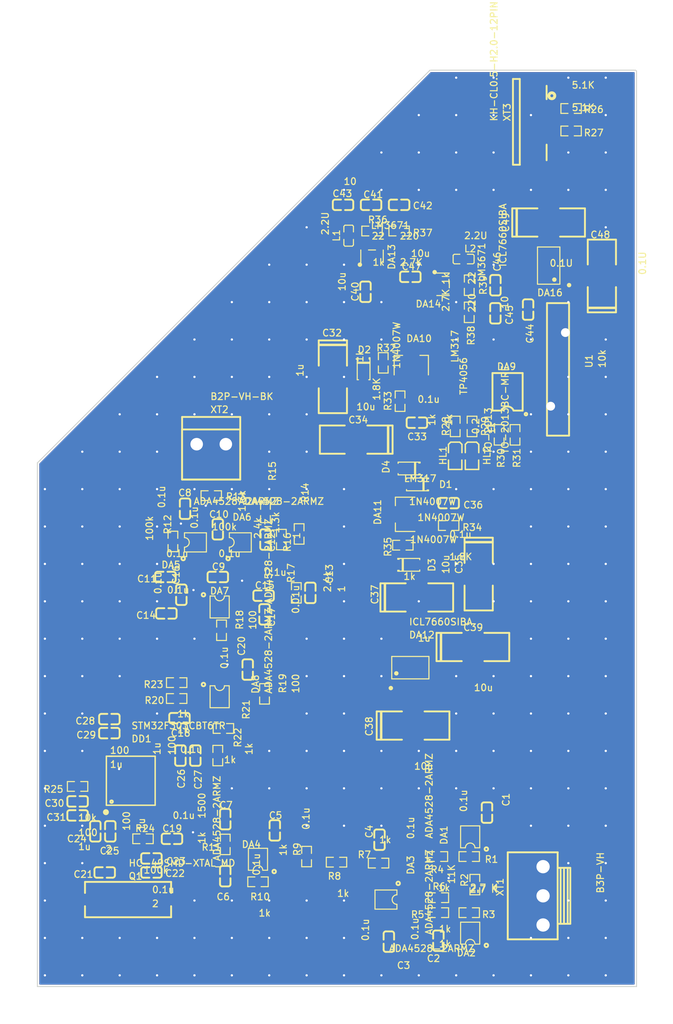
<source format=kicad_pcb>
(kicad_pcb (version 20241229) (generator "pcbnew") (generator_version "9.0")
  (title_block (title "Канал регистрации сигнала") (company "МГТУ им. Н.Э. Баумана") (comment 1 "БИГЕ.941319.001"))
  (layers (0 "F.Cu" signal "TopLayer") (2 "B.Cu" signal "BottomLayer") (13 "F.Paste" user "TopPasteMaskLayer") (15 "B.Paste" user "BottomPasteMaskLayer") (5 "F.SilkS" user "TopSilkLayer") (7 "B.SilkS" user "BottomSilkLayer") (1 "F.Mask" user "TopSolderMaskLayer") (3 "B.Mask" user "BottomSolderMaskLayer") (25 "Edge.Cuts" user "BoardOutLine"))
  (net 1 "")
  (net 2 "GND")
  (net 3 "XT3_5")
  (net 4 "+5V")
  (net 5 "-3.6V")
  (net 6 "+3,6V")
  (net 7 "-1.8V")
  (net 8 "+3.6V")
  (net 9 "ADC1_OUT1")
  (net 10 "-3,6V")
  (net 11 "DA9_5")
  (net 12 "DA10_1")
  (net 13 "XT3_3")
  (net 14 "C41_1")
  (net 15 "R36_1")
  (net 16 "L1_1")
  (net 17 "DA16_4")
  (net 18 "DA16_2")
  (net 19 "C44_2")
  (net 20 "C45_2")
  (net 21 "R38_2")
  (net 22 "L2_1")
  (net 23 "C37_1")
  (net 24 "DA12_4")
  (net 25 "DA12_2")
  (net 26 "C35_2")
  (net 27 "R34_2")
  (net 28 "C32_2")
  (net 29 "DA9_2")
  (net 30 "R30_2")
  (net 31 "DA9_1")
  (net 32 "R28_2")
  (net 33 "R29_2")
  (net 34 "HL2_2")
  (net 35 "HL1_2")
  (net 36 "XT3_9")
  (net 37 "R26_2")
  (net 38 "DA8_2")
  (net 39 "R19_2")
  (net 40 "XT2_2")
  (net 41 "R18_2")
  (net 42 "DA8_3")
  (net 43 "DA7_3")
  (net 44 "DA6_2")
  (net 45 "DA6_3")
  (net 46 "DA6_6")
  (net 47 "R17_2")
  (net 48 "XT2_1")
  (net 49 "DA5_2")
  (net 50 "DA4_6")
  (net 51 "DD1_7")
  (net 52 "ADC1_IN2")
  (net 53 "DA4_2")
  (net 54 "-1,8V")
  (net 55 "R7_1")
  (net 56 "R4_2")
  (net 57 "R5_2")
  (net 58 "+1,8V")
  (net 59 "XT1_1")
  (net 60 "XT1_2")
  (net 61 "DA1_2")
  (net 62 "DA1_6")
  (net 63 "DA2_2")
  (net 64 "DA2_6")
  (net 65 "DD1_44")
  (net 66 "DD1_6")
  (net 67 "DD1_5")
  (net 68 "DA1_1")
  (net 69 "DA1_5")
  (net 70 "DA1_7")
  (net 71 "DA1_8")
  (net 72 "DA2_1")
  (net 73 "DA2_4")
  (net 74 "DA2_5")
  (net 75 "DA2_8")
  (net 76 "DA3_1")
  (net 77 "DA3_5")
  (net 78 "DA3_8")
  (net 79 "DA4_1")
  (net 80 "DA4_5")
  (net 81 "DA4_8")
  (net 82 "DA5_1")
  (net 83 "DA5_3")
  (net 84 "DA5_5")
  (net 85 "DA5_8")
  (net 86 "DA6_1")
  (net 87 "DA6_5")
  (net 88 "DA6_8")
  (net 89 "DA7_1")
  (net 90 "DA7_5")
  (net 91 "DA7_8")
  (net 92 "DA8_1")
  (net 93 "DA8_5")
  (net 94 "DA8_8")
  (net 95 "DA12_1")
  (net 96 "DA12_7")
  (net 97 "DA16_1")
  (net 98 "DA16_7")
  (net 99 "DA13_2")
  (net 100 "DA14_2")
  (net 101 "DD1_2")
  (net 102 "DD1_3")
  (net 103 "DD1_4")
  (net 104 "DD1_11")
  (net 105 "DD1_12")
  (net 106 "DD1_13")
  (net 107 "DD1_15")
  (net 108 "DD1_16")
  (net 109 "DD1_17")
  (net 110 "DD1_18")
  (net 111 "DD1_19")
  (net 112 "DD1_20")
  (net 113 "DD1_21")
  (net 114 "DD1_22")
  (net 115 "DD1_25")
  (net 116 "DD1_26")
  (net 117 "DD1_27")
  (net 118 "DD1_28")
  (net 119 "DD1_29")
  (net 120 "DD1_30")
  (net 121 "DD1_31")
  (net 122 "DD1_32")
  (net 123 "DD1_33")
  (net 124 "DD1_34")
  (net 125 "DD1_37")
  (net 126 "DD1_38")
  (net 127 "DD1_39")
  (net 128 "DD1_40")
  (net 129 "DD1_41")
  (net 130 "DD1_42")
  (net 131 "DD1_43")
  (net 132 "DD1_45")
  (net 133 "DD1_46")
  (net 134 "+1.8V")
  (net 135 "XT3_4")
  (net 136 "XT3_10")
  (footprint "Shikh:R0603" (layer "F.Cu") (at 134.5709 204.7749 180)
    (property "Reference" "R10" (at 1.143 -1.4986 0) (layer "F.SilkS") (effects (font (size 0.9144 0.9144) (thickness 0.1524)) (justify left top)))
    (property "Value" "1k" (at 0 -3.7084 180) (layer "F.SilkS") (effects (font (size 0.9144 0.9144) (thickness 0.1524)) (justify left top)))
    (pad "1" smd rect (at -0.7534 0 180) (size 0.8065 0.864) (layers "F.Cu" "F.Mask" "F.Paste") (net 53 "DA4_2"))
    (pad "2" smd rect (at 0.7534 0 180) (size 0.8065 0.864) (layers "F.Cu" "F.Mask" "F.Paste") (net 50 "DA4_6"))
  )
  (footprint "Shikh:C0603" (layer "F.Cu") (at 166.8289 123.7489 90)
    (property "Reference" "C46" (at 1.778 -0.2794 90) (layer "F.SilkS") (effects (font (size 0.9144 0.9144) (thickness 0.1524)) (justify left top)))
    (property "Value" "22" (at 0 -3.7084 90) (layer "F.SilkS") (effects (font (size 0.9144 0.9144) (thickness 0.1524)) (justify left top)))
    (pad "1" smd rect (at -0.7 0 90) (size 0.8 0.9) (layers "F.Cu" "F.Mask" "F.Paste") (net 20 "C45_2"))
    (pad "2" smd rect (at 0.7 0 90) (size 0.8 0.9) (layers "F.Cu" "F.Mask" "F.Paste") (net 19 "C44_2"))
  )
  (footprint "Shikh:C0603" (layer "F.Cu") (at 146.1279 112.8269)
    (property "Reference" "C43" (at -1.524 -2.0574 0) (layer "F.SilkS") (effects (font (size 0.9144 0.9144) (thickness 0.1524)) (justify left top)))
    (property "Value" "10" (at 0 -3.7084 0) (layer "F.SilkS") (effects (font (size 0.9144 0.9144) (thickness 0.1524)) (justify left top)))
    (pad "1" smd rect (at -0.7 0) (size 0.8 0.9) (layers "F.Cu" "F.Mask" "F.Paste") (net 2 "GND"))
    (pad "2" smd rect (at 0.7 0) (size 0.8 0.9) (layers "F.Cu" "F.Mask" "F.Paste") (net 7 "-1.8V"))
  )
  (footprint "Shikh:C0603" (layer "F.Cu") (at 110.0599 193.8529 180)
    (property "Reference" "C30" (at 4.572 0.2794 0) (layer "F.SilkS") (effects (font (size 0.9144 0.9144) (thickness 0.1524)) (justify left top)))
    (property "Value" "100" (at 0 -3.7084 180) (layer "F.SilkS") (effects (font (size 0.9144 0.9144) (thickness 0.1524)) (justify left top)))
    (pad "1" smd rect (at -0.7 0 180) (size 0.8 0.9) (layers "F.Cu" "F.Mask" "F.Paste") (net 6 "+3,6V"))
    (pad "2" smd rect (at 0.7 0 180) (size 0.8 0.9) (layers "F.Cu" "F.Mask" "F.Paste") (net 2 "GND"))
  )
  (footprint "Shikh:CASE-C_6032" (layer "F.Cu") (at 174.3219 115.2399 180)
    (property "Reference" "C49" (at 6.6294 -1.397 90) (layer "F.SilkS") (effects (font (size 0.9144 0.9144) (thickness 0.1524)) (justify left top)))
    (property "Value" "0.1U" (at 0.2032 -4.9784 180) (layer "F.SilkS") (effects (font (size 0.9144 0.9144) (thickness 0.1524)) (justify left top)))
    (pad "1" smd rect (at 3.0226 0) (size 2.4257 2.5) (layers "F.Cu" "F.Mask" "F.Paste") (net 7 "-1.8V"))
    (pad "2" smd rect (at -3.0226 0) (size 2.4257 2.5) (layers "F.Cu" "F.Mask" "F.Paste") (net 2 "GND"))
  )
  (footprint "Shikh:C0603" (layer "F.Cu") (at 160.4789 153.3399 180)
    (property "Reference" "C36" (at -1.905 0.2794 0) (layer "F.SilkS") (effects (font (size 0.9144 0.9144) (thickness 0.1524)) (justify left top)))
    (property "Value" "0.1u" (at 0 -3.7084 180) (layer "F.SilkS") (effects (font (size 0.9144 0.9144) (thickness 0.1524)) (justify left top)))
    (pad "1" smd rect (at -0.7 0 180) (size 0.8 0.9) (layers "F.Cu" "F.Mask" "F.Paste") (net 26 "C35_2"))
    (pad "2" smd rect (at 0.7 0 180) (size 0.8 0.9) (layers "F.Cu" "F.Mask" "F.Paste") (net 11 "DA9_5"))
  )
  (footprint "Shikh:C0603" (layer "F.Cu") (at 122.8869 198.9329)
    (property "Reference" "C19" (at -1.397 -1.9304 0) (layer "F.SilkS") (effects (font (size 0.9144 0.9144) (thickness 0.1524)) (justify left top)))
    (property "Value" "0.1u" (at 0 -3.7084 0) (layer "F.SilkS") (effects (font (size 0.9144 0.9144) (thickness 0.1524)) (justify left top)))
    (pad "1" smd rect (at -0.7 0) (size 0.8 0.9) (layers "F.Cu" "F.Mask" "F.Paste") (net 6 "+3,6V"))
    (pad "2" smd rect (at 0.7 0) (size 0.8 0.9) (layers "F.Cu" "F.Mask" "F.Paste") (net 2 "GND"))
  )
  (footprint "Shikh:R0603" (layer "F.Cu") (at 158.9549 201.3459 180)
    (property "Reference" "R4" (at 1.016 -1.2446 0) (layer "F.SilkS") (effects (font (size 0.9144 0.9144) (thickness 0.1524)) (justify left top)))
    (property "Value" "1k" (at 0 -3.7084 180) (layer "F.SilkS") (effects (font (size 0.9144 0.9144) (thickness 0.1524)) (justify left top)))
    (pad "1" smd rect (at -0.7534 0 180) (size 0.8065 0.864) (layers "F.Cu" "F.Mask" "F.Paste") (net 62 "DA1_6"))
    (pad "2" smd rect (at 0.7534 0 180) (size 0.8065 0.864) (layers "F.Cu" "F.Mask" "F.Paste") (net 56 "R4_2"))
  )
  (footprint "Shikh:C0603" (layer "F.Cu") (at 124.0299 187.6299 90)
    (property "Reference" "C26" (at -4.572 -0.4064 90) (layer "F.SilkS") (effects (font (size 0.9144 0.9144) (thickness 0.1524)) (justify left top)))
    (property "Value" "1u" (at 0 -3.7084 90) (layer "F.SilkS") (effects (font (size 0.9144 0.9144) (thickness 0.1524)) (justify left top)))
    (pad "1" smd rect (at -0.7 0 90) (size 0.8 0.9) (layers "F.Cu" "F.Mask" "F.Paste") (net 6 "+3,6V"))
    (pad "2" smd rect (at 0.7 0 90) (size 0.8 0.9) (layers "F.Cu" "F.Mask" "F.Paste") (net 2 "GND"))
  )
  (footprint "Shikh:R0603" (layer "F.Cu") (at 135.5869 154.6099 90)
    (property "Reference" "R15" (at 4.191 0.4064 270) (layer "F.SilkS") (effects (font (size 0.9144 0.9144) (thickness 0.1524)) (justify left top)))
    (property "Value" "1.3k" (at 0 -3.7084 90) (layer "F.SilkS") (effects (font (size 0.9144 0.9144) (thickness 0.1524)) (justify left top)))
    (pad "1" smd rect (at -0.7534 0 90) (size 0.8065 0.864) (layers "F.Cu" "F.Mask" "F.Paste") (net 46 "DA6_6"))
    (pad "2" smd rect (at 0.7534 0 90) (size 0.8065 0.864) (layers "F.Cu" "F.Mask" "F.Paste") (net 40 "XT2_2"))
  )
  (footprint "Shikh:MSOP-8_L3.0-W3.0-P0.65-LS4.9-BL" (layer "F.Cu") (at 129.3639 167.4369 -90)
    (property "Reference" "DA7" (at -2.6924 1.397 0) (layer "F.SilkS") (effects (font (size 0.9144 0.9144) (thickness 0.1524)) (justify left top)))
    (property "Value" "ADA4528-2ARMZ" (at -0.3152 -6.1087 270) (layer "F.SilkS") (effects (font (size 0.9144 0.9144) (thickness 0.1524)) (justify left top)))
    (pad "1" smd rect (at -0.9751 2.3 270) (size 0.406 1.397) (layers "F.Cu" "F.Mask" "F.Paste") (net 89 "DA7_1"))
    (pad "2" smd rect (at -0.3251 2.3 270) (size 0.406 1.397) (layers "F.Cu" "F.Mask" "F.Paste") (net 47 "R17_2"))
    (pad "3" smd rect (at 0.3251 2.3 270) (size 0.406 1.397) (layers "F.Cu" "F.Mask" "F.Paste") (net 43 "DA7_3"))
    (pad "4" smd rect (at 0.9751 2.3 270) (size 0.406 1.397) (layers "F.Cu" "F.Mask" "F.Paste") (net 5 "-3.6V"))
    (pad "5" smd rect (at 0.9751 -2.3 270) (size 0.406 1.397) (layers "F.Cu" "F.Mask" "F.Paste") (net 90 "DA7_5"))
    (pad "6" smd rect (at 0.3251 -2.3 270) (size 0.406 1.397) (layers "F.Cu" "F.Mask" "F.Paste") (net 47 "R17_2"))
    (pad "7" smd rect (at -0.3251 -2.3 270) (size 0.406 1.397) (layers "F.Cu" "F.Mask" "F.Paste") (net 8 "+3.6V"))
    (pad "8" smd rect (at -0.9751 -2.3 270) (size 0.406 1.397) (layers "F.Cu" "F.Mask" "F.Paste") (net 91 "DA7_8"))
  )
  (footprint "Shikh:SOD-123_L2.8-W1.8-LS3.7-RD" (layer "F.Cu") (at 156.1609 150.7999 180)
    (property "Reference" "D1" (at -2.921 0.5334 0) (layer "F.SilkS") (effects (font (size 0.9144 0.9144) (thickness 0.1524)) (justify left top)))
    (property "Value" "1N4007W" (at 0 -3.9624 180) (layer "F.SilkS") (effects (font (size 0.9144 0.9144) (thickness 0.1524)) (justify left top)))
    (pad "1" smd rect (at -1.6924 0 180) (size 0.95 1.15) (layers "F.Cu" "F.Mask" "F.Paste") (net 11 "DA9_5"))
    (pad "2" smd rect (at 1.6924 0 180) (size 0.95 1.15) (layers "F.Cu" "F.Mask" "F.Paste") (net 6 "+3,6V"))
  )
  (footprint "Shikh:CRYSTAL-SMD_L11.4-W4.8-LS12.7" (layer "F.Cu") (at 116.9179 207.1879)
    (property "Reference" "Q1" (at -0.0001 -3.7084 0) (layer "F.SilkS") (effects (font (size 0.9144 0.9144) (thickness 0.1524)) (justify left top)))
    (property "Value" "HC-49SMD-XTAL_MD" (at -0.0001 -5.4864 0) (layer "F.SilkS") (effects (font (size 0.9144 0.9144) (thickness 0.1524)) (justify left top)))
    (pad "1" smd rect (at -4.5 0) (size 5.5 1.4) (layers "F.Cu" "F.Mask" "F.Paste") (net 67 "DD1_5"))
    (pad "2" smd rect (at 4.5 0) (size 5.5 1.4) (layers "F.Cu" "F.Mask" "F.Paste") (net 66 "DD1_6"))
  )
  (footprint "Shikh:L0603" (layer "F.Cu") (at 162.5109 120.1929)
    (property "Reference" "L2" (at -0.0159 -1.9329 0) (layer "F.SilkS") (effects (font (size 0.9144 0.9144) (thickness 0.1524)) (justify left top)))
    (property "Value" "2.2U" (at -0.0159 -3.7109 0) (layer "F.SilkS") (effects (font (size 0.9144 0.9144) (thickness 0.1524)) (justify left top)))
    (pad "1" smd rect (at -0.6999 0 180) (size 0.8 0.864) (layers "F.Cu" "F.Mask" "F.Paste") (net 22 "L2_1"))
    (pad "2" smd rect (at 0.6999 0 180) (size 0.8 0.864) (layers "F.Cu" "F.Mask" "F.Paste") (net 19 "C44_2"))
  )
  (footprint "Shikh:C0603" (layer "F.Cu") (at 136.8569 197.7899 -90)
    (property "Reference" "C5" (at -2.5654 0.889 0) (layer "F.SilkS") (effects (font (size 0.9144 0.9144) (thickness 0.1524)) (justify left top)))
    (property "Value" "0.1u" (at 0 -3.7084 270) (layer "F.SilkS") (effects (font (size 0.9144 0.9144) (thickness 0.1524)) (justify left top)))
    (pad "1" smd rect (at -0.7 0 270) (size 0.8 0.9) (layers "F.Cu" "F.Mask" "F.Paste") (net 2 "GND"))
    (pad "2" smd rect (at 0.7 0 270) (size 0.8 0.9) (layers "F.Cu" "F.Mask" "F.Paste") (net 10 "-3,6V"))
  )
  (footprint "Shikh:R0603" (layer "F.Cu") (at 150.0649 116.3829 180)
    (property "Reference" "R36" (at 0.635 2.0574 0) (layer "F.SilkS") (effects (font (size 0.9144 0.9144) (thickness 0.1524)) (justify left top)))
    (property "Value" "1k" (at 0 -3.7084 180) (layer "F.SilkS") (effects (font (size 0.9144 0.9144) (thickness 0.1524)) (justify left top)))
    (pad "1" smd rect (at -0.7534 0 180) (size 0.8065 0.864) (layers "F.Cu" "F.Mask" "F.Paste") (net 15 "R36_1"))
    (pad "2" smd rect (at 0.7534 0 180) (size 0.8065 0.864) (layers "F.Cu" "F.Mask" "F.Paste") (net 7 "-1.8V"))
  )
  (footprint "Shikh:LQFP-48_L7.0-W7.0-P0.50-LS9.0-BL" (layer "F.Cu") (at 117.2989 191.0589)
    (property "Reference" "DD1" (at 0 -6.2357 0) (layer "F.SilkS") (effects (font (size 0.9144 0.9144) (thickness 0.1524)) (justify left top)))
    (property "Value" "STM32F303CBT6TR" (at 0 -8.0137 0) (layer "F.SilkS") (effects (font (size 0.9144 0.9144) (thickness 0.1524)) (justify left top)))
    (pad "1" smd oval (at -2.7501 4.2499) (size 0.27 1.5) (layers "F.Cu" "F.Mask" "F.Paste") (net 6 "+3,6V"))
    (pad "2" smd oval (at -2.2499 4.2499) (size 0.27 1.5) (layers "F.Cu" "F.Mask" "F.Paste") (net 101 "DD1_2"))
    (pad "3" smd oval (at -1.7501 4.2499) (size 0.27 1.5) (layers "F.Cu" "F.Mask" "F.Paste") (net 102 "DD1_3"))
    (pad "4" smd oval (at -1.2499 4.2499) (size 0.27 1.5) (layers "F.Cu" "F.Mask" "F.Paste") (net 103 "DD1_4"))
    (pad "5" smd oval (at -0.7501 4.2499) (size 0.27 1.5) (layers "F.Cu" "F.Mask" "F.Paste") (net 67 "DD1_5"))
    (pad "6" smd oval (at -0.2499 4.2499) (size 0.27 1.5) (layers "F.Cu" "F.Mask" "F.Paste") (net 66 "DD1_6"))
    (pad "7" smd oval (at 0.2499 4.2499) (size 0.27 1.5) (layers "F.Cu" "F.Mask" "F.Paste") (net 51 "DD1_7"))
    (pad "8" smd oval (at 0.7501 4.2499) (size 0.27 1.5) (layers "F.Cu" "F.Mask" "F.Paste") (net 2 "GND"))
    (pad "9" smd oval (at 1.2499 4.2499) (size 0.27 1.5) (layers "F.Cu" "F.Mask" "F.Paste") (net 6 "+3,6V"))
    (pad "10" smd oval (at 1.7501 4.2499) (size 0.27 1.5) (layers "F.Cu" "F.Mask" "F.Paste") (net 52 "ADC1_IN2"))
    (pad "11" smd oval (at 2.2499 4.2499) (size 0.27 1.5) (layers "F.Cu" "F.Mask" "F.Paste") (net 104 "DD1_11"))
    (pad "12" smd oval (at 2.7501 4.2499) (size 0.27 1.5) (layers "F.Cu" "F.Mask" "F.Paste") (net 105 "DD1_12"))
    (pad "13" smd oval (at 4.2499 2.7501) (size 1.5 0.27) (layers "F.Cu" "F.Mask" "F.Paste") (net 106 "DD1_13"))
    (pad "14" smd oval (at 4.2499 2.2499) (size 1.5 0.27) (layers "F.Cu" "F.Mask" "F.Paste") (net 9 "ADC1_OUT1"))
    (pad "15" smd oval (at 4.2499 1.7501) (size 1.5 0.27) (layers "F.Cu" "F.Mask" "F.Paste") (net 107 "DD1_15"))
    (pad "16" smd oval (at 4.2499 1.2499) (size 1.5 0.27) (layers "F.Cu" "F.Mask" "F.Paste") (net 108 "DD1_16"))
    (pad "17" smd oval (at 4.2499 0.7501) (size 1.5 0.27) (layers "F.Cu" "F.Mask" "F.Paste") (net 109 "DD1_17"))
    (pad "18" smd oval (at 4.2499 0.2499) (size 1.5 0.27) (layers "F.Cu" "F.Mask" "F.Paste") (net 110 "DD1_18"))
    (pad "19" smd oval (at 4.2499 -0.2499) (size 1.5 0.27) (layers "F.Cu" "F.Mask" "F.Paste") (net 111 "DD1_19"))
    (pad "20" smd oval (at 4.2499 -0.7501) (size 1.5 0.27) (layers "F.Cu" "F.Mask" "F.Paste") (net 112 "DD1_20"))
    (pad "21" smd oval (at 4.2499 -1.2499) (size 1.5 0.27) (layers "F.Cu" "F.Mask" "F.Paste") (net 113 "DD1_21"))
    (pad "22" smd oval (at 4.2499 -1.7501) (size 1.5 0.27) (layers "F.Cu" "F.Mask" "F.Paste") (net 114 "DD1_22"))
    (pad "23" smd oval (at 4.2499 -2.2499) (size 1.5 0.27) (layers "F.Cu" "F.Mask" "F.Paste") (net 2 "GND"))
    (pad "24" smd oval (at 4.2499 -2.7501) (size 1.5 0.27) (layers "F.Cu" "F.Mask" "F.Paste") (net 6 "+3,6V"))
    (pad "25" smd oval (at 2.7501 -4.2499) (size 0.27 1.5) (layers "F.Cu" "F.Mask" "F.Paste") (net 115 "DD1_25"))
    (pad "26" smd oval (at 2.2499 -4.2499) (size 0.27 1.5) (layers "F.Cu" "F.Mask" "F.Paste") (net 116 "DD1_26"))
    (pad "27" smd oval (at 1.7501 -4.2499) (size 0.27 1.5) (layers "F.Cu" "F.Mask" "F.Paste") (net 117 "DD1_27"))
    (pad "28" smd oval (at 1.2499 -4.2499) (size 0.27 1.5) (layers "F.Cu" "F.Mask" "F.Paste") (net 118 "DD1_28"))
    (pad "29" smd oval (at 0.7501 -4.2499) (size 0.27 1.5) (layers "F.Cu" "F.Mask" "F.Paste") (net 119 "DD1_29"))
    (pad "30" smd oval (at 0.2499 -4.2499) (size 0.27 1.5) (layers "F.Cu" "F.Mask" "F.Paste") (net 120 "DD1_30"))
    (pad "31" smd oval (at -0.2499 -4.2499) (size 0.27 1.5) (layers "F.Cu" "F.Mask" "F.Paste") (net 121 "DD1_31"))
    (pad "32" smd oval (at -0.7501 -4.2499) (size 0.27 1.5) (layers "F.Cu" "F.Mask" "F.Paste") (net 122 "DD1_32"))
    (pad "33" smd oval (at -1.2499 -4.2499) (size 0.27 1.5) (layers "F.Cu" "F.Mask" "F.Paste") (net 123 "DD1_33"))
    (pad "34" smd oval (at -1.7501 -4.2499) (size 0.27 1.5) (layers "F.Cu" "F.Mask" "F.Paste") (net 124 "DD1_34"))
    (pad "35" smd oval (at -2.2499 -4.2499) (size 0.27 1.5) (layers "F.Cu" "F.Mask" "F.Paste") (net 6 "+3,6V"))
    (pad "36" smd oval (at -2.7501 -4.2499) (size 0.27 1.5) (layers "F.Cu" "F.Mask" "F.Paste") (net 2 "GND"))
    (pad "37" smd oval (at -4.2499 -2.7501) (size 1.5 0.27) (layers "F.Cu" "F.Mask" "F.Paste") (net 125 "DD1_37"))
    (pad "38" smd oval (at -4.2499 -2.2499) (size 1.5 0.27) (layers "F.Cu" "F.Mask" "F.Paste") (net 126 "DD1_38"))
    (pad "39" smd oval (at -4.2499 -1.7501) (size 1.5 0.27) (layers "F.Cu" "F.Mask" "F.Paste") (net 127 "DD1_39"))
    (pad "40" smd oval (at -4.2499 -1.2499) (size 1.5 0.27) (layers "F.Cu" "F.Mask" "F.Paste") (net 128 "DD1_40"))
    (pad "41" smd oval (at -4.2499 -0.7501) (size 1.5 0.27) (layers "F.Cu" "F.Mask" "F.Paste") (net 129 "DD1_41"))
    (pad "42" smd oval (at -4.2499 -0.2499) (size 1.5 0.27) (layers "F.Cu" "F.Mask" "F.Paste") (net 130 "DD1_42"))
    (pad "43" smd oval (at -4.2499 0.2499) (size 1.5 0.27) (layers "F.Cu" "F.Mask" "F.Paste") (net 131 "DD1_43"))
    (pad "44" smd oval (at -4.2499 0.7501) (size 1.5 0.27) (layers "F.Cu" "F.Mask" "F.Paste") (net 65 "DD1_44"))
    (pad "45" smd oval (at -4.2499 1.2499) (size 1.5 0.27) (layers "F.Cu" "F.Mask" "F.Paste") (net 132 "DD1_45"))
    (pad "46" smd oval (at -4.2499 1.7501) (size 1.5 0.27) (layers "F.Cu" "F.Mask" "F.Paste") (net 133 "DD1_46"))
    (pad "47" smd oval (at -4.2499 2.2499) (size 1.5 0.27) (layers "F.Cu" "F.Mask" "F.Paste") (net 2 "GND"))
    (pad "48" smd oval (at -4.2499 2.7501) (size 1.5 0.27) (layers "F.Cu" "F.Mask" "F.Paste") (net 6 "+3,6V"))
  )
  (footprint "Shikh:CONN-TH_B2P-VH-BK" (layer "F.Cu") (at 128.2209 145.3389)
    (property "Reference" "XT2" (at -0.2021 -5.2324 0) (layer "F.SilkS") (effects (font (size 0.9144 0.9144) (thickness 0.1524)) (justify left top)))
    (property "Value" "B2P-VH-BK" (at -0.2021 -7.0104 0) (layer "F.SilkS") (effects (font (size 0.9144 0.9144) (thickness 0.1524)) (justify left top)))
    (pad "1" thru_hole oval (at -1.9801 0) (size 2.6 2.6) (drill 1.7) (layers "*.Cu" "*.Mask") (net 48 "XT2_1"))
    (pad "2" thru_hole oval (at 1.9801 0) (size 2.6 2.6) (drill 1.7) (layers "*.Cu" "*.Mask") (net 40 "XT2_2"))
  )
  (footprint "Shikh:FPC-SMD_KH-CL0.5-H2.0-12PIN" (layer "F.Cu") (at 172.9249 101.5239 90)
    (property "Reference" "XT3" (at -0.0439 -5.0444 90) (layer "F.SilkS") (effects (font (size 0.9144 0.9144) (thickness 0.1524)) (justify left top)))
    (property "Value" "KH-CL0.5-H2.0-12PIN" (at -0.0439 -6.8224 90) (layer "F.SilkS") (effects (font (size 0.9144 0.9144) (thickness 0.1524)) (justify left top)))
    (pad "1" smd rect (at 2.7501 0.95 90) (size 0.3 1.8) (layers "F.Cu" "F.Mask" "F.Paste") (net 2 "GND"))
    (pad "2" smd rect (at 2.2502 0.95 90) (size 0.3 1.8) (layers "F.Cu" "F.Mask" "F.Paste") (net 4 "+5V"))
    (pad "3" smd rect (at 1.7501 0.95 90) (size 0.3 1.8) (layers "F.Cu" "F.Mask" "F.Paste") (net 13 "XT3_3"))
    (pad "4" smd rect (at 1.2502 0.95 90) (size 0.3 1.8) (layers "F.Cu" "F.Mask" "F.Paste") (net 135 "XT3_4"))
    (pad "5" smd rect (at 0.7501 0.95 90) (size 0.3 1.8) (layers "F.Cu" "F.Mask" "F.Paste") (net 3 "XT3_5"))
    (pad "6" smd rect (at 0.2502 0.95 90) (size 0.3 1.8) (layers "F.Cu" "F.Mask" "F.Paste") (net 3 "XT3_5"))
    (pad "7" smd rect (at -0.2499 0.95 90) (size 0.3 1.8) (layers "F.Cu" "F.Mask" "F.Paste") (net 3 "XT3_5"))
    (pad "8" smd rect (at -0.7498 0.95 90) (size 0.3 1.8) (layers "F.Cu" "F.Mask" "F.Paste") (net 3 "XT3_5"))
    (pad "9" smd rect (at -1.2499 0.95 90) (size 0.3 1.8) (layers "F.Cu" "F.Mask" "F.Paste") (net 36 "XT3_9"))
    (pad "10" smd rect (at -1.7498 0.95 90) (size 0.3 1.8) (layers "F.Cu" "F.Mask" "F.Paste") (net 136 "XT3_10"))
    (pad "11" smd rect (at -2.2499 0.95 90) (size 0.3 1.8) (layers "F.Cu" "F.Mask" "F.Paste") (net 4 "+5V"))
    (pad "12" smd rect (at -2.7498 0.95 90) (size 0.3 1.8) (layers "F.Cu" "F.Mask" "F.Paste") (net 2 "GND"))
    (pad "13" smd rect (at -4.7 -0.95 90) (size 2.5 3.2) (layers "F.Cu" "F.Mask" "F.Paste") (net 0 ""))
    (pad "14" smd rect (at 4.7 -0.95 90) (size 2.5 3.2) (layers "F.Cu" "F.Mask" "F.Paste") (net 0 ""))
  )
  (footprint "Shikh:C0603" (layer "F.Cu") (at 114.5049 197.9169 -90)
    (property "Reference" "C25" (at 2.1336 1.524 0) (layer "F.SilkS") (effects (font (size 0.9144 0.9144) (thickness 0.1524)) (justify left top)))
    (property "Value" "1u" (at 0 -3.7084 270) (layer "F.SilkS") (effects (font (size 0.9144 0.9144) (thickness 0.1524)) (justify left top)))
    (pad "1" smd rect (at -0.7 0 270) (size 0.8 0.9) (layers "F.Cu" "F.Mask" "F.Paste") (net 6 "+3,6V"))
    (pad "2" smd rect (at 0.7 0 270) (size 0.8 0.9) (layers "F.Cu" "F.Mask" "F.Paste") (net 2 "GND"))
  )
  (footprint "Shikh:R0603" (layer "F.Cu") (at 163.2729 201.3459 180)
    (property "Reference" "R1" (at -2.032 0.1524 0) (layer "F.SilkS") (effects (font (size 0.9144 0.9144) (thickness 0.1524)) (justify left top)))
    (property "Value" "2.7 K" (at 0 -3.7084 180) (layer "F.SilkS") (effects (font (size 0.9144 0.9144) (thickness 0.1524)) (justify left top)))
    (pad "1" smd rect (at -0.7534 0 180) (size 0.8065 0.864) (layers "F.Cu" "F.Mask" "F.Paste") (net 61 "DA1_2"))
    (pad "2" smd rect (at 0.7534 0 180) (size 0.8065 0.864) (layers "F.Cu" "F.Mask" "F.Paste") (net 62 "DA1_6"))
  )
  (footprint "Shikh:R0603" (layer "F.Cu") (at 129.6179 170.6119 -90)
    (property "Reference" "R18" (at 0 -1.9304 270) (layer "F.SilkS") (effects (font (size 0.9144 0.9144) (thickness 0.1524)) (justify left top)))
    (property "Value" "100" (at 0 -3.7084 270) (layer "F.SilkS") (effects (font (size 0.9144 0.9144) (thickness 0.1524)) (justify left top)))
    (pad "1" smd rect (at -0.7534 0 270) (size 0.8065 0.864) (layers "F.Cu" "F.Mask" "F.Paste") (net 43 "DA7_3"))
    (pad "2" smd rect (at 0.7534 0 270) (size 0.8065 0.864) (layers "F.Cu" "F.Mask" "F.Paste") (net 41 "R18_2"))
  )
  (footprint "Shikh:C0603" (layer "F.Cu") (at 129.1099 156.8959 90)
    (property "Reference" "C10" (at 2.5654 -1.27 0) (layer "F.SilkS") (effects (font (size 0.9144 0.9144) (thickness 0.1524)) (justify left top)))
    (property "Value" "0.1u" (at 0 -3.7084 90) (layer "F.SilkS") (effects (font (size 0.9144 0.9144) (thickness 0.1524)) (justify left top)))
    (pad "1" smd rect (at -0.7 0 90) (size 0.8 0.9) (layers "F.Cu" "F.Mask" "F.Paste") (net 8 "+3.6V"))
    (pad "2" smd rect (at 0.7 0 90) (size 0.8 0.9) (layers "F.Cu" "F.Mask" "F.Paste") (net 2 "GND"))
  )
  (footprint "Shikh:SOD-123_L2.8-W1.8-LS3.7-RD" (layer "F.Cu") (at 148.9219 135.1789 -90)
    (property "Reference" "D2" (at -3.2004 0.889 0) (layer "F.SilkS") (effects (font (size 0.9144 0.9144) (thickness 0.1524)) (justify left top)))
    (property "Value" "1N4007W" (at 0 -3.9624 270) (layer "F.SilkS") (effects (font (size 0.9144 0.9144) (thickness 0.1524)) (justify left top)))
    (pad "1" smd rect (at -1.6924 0 270) (size 0.95 1.15) (layers "F.Cu" "F.Mask" "F.Paste") (net 6 "+3,6V"))
    (pad "2" smd rect (at 1.6924 0 270) (size 0.95 1.15) (layers "F.Cu" "F.Mask" "F.Paste") (net 12 "DA10_1"))
  )
  (footprint "Shikh:C0603" (layer "F.Cu") (at 129.1099 163.3729)
    (property "Reference" "C9" (at -0.889 -1.9304 0) (layer "F.SilkS") (effects (font (size 0.9144 0.9144) (thickness 0.1524)) (justify left top)))
    (property "Value" "0.1u" (at 0 -3.7084 0) (layer "F.SilkS") (effects (font (size 0.9144 0.9144) (thickness 0.1524)) (justify left top)))
    (pad "1" smd rect (at -0.7 0) (size 0.8 0.9) (layers "F.Cu" "F.Mask" "F.Paste") (net 5 "-3.6V"))
    (pad "2" smd rect (at 0.7 0) (size 0.8 0.9) (layers "F.Cu" "F.Mask" "F.Paste") (net 2 "GND"))
  )
  (footprint "Shikh:R0603" (layer "F.Cu") (at 123.5219 177.7239 180)
    (property "Reference" "R23" (at 4.572 0.2794 0) (layer "F.SilkS") (effects (font (size 0.9144 0.9144) (thickness 0.1524)) (justify left top)))
    (property "Value" "1k" (at 0 -3.7084 180) (layer "F.SilkS") (effects (font (size 0.9144 0.9144) (thickness 0.1524)) (justify left top)))
    (pad "1" smd rect (at -0.7534 0 180) (size 0.8065 0.864) (layers "F.Cu" "F.Mask" "F.Paste") (net 42 "DA8_3"))
    (pad "2" smd rect (at 0.7534 0 180) (size 0.8065 0.864) (layers "F.Cu" "F.Mask" "F.Paste") (net 134 "+1.8V"))
  )
  (footprint "Shikh:C0603" (layer "F.Cu") (at 156.1609 142.4179)
    (property "Reference" "C33" (at -1.397 1.3716 0) (layer "F.SilkS") (effects (font (size 0.9144 0.9144) (thickness 0.1524)) (justify left top)))
    (property "Value" "0.1u" (at 0 -3.7084 0) (layer "F.SilkS") (effects (font (size 0.9144 0.9144) (thickness 0.1524)) (justify left top)))
    (pad "1" smd rect (at -0.7 0) (size 0.8 0.9) (layers "F.Cu" "F.Mask" "F.Paste") (net 28 "C32_2"))
    (pad "2" smd rect (at 0.7 0) (size 0.8 0.9) (layers "F.Cu" "F.Mask" "F.Paste") (net 11 "DA9_5"))
  )
  (footprint "Shikh:C0603" (layer "F.Cu") (at 112.4729 197.9169 -90)
    (property "Reference" "C24" (at 0.4826 3.937 0) (layer "F.SilkS") (effects (font (size 0.9144 0.9144) (thickness 0.1524)) (justify left top)))
    (property "Value" "100" (at 0 -3.7084 270) (layer "F.SilkS") (effects (font (size 0.9144 0.9144) (thickness 0.1524)) (justify left top)))
    (pad "1" smd rect (at -0.7 0 270) (size 0.8 0.9) (layers "F.Cu" "F.Mask" "F.Paste") (net 6 "+3,6V"))
    (pad "2" smd rect (at 0.7 0 270) (size 0.8 0.9) (layers "F.Cu" "F.Mask" "F.Paste") (net 2 "GND"))
  )
  (footprint "Shikh:ESOP-8_L4.9-W3.9-P1.27-LS6.0-BL-EP" (layer "F.Cu") (at 168.4799 138.2269 90)
    (property "Reference" "DA9" (at 3.9624 -1.524 0) (layer "F.SilkS") (effects (font (size 0.9144 0.9144) (thickness 0.1524)) (justify left top)))
    (property "Value" "TP4056" (at -0.508 -6.5024 90) (layer "F.SilkS") (effects (font (size 0.9144 0.9144) (thickness 0.1524)) (justify left top)))
    (pad "1" smd rect (at -1.905 2.9083 90) (size 0.6 1.2) (layers "F.Cu" "F.Mask" "F.Paste") (net 31 "DA9_1"))
    (pad "2" smd rect (at -0.635 2.9083 90) (size 0.6 1.2) (layers "F.Cu" "F.Mask" "F.Paste") (net 29 "DA9_2"))
    (pad "3" smd rect (at 0.635 2.9083 90) (size 0.6 1.2) (layers "F.Cu" "F.Mask" "F.Paste") (net 2 "GND"))
    (pad "4" smd rect (at 1.905 2.9083 90) (size 0.6 1.2) (layers "F.Cu" "F.Mask" "F.Paste") (net 30 "R30_2"))
    (pad "5" smd rect (at 1.905 -2.9083 90) (size 0.6 1.2) (layers "F.Cu" "F.Mask" "F.Paste") (net 11 "DA9_5"))
    (pad "6" smd rect (at 0.635 -2.9083 90) (size 0.6 1.2) (layers "F.Cu" "F.Mask" "F.Paste") (net 32 "R28_2"))
    (pad "7" smd rect (at -0.635 -2.9083 90) (size 0.6 1.2) (layers "F.Cu" "F.Mask" "F.Paste") (net 33 "R29_2"))
    (pad "8" smd rect (at -1.905 -2.9083 90) (size 0.6 1.2) (layers "F.Cu" "F.Mask" "F.Paste") (net 30 "R30_2"))
    (pad "9" smd rect (at 0 0 270) (size 3.3 2.4) (layers "F.Cu" "F.Mask" "F.Paste") (net 0 ""))
  )
  (footprint "Shikh:R0603" (layer "F.Cu") (at 130.1259 199.6949 90)
    (property "Reference" "R11" (at 0.1524 -3.302 0) (layer "F.SilkS") (effects (font (size 0.9144 0.9144) (thickness 0.1524)) (justify left top)))
    (property "Value" "1k" (at 0 -3.7084 90) (layer "F.SilkS") (effects (font (size 0.9144 0.9144) (thickness 0.1524)) (justify left top)))
    (pad "1" smd rect (at -0.7534 0 90) (size 0.8065 0.864) (layers "F.Cu" "F.Mask" "F.Paste") (net 50 "DA4_6"))
    (pad "2" smd rect (at 0.7534 0 90) (size 0.8065 0.864) (layers "F.Cu" "F.Mask" "F.Paste") (net 52 "ADC1_IN2"))
  )
  (footprint "Shikh:R0603" (layer "F.Cu") (at 161.3679 142.9259 90)
    (property "Reference" "R28" (at -1.397 -1.8034 90) (layer "F.SilkS") (effects (font (size 0.9144 0.9144) (thickness 0.1524)) (justify left top)))
    (property "Value" "1k" (at 0 -3.7084 90) (layer "F.SilkS") (effects (font (size 0.9144 0.9144) (thickness 0.1524)) (justify left top)))
    (pad "1" smd rect (at -0.7534 0 90) (size 0.8065 0.864) (layers "F.Cu" "F.Mask" "F.Paste") (net 35 "HL1_2"))
    (pad "2" smd rect (at 0.7534 0 90) (size 0.8065 0.864) (layers "F.Cu" "F.Mask" "F.Paste") (net 32 "R28_2"))
  )
  (footprint "Shikh:MSOP-8_L3.0-W3.0-P0.65-LS4.9-BL" (layer "F.Cu") (at 126.0619 158.6739)
    (property "Reference" "DA5" (at -4.699 2.5146 0) (layer "F.SilkS") (effects (font (size 0.9144 0.9144) (thickness 0.1524)) (justify left top)))
    (property "Value" "ADA4528-2ARMZ" (at -0.3152 -6.1087 0) (layer "F.SilkS") (effects (font (size 0.9144 0.9144) (thickness 0.1524)) (justify left top)))
    (pad "1" smd rect (at -0.9751 2.3) (size 0.406 1.397) (layers "F.Cu" "F.Mask" "F.Paste") (net 82 "DA5_1"))
    (pad "2" smd rect (at -0.3251 2.3) (size 0.406 1.397) (layers "F.Cu" "F.Mask" "F.Paste") (net 49 "DA5_2"))
    (pad "3" smd rect (at 0.3251 2.3) (size 0.406 1.397) (layers "F.Cu" "F.Mask" "F.Paste") (net 83 "DA5_3"))
    (pad "4" smd rect (at 0.9751 2.3) (size 0.406 1.397) (layers "F.Cu" "F.Mask" "F.Paste") (net 5 "-3.6V"))
    (pad "5" smd rect (at 0.9751 -2.3) (size 0.406 1.397) (layers "F.Cu" "F.Mask" "F.Paste") (net 84 "DA5_5"))
    (pad "6" smd rect (at 0.3251 -2.3) (size 0.406 1.397) (layers "F.Cu" "F.Mask" "F.Paste") (net 48 "XT2_1"))
    (pad "7" smd rect (at -0.3251 -2.3) (size 0.406 1.397) (layers "F.Cu" "F.Mask" "F.Paste") (net 8 "+3.6V"))
    (pad "8" smd rect (at -0.9751 -2.3) (size 0.406 1.397) (layers "F.Cu" "F.Mask" "F.Paste") (net 85 "DA5_8"))
  )
  (footprint "Shikh:SOT-23-5_L3.0-W1.7-P0.95-LS2.8-BL" (layer "F.Cu") (at 159.7169 123.6219 -90)
    (property "Reference" "DA14" (at 2.1336 3.81 0) (layer "F.SilkS") (effects (font (size 0.9144 0.9144) (thickness 0.1524)) (justify left top)))
    (property "Value" "LM3671" (at -0.254 -4.7244 270) (layer "F.SilkS") (effects (font (size 0.9144 0.9144) (thickness 0.1524)) (justify left top)))
    (pad "1" smd rect (at -0.95 1.1537 270) (size 0.49 1.157) (layers "F.Cu" "F.Mask" "F.Paste") (net 11 "DA9_5"))
    (pad "2" smd rect (at 0 1.1537 270) (size 0.49 1.157) (layers "F.Cu" "F.Mask" "F.Paste") (net 100 "DA14_2"))
    (pad "3" smd rect (at 0.95 1.1537 270) (size 0.49 1.157) (layers "F.Cu" "F.Mask" "F.Paste") (net 2 "GND"))
    (pad "4" smd rect (at 0.95 -1.1537 270) (size 0.49 1.175) (layers "F.Cu" "F.Mask" "F.Paste") (net 21 "R38_2"))
    (pad "5" smd rect (at -0.95 -1.1537 270) (size 0.49 1.175) (layers "F.Cu" "F.Mask" "F.Paste") (net 22 "L2_1"))
  )
  (footprint "Shikh:C0603" (layer "F.Cu") (at 152.3509 212.9029 90)
    (property "Reference" "C3" (at -2.6924 1.016 180) (layer "F.SilkS") (effects (font (size 0.9144 0.9144) (thickness 0.1524)) (justify left top)))
    (property "Value" "0.1u" (at 0 -3.7084 90) (layer "F.SilkS") (effects (font (size 0.9144 0.9144) (thickness 0.1524)) (justify left top)))
    (pad "1" smd rect (at -0.7 0 90) (size 0.8 0.9) (layers "F.Cu" "F.Mask" "F.Paste") (net 2 "GND"))
    (pad "2" smd rect (at 0.7 0 90) (size 0.8 0.9) (layers "F.Cu" "F.Mask" "F.Paste") (net 58 "+1,8V"))
  )
  (footprint "Shikh:MSOP-8_L3.0-W3.0-P0.65-LS4.9-BL" (layer "F.Cu") (at 163.3999 211.7599 90)
    (property "Reference" "DA2" (at -2.1336 -1.905 0) (layer "F.SilkS") (effects (font (size 0.9144 0.9144) (thickness 0.1524)) (justify left top)))
    (property "Value" "ADA4528-2ARMZ" (at -0.3152 -6.1087 90) (layer "F.SilkS") (effects (font (size 0.9144 0.9144) (thickness 0.1524)) (justify left top)))
    (pad "1" smd rect (at -0.9751 2.3 90) (size 0.406 1.397) (layers "F.Cu" "F.Mask" "F.Paste") (net 72 "DA2_1"))
    (pad "2" smd rect (at -0.3251 2.3 90) (size 0.406 1.397) (layers "F.Cu" "F.Mask" "F.Paste") (net 63 "DA2_2"))
    (pad "3" smd rect (at 0.3251 2.3 90) (size 0.406 1.397) (layers "F.Cu" "F.Mask" "F.Paste") (net 60 "XT1_2"))
    (pad "4" smd rect (at 0.9751 2.3 90) (size 0.406 1.397) (layers "F.Cu" "F.Mask" "F.Paste") (net 73 "DA2_4"))
    (pad "5" smd rect (at 0.9751 -2.3 90) (size 0.406 1.397) (layers "F.Cu" "F.Mask" "F.Paste") (net 74 "DA2_5"))
    (pad "6" smd rect (at 0.3251 -2.3 90) (size 0.406 1.397) (layers "F.Cu" "F.Mask" "F.Paste") (net 64 "DA2_6"))
    (pad "7" smd rect (at -0.3251 -2.3 90) (size 0.406 1.397) (layers "F.Cu" "F.Mask" "F.Paste") (net 58 "+1,8V"))
    (pad "8" smd rect (at -0.9751 -2.3 90) (size 0.406 1.397) (layers "F.Cu" "F.Mask" "F.Paste") (net 75 "DA2_8"))
  )
  (footprint "Shikh:CASE-C_6032" (layer "F.Cu") (at 164.0349 172.8979 180)
    (property "Reference" "C39" (at 1.651 3.2004 0) (layer "F.SilkS") (effects (font (size 0.9144 0.9144) (thickness 0.1524)) (justify left top)))
    (property "Value" "10u" (at 0.2032 -4.9784 180) (layer "F.SilkS") (effects (font (size 0.9144 0.9144) (thickness 0.1524)) (justify left top)))
    (pad "1" smd rect (at 3.0226 0) (size 2.4257 2.5) (layers "F.Cu" "F.Mask" "F.Paste") (net 10 "-3,6V"))
    (pad "2" smd rect (at -3.0226 0) (size 2.4257 2.5) (layers "F.Cu" "F.Mask" "F.Paste") (net 2 "GND"))
  )
  (footprint "Shikh:R0603" (layer "F.Cu") (at 177.1159 102.7939)
    (property "Reference" "R27" (at 1.651 -0.2794 0) (layer "F.SilkS") (effects (font (size 0.9144 0.9144) (thickness 0.1524)) (justify left top)))
    (property "Value" "5.1K" (at 0 -3.7084 0) (layer "F.SilkS") (effects (font (size 0.9144 0.9144) (thickness 0.1524)) (justify left top)))
    (pad "1" smd rect (at -0.7534 0) (size 0.8065 0.864) (layers "F.Cu" "F.Mask" "F.Paste") (net 36 "XT3_9"))
    (pad "2" smd rect (at 0.7534 0) (size 0.8065 0.864) (layers "F.Cu" "F.Mask" "F.Paste") (net 37 "R26_2"))
  )
  (footprint "Shikh:C0603" (layer "F.Cu") (at 126.0619 187.6299 90)
    (property "Reference" "C27" (at -4.699 -0.1524 90) (layer "F.SilkS") (effects (font (size 0.9144 0.9144) (thickness 0.1524)) (justify left top)))
    (property "Value" "100" (at 0 -3.7084 90) (layer "F.SilkS") (effects (font (size 0.9144 0.9144) (thickness 0.1524)) (justify left top)))
    (pad "1" smd rect (at -0.7 0 90) (size 0.8 0.9) (layers "F.Cu" "F.Mask" "F.Paste") (net 6 "+3,6V"))
    (pad "2" smd rect (at 0.7 0 90) (size 0.8 0.9) (layers "F.Cu" "F.Mask" "F.Paste") (net 2 "GND"))
  )
  (footprint "Shikh:C0603" (layer "F.Cu") (at 120.0929 203.5049 180)
    (property "Reference" "C22" (at -1.778 0.4064 0) (layer "F.SilkS") (effects (font (size 0.9144 0.9144) (thickness 0.1524)) (justify left top)))
    (property "Value" "2" (at 0 -3.7084 180) (layer "F.SilkS") (effects (font (size 0.9144 0.9144) (thickness 0.1524)) (justify left top)))
    (pad "1" smd rect (at -0.7 0 180) (size 0.8 0.9) (layers "F.Cu" "F.Mask" "F.Paste") (net 2 "GND"))
    (pad "2" smd rect (at 0.7 0 180) (size 0.8 0.9) (layers "F.Cu" "F.Mask" "F.Paste") (net 66 "DD1_6"))
  )
  (footprint "Shikh:C0603" (layer "F.Cu") (at 171.2739 127.0509 90)
    (property "Reference" "C44" (at -4.699 -0.2794 90) (layer "F.SilkS") (effects (font (size 0.9144 0.9144) (thickness 0.1524)) (justify left top)))
    (property "Value" "10" (at 0 -3.7084 90) (layer "F.SilkS") (effects (font (size 0.9144 0.9144) (thickness 0.1524)) (justify left top)))
    (pad "1" smd rect (at -0.7 0 90) (size 0.8 0.9) (layers "F.Cu" "F.Mask" "F.Paste") (net 2 "GND"))
    (pad "2" smd rect (at 0.7 0 90) (size 0.8 0.9) (layers "F.Cu" "F.Mask" "F.Paste") (net 19 "C44_2"))
  )
  (footprint "Shikh:C0603" (layer "F.Cu") (at 124.6649 154.1019 90)
    (property "Reference" "C8" (at 2.6924 -1.016 0) (layer "F.SilkS") (effects (font (size 0.9144 0.9144) (thickness 0.1524)) (justify left top)))
    (property "Value" "0.1u" (at 0 -3.7084 90) (layer "F.SilkS") (effects (font (size 0.9144 0.9144) (thickness 0.1524)) (justify left top)))
    (pad "1" smd rect (at -0.7 0 90) (size 0.8 0.9) (layers "F.Cu" "F.Mask" "F.Paste") (net 8 "+3.6V"))
    (pad "2" smd rect (at 0.7 0 90) (size 0.8 0.9) (layers "F.Cu" "F.Mask" "F.Paste") (net 2 "GND"))
  )
  (footprint "Shikh:R0603" (layer "F.Cu") (at 139.7779 165.5319 -90)
    (property "Reference" "R17" (at -1.27 1.2446 270) (layer "F.SilkS") (effects (font (size 0.9144 0.9144) (thickness 0.1524)) (justify left top)))
    (property "Value" "2.4k" (at 0 -3.7084 270) (layer "F.SilkS") (effects (font (size 0.9144 0.9144) (thickness 0.1524)) (justify left top)))
    (pad "1" smd rect (at -0.7534 0 270) (size 0.8065 0.864) (layers "F.Cu" "F.Mask" "F.Paste") (net 45 "DA6_3"))
    (pad "2" smd rect (at 0.7534 0 270) (size 0.8065 0.864) (layers "F.Cu" "F.Mask" "F.Paste") (net 47 "R17_2"))
  )
  (footprint "Shikh:R0603" (layer "F.Cu") (at 123.0139 158.5469 90)
    (property "Reference" "R12" (at 0.889 -1.2446 270) (layer "F.SilkS") (effects (font (size 0.9144 0.9144) (thickness 0.1524)) (justify left top)))
    (property "Value" "100k" (at 0 -3.7084 90) (layer "F.SilkS") (effects (font (size 0.9144 0.9144) (thickness 0.1524)) (justify left top)))
    (pad "1" smd rect (at -0.7534 0 90) (size 0.8065 0.864) (layers "F.Cu" "F.Mask" "F.Paste") (net 49 "DA5_2"))
    (pad "2" smd rect (at 0.7534 0 90) (size 0.8065 0.864) (layers "F.Cu" "F.Mask" "F.Paste") (net 48 "XT2_1"))
  )
  (footprint "Shikh:R0603" (layer "F.Cu") (at 137.7459 158.2929 90)
    (property "Reference" "R16" (at -1.778 0.2794 270) (layer "F.SilkS") (effects (font (size 0.9144 0.9144) (thickness 0.1524)) (justify left top)))
    (property "Value" "2.4k" (at 0 -3.7084 90) (layer "F.SilkS") (effects (font (size 0.9144 0.9144) (thickness 0.1524)) (justify left top)))
    (pad "1" smd rect (at -0.7534 0 90) (size 0.8065 0.864) (layers "F.Cu" "F.Mask" "F.Paste") (net 44 "DA6_2"))
    (pad "2" smd rect (at 0.7534 0 90) (size 0.8065 0.864) (layers "F.Cu" "F.Mask" "F.Paste") (net 46 "DA6_6"))
  )
  (footprint "Shikh:C0603" (layer "F.Cu") (at 121.9979 163.3729)
    (property "Reference" "C11" (at -3.937 -0.2794 0) (layer "F.SilkS") (effects (font (size 0.9144 0.9144) (thickness 0.1524)) (justify left top)))
    (property "Value" "0.1u" (at 0 -3.7084 0) (layer "F.SilkS") (effects (font (size 0.9144 0.9144) (thickness 0.1524)) (justify left top)))
    (pad "1" smd rect (at -0.7 0) (size 0.8 0.9) (layers "F.Cu" "F.Mask" "F.Paste") (net 2 "GND"))
    (pad "2" smd rect (at 0.7 0) (size 0.8 0.9) (layers "F.Cu" "F.Mask" "F.Paste") (net 5 "-3.6V"))
  )
  (footprint "Shikh:SOIC-8_L4.9-W3.9-P1.27-LS6.0-BL" (layer "F.Cu") (at 174.0679 121.0819 90)
    (property "Reference" "DA16" (at -3.1496 -1.651 0) (layer "F.SilkS") (effects (font (size 0.9144 0.9144) (thickness 0.1524)) (justify left top)))
    (property "Value" "ICL7660SIBA" (at -0.254 -6.7564 90) (layer "F.SilkS") (effects (font (size 0.9144 0.9144) (thickness 0.1524)) (justify left top)))
    (pad "1" smd oval (at -1.905 2.7724 90) (size 0.588 2.045) (layers "F.Cu" "F.Mask" "F.Paste") (net 97 "DA16_1"))
    (pad "2" smd oval (at -0.635 2.7724 90) (size 0.588 2.045) (layers "F.Cu" "F.Mask" "F.Paste") (net 18 "DA16_2"))
    (pad "3" smd oval (at 0.635 2.7724 90) (size 0.588 2.045) (layers "F.Cu" "F.Mask" "F.Paste") (net 2 "GND"))
    (pad "4" smd oval (at 1.905 2.7724 90) (size 0.588 2.045) (layers "F.Cu" "F.Mask" "F.Paste") (net 17 "DA16_4"))
    (pad "5" smd oval (at 1.905 -2.7724 90) (size 0.588 2.045) (layers "F.Cu" "F.Mask" "F.Paste") (net 7 "-1.8V"))
    (pad "6" smd oval (at 0.635 -2.7724 90) (size 0.588 2.045) (layers "F.Cu" "F.Mask" "F.Paste") (net 2 "GND"))
    (pad "7" smd oval (at -0.635 -2.7724 90) (size 0.588 2.045) (layers "F.Cu" "F.Mask" "F.Paste") (net 98 "DA16_7"))
    (pad "8" smd oval (at -1.905 -2.7724 90) (size 0.588 2.045) (layers "F.Cu" "F.Mask" "F.Paste") (net 19 "C44_2"))
  )
  (footprint "Shikh:C0603" (layer "F.Cu") (at 151.0809 199.0599 -90)
    (property "Reference" "C4" (at -0.127 1.9304 90) (layer "F.SilkS") (effects (font (size 0.9144 0.9144) (thickness 0.1524)) (justify left top)))
    (property "Value" "0.1u" (at 0 -3.7084 270) (layer "F.SilkS") (effects (font (size 0.9144 0.9144) (thickness 0.1524)) (justify left top)))
    (pad "1" smd rect (at -0.7 0 270) (size 0.8 0.9) (layers "F.Cu" "F.Mask" "F.Paste") (net 2 "GND"))
    (pad "2" smd rect (at 0.7 0 270) (size 0.8 0.9) (layers "F.Cu" "F.Mask" "F.Paste") (net 54 "-1,8V"))
  )
  (footprint "Shikh:R0603" (layer "F.Cu") (at 135.4599 179.2479 -90)
    (property "Reference" "R19" (at 0 -1.9304 270) (layer "F.SilkS") (effects (font (size 0.9144 0.9144) (thickness 0.1524)) (justify left top)))
    (property "Value" "100" (at 0 -3.7084 270) (layer "F.SilkS") (effects (font (size 0.9144 0.9144) (thickness 0.1524)) (justify left top)))
    (pad "1" smd rect (at -0.7534 0 270) (size 0.8065 0.864) (layers "F.Cu" "F.Mask" "F.Paste") (net 41 "R18_2"))
    (pad "2" smd rect (at 0.7534 0 270) (size 0.8065 0.864) (layers "F.Cu" "F.Mask" "F.Paste") (net 39 "R19_2"))
  )
  (footprint "Shikh:C0603" (layer "F.Cu") (at 165.6859 195.3769 90)
    (property "Reference" "C1" (at 0.762 2.0574 270) (layer "F.SilkS") (effects (font (size 0.9144 0.9144) (thickness 0.1524)) (justify left top)))
    (property "Value" "0.1u" (at 0 -3.7084 90) (layer "F.SilkS") (effects (font (size 0.9144 0.9144) (thickness 0.1524)) (justify left top)))
    (pad "1" smd rect (at -0.7 0 90) (size 0.8 0.9) (layers "F.Cu" "F.Mask" "F.Paste") (net 54 "-1,8V"))
    (pad "2" smd rect (at 0.7 0 90) (size 0.8 0.9) (layers "F.Cu" "F.Mask" "F.Paste") (net 2 "GND"))
  )
  (footprint "Shikh:R0603" (layer "F.Cu") (at 164.0349 205.1559 90)
    (property "Reference" "R2" (at -0.381 -1.9304 90) (layer "F.SilkS") (effects (font (size 0.9144 0.9144) (thickness 0.1524)) (justify left top)))
    (property "Value" "11K" (at 0 -3.7084 90) (layer "F.SilkS") (effects (font (size 0.9144 0.9144) (thickness 0.1524)) (justify left top)))
    (pad "1" smd rect (at -0.7534 0 90) (size 0.8065 0.864) (layers "F.Cu" "F.Mask" "F.Paste") (net 63 "DA2_2"))
    (pad "2" smd rect (at 0.7534 0 90) (size 0.8065 0.864) (layers "F.Cu" "F.Mask" "F.Paste") (net 61 "DA1_2"))
  )
  (footprint "Shikh:R0603" (layer "F.Cu") (at 153.7479 116.3829 180)
    (property "Reference" "R37" (at -1.778 0.2794 0) (layer "F.SilkS") (effects (font (size 0.9144 0.9144) (thickness 0.1524)) (justify left top)))
    (property "Value" "2.7K" (at 0 -3.7084 180) (layer "F.SilkS") (effects (font (size 0.9144 0.9144) (thickness 0.1524)) (justify left top)))
    (pad "1" smd rect (at -0.7534 0 180) (size 0.8065 0.864) (layers "F.Cu" "F.Mask" "F.Paste") (net 2 "GND"))
    (pad "2" smd rect (at 0.7534 0 180) (size 0.8065 0.864) (layers "F.Cu" "F.Mask" "F.Paste") (net 15 "R36_1"))
  )
  (footprint "Shikh:R0603" (layer "F.Cu") (at 167.3369 144.0689 90)
    (property "Reference" "R30" (at -4.572 -0.2794 90) (layer "F.SilkS") (effects (font (size 0.9144 0.9144) (thickness 0.1524)) (justify left top)))
    (property "Value" "0.2" (at 0 -3.7084 90) (layer "F.SilkS") (effects (font (size 0.9144 0.9144) (thickness 0.1524)) (justify left top)))
    (pad "1" smd rect (at -0.7534 0 90) (size 0.8065 0.864) (layers "F.Cu" "F.Mask" "F.Paste") (net 2 "GND"))
    (pad "2" smd rect (at 0.7534 0 90) (size 0.8065 0.864) (layers "F.Cu" "F.Mask" "F.Paste") (net 30 "R30_2"))
  )
  (footprint "Shikh:MSOP-8_L3.0-W3.0-P0.65-LS4.9-BL" (layer "F.Cu") (at 132.1579 158.6739)
    (property "Reference" "DA6" (at -1.143 -3.9624 0) (layer "F.SilkS") (effects (font (size 0.9144 0.9144) (thickness 0.1524)) (justify left top)))
    (property "Value" "ADA4528-2ARMZ" (at -0.3152 -6.1087 0) (layer "F.SilkS") (effects (font (size 0.9144 0.9144) (thickness 0.1524)) (justify left top)))
    (pad "1" smd rect (at -0.9751 2.3) (size 0.406 1.397) (layers "F.Cu" "F.Mask" "F.Paste") (net 86 "DA6_1"))
    (pad "2" smd rect (at -0.3251 2.3) (size 0.406 1.397) (layers "F.Cu" "F.Mask" "F.Paste") (net 44 "DA6_2"))
    (pad "3" smd rect (at 0.3251 2.3) (size 0.406 1.397) (layers "F.Cu" "F.Mask" "F.Paste") (net 45 "DA6_3"))
    (pad "4" smd rect (at 0.9751 2.3) (size 0.406 1.397) (layers "F.Cu" "F.Mask" "F.Paste") (net 5 "-3.6V"))
    (pad "5" smd rect (at 0.9751 -2.3) (size 0.406 1.397) (layers "F.Cu" "F.Mask" "F.Paste") (net 87 "DA6_5"))
    (pad "6" smd rect (at 0.3251 -2.3) (size 0.406 1.397) (layers "F.Cu" "F.Mask" "F.Paste") (net 46 "DA6_6"))
    (pad "7" smd rect (at -0.3251 -2.3) (size 0.406 1.397) (layers "F.Cu" "F.Mask" "F.Paste") (net 8 "+3.6V"))
    (pad "8" smd rect (at -0.9751 -2.3) (size 0.406 1.397) (layers "F.Cu" "F.Mask" "F.Paste") (net 88 "DA6_8"))
  )
  (footprint "Shikh:C0603" (layer "F.Cu") (at 141.6829 165.5319 -90)
    (property "Reference" "C13" (at -1.143 -2.0574 270) (layer "F.SilkS") (effects (font (size 0.9144 0.9144) (thickness 0.1524)) (justify left top)))
    (property "Value" "1" (at 0 -3.7084 270) (layer "F.SilkS") (effects (font (size 0.9144 0.9144) (thickness 0.1524)) (justify left top)))
    (pad "1" smd rect (at -0.7 0 270) (size 0.8 0.9) (layers "F.Cu" "F.Mask" "F.Paste") (net 45 "DA6_3"))
    (pad "2" smd rect (at 0.7 0 270) (size 0.8 0.9) (layers "F.Cu" "F.Mask" "F.Paste") (net 47 "R17_2"))
  )
  (footprint "Shikh:MSOP-8_L3.0-W3.0-P0.65-LS4.9-BL" (layer "F.Cu") (at 134.5709 201.7269 90)
    (property "Reference" "DA4" (at 2.5654 -2.286 0) (layer "F.SilkS") (effects (font (size 0.9144 0.9144) (thickness 0.1524)) (justify left top)))
    (property "Value" "ADA4528-2ARMZ" (at -0.3152 -6.1087 90) (layer "F.SilkS") (effects (font (size 0.9144 0.9144) (thickness 0.1524)) (justify left top)))
    (pad "1" smd rect (at -0.9751 2.3 90) (size 0.406 1.397) (layers "F.Cu" "F.Mask" "F.Paste") (net 79 "DA4_1"))
    (pad "2" smd rect (at -0.3251 2.3 90) (size 0.406 1.397) (layers "F.Cu" "F.Mask" "F.Paste") (net 53 "DA4_2"))
    (pad "3" smd rect (at 0.3251 2.3 90) (size 0.406 1.397) (layers "F.Cu" "F.Mask" "F.Paste") (net 2 "GND"))
    (pad "4" smd rect (at 0.9751 2.3 90) (size 0.406 1.397) (layers "F.Cu" "F.Mask" "F.Paste") (net 10 "-3,6V"))
    (pad "5" smd rect (at 0.9751 -2.3 90) (size 0.406 1.397) (layers "F.Cu" "F.Mask" "F.Paste") (net 80 "DA4_5"))
    (pad "6" smd rect (at 0.3251 -2.3 90) (size 0.406 1.397) (layers "F.Cu" "F.Mask" "F.Paste") (net 50 "DA4_6"))
    (pad "7" smd rect (at -0.3251 -2.3 90) (size 0.406 1.397) (layers "F.Cu" "F.Mask" "F.Paste") (net 6 "+3,6V"))
    (pad "8" smd rect (at -0.9751 -2.3 90) (size 0.406 1.397) (layers "F.Cu" "F.Mask" "F.Paste") (net 81 "DA4_8"))
  )
  (footprint "Shikh:C0603" (layer "F.Cu") (at 153.7479 112.8269 180)
    (property "Reference" "C42" (at -1.778 0.4064 0) (layer "F.SilkS") (effects (font (size 0.9144 0.9144) (thickness 0.1524)) (justify left top)))
    (property "Value" "220" (at 0 -3.7084 180) (layer "F.SilkS") (effects (font (size 0.9144 0.9144) (thickness 0.1524)) (justify left top)))
    (pad "1" smd rect (at -0.7 0 180) (size 0.8 0.9) (layers "F.Cu" "F.Mask" "F.Paste") (net 2 "GND"))
    (pad "2" smd rect (at 0.7 0 180) (size 0.8 0.9) (layers "F.Cu" "F.Mask" "F.Paste") (net 14 "C41_1"))
  )
  (footprint "Shikh:CASE-C_6032" (layer "F.Cu") (at 147.6519 144.7039)
    (property "Reference" "C34" (at -0.889 -3.2004 0) (layer "F.SilkS") (effects (font (size 0.9144 0.9144) (thickness 0.1524)) (justify left top)))
    (property "Value" "10u" (at 0.2032 -4.9784 0) (layer "F.SilkS") (effects (font (size 0.9144 0.9144) (thickness 0.1524)) (justify left top)))
    (pad "1" smd rect (at 3.0226 0 180) (size 2.4257 2.5) (layers "F.Cu" "F.Mask" "F.Paste") (net 12 "DA10_1"))
    (pad "2" smd rect (at -3.0226 0 180) (size 2.4257 2.5) (layers "F.Cu" "F.Mask" "F.Paste") (net 28 "C32_2"))
  )
  (footprint "Shikh:C0603" (layer "F.Cu") (at 114.3779 184.5819 180)
    (property "Reference" "C29" (at 4.572 0.2794 0) (layer "F.SilkS") (effects (font (size 0.9144 0.9144) (thickness 0.1524)) (justify left top)))
    (property "Value" "1u" (at 0 -3.7084 180) (layer "F.SilkS") (effects (font (size 0.9144 0.9144) (thickness 0.1524)) (justify left top)))
    (pad "1" smd rect (at -0.7 0 180) (size 0.8 0.9) (layers "F.Cu" "F.Mask" "F.Paste") (net 6 "+3,6V"))
    (pad "2" smd rect (at 0.7 0 180) (size 0.8 0.9) (layers "F.Cu" "F.Mask" "F.Paste") (net 2 "GND"))
  )
  (footprint "Shikh:SOT-89-3_L4.5-W2.4-P1.50-LS4.0-BR" (layer "F.Cu") (at 155.3989 134.9249 -90)
    (property "Reference" "DA10" (at -4.4704 0.762 0) (layer "F.SilkS") (effects (font (size 0.9144 0.9144) (thickness 0.1524)) (justify left top)))
    (property "Value" "LM317" (at -0.5798 -5.4 270) (layer "F.SilkS") (effects (font (size 0.9144 0.9144) (thickness 0.1524)) (justify left top)))
    (pad "1" smd rect (at 1.3564 1.4999 270) (size 1.575 0.672) (layers "F.Cu" "F.Mask" "F.Paste") (net 12 "DA10_1"))
    (pad "2" smd custom (at -1.3563 0.0003) (size 0.000001 0.000001) (layers "F.Cu" "F.Mask" "F.Paste") (net 6 "+3,6V") (options (clearance outline) (anchor circle)) (primitives (gr_poly (pts (xy 0.9503 -0.9269) (xy 0.9503 0.9273) (xy 0.9492 0.9718) (xy 0.9461 1.0163) (xy 0.9409 1.0605) (xy 0.9336 1.1045) (xy 0.9243 1.148) (xy 0.9129 1.1911) (xy 0.8996 1.2336) (xy 0.8842 1.2754) (xy 0.8669 1.3164) (xy 0.8478 1.3566) (xy 0.8267 1.3959) (xy 0.8038 1.4341) (xy 0.7792 1.4712) (xy 0.7529 1.5071) (xy 0.7249 1.5417) (xy 0.6952 1.575) (xy 0.6641 1.6069) (xy 0.6315 1.6373) (xy 0.5976 1.6661) (xy 0.5623 1.6933) (xy 0.5258 1.7188) (xy 0.4881 1.7425) (xy 0.4493 1.7645) (xy 0.4096 1.7846) (xy 0.3303 1.8029) (xy 0.3303 3.5002) (xy -0.3297 3.5002) (xy -0.3297 1.8029) (xy -0.409 1.7846) (xy -0.4487 1.7645) (xy -0.4875 1.7425) (xy -0.5252 1.7188) (xy -0.5617 1.6933) (xy -0.597 1.6661) (xy -0.6309 1.6373) (xy -0.6635 1.6069) (xy -0.6946 1.575) (xy -0.7243 1.5417) (xy -0.7523 1.5071) (xy -0.7786 1.4712) (xy -0.8032 1.4341) (xy -0.8261 1.3959) (xy -0.8472 1.3566) (xy -0.8663 1.3164) (xy -0.8836 1.2754) (xy -0.899 1.2336) (xy -0.9123 1.1911) (xy -0.9237 1.148) (xy -0.933 1.1045) (xy -0.9403 1.0605) (xy -0.9455 1.0163) (xy -0.9486 0.9718) (xy -0.9497 0.9273) (xy -0.9497 -0.9269) (xy -0.9486 -0.9714) (xy -0.9455 -1.0158) (xy -0.9403 -1.0601) (xy -0.933 -1.104) (xy -0.9237 -1.1476) (xy -0.9123 -1.1906) (xy -0.899 -1.2331) (xy -0.8836 -1.2749) (xy -0.8663 -1.316) (xy -0.8472 -1.3562) (xy -0.8261 -1.3954) (xy -0.8032 -1.4337) (xy -0.7786 -1.4708) (xy -0.7523 -1.5067) (xy -0.7243 -1.5413) (xy -0.6946 -1.5746) (xy -0.6635 -1.6065) (xy -0.6309 -1.6368) (xy -0.597 -1.6656) (xy -0.5617 -1.6928) (xy -0.5252 -1.7183) (xy -0.4875 -1.7421) (xy -0.4487 -1.764) (xy -0.409 -1.7842) (xy -0.3684 -1.8024) (xy -0.327 -1.8188) (xy -0.2848 -1.8331) (xy -0.242 -1.8455) (xy -0.1987 -1.8558) (xy -0.1549 -1.8641) (xy -0.1108 -1.8704) (xy -0.0665 -1.8745) (xy -0.022 -1.8766) (xy 0.0226 -1.8766) (xy 0.0671 -1.8745) (xy 0.1114 -1.8704) (xy 0.1555 -1.8641) (xy 0.1993 -1.8558) (xy 0.2426 -1.8455) (xy 0.2854 -1.8331) (xy 0.3276 -1.8188) (xy 0.369 -1.8024) (xy 0.4096 -1.7842) (xy 0.4493 -1.764) (xy 0.4881 -1.7421) (xy 0.5258 -1.7183) (xy 0.5623 -1.6928) (xy 0.5976 -1.6656) (xy 0.6315 -1.6368) (xy 0.6641 -1.6065) (xy 0.6952 -1.5746) (xy 0.7249 -1.5413) (xy 0.7529 -1.5067) (xy 0.7792 -1.4708) (xy 0.8038 -1.4337) (xy 0.8267 -1.3954) (xy 0.8478 -1.3562) (xy 0.8669 -1.316) (xy 0.8842 -1.2749) (xy 0.8996 -1.2331) (xy 0.9129 -1.1906) (xy 0.9243 -1.1476) (xy 0.9336 -1.104) (xy 0.9409 -1.0601) (xy 0.9461 -1.0158) (xy 0.9492 -0.9714)) (width 0) (fill yes))))
    (pad "3" smd rect (at 1.3564 -1.5001 270) (size 1.575 0.672) (layers "F.Cu" "F.Mask" "F.Paste") (net 11 "DA9_5"))
  )
  (footprint "Shikh:ВАРИСТОР B72220-S 271-K101 (S20K275), 275 В, 151 ДЖ" (layer "F.Cu") (at 175.3379 135.1789 -90)
    (property "Reference" "U1" (at -0.11 -3.6844 270) (layer "F.SilkS") (effects (font (size 0.9144 0.9144) (thickness 0.1524)) (justify left top)))
    (property "Value" "10k" (at -0.11 -5.4624 270) (layer "F.SilkS") (effects (font (size 0.9144 0.9144) (thickness 0.1524)) (justify left top)))
    (pad "1" thru_hole oval (at -5 -0.9999 270) (size 2.5 2.5) (drill 1.2) (layers "*.Cu" "*.Mask") (net 2 "GND"))
    (pad "2" thru_hole oval (at 5 1.0001 270) (size 2.5 2.5) (drill 1.2) (layers "*.Cu" "*.Mask") (net 31 "DA9_1"))
  )
  (footprint "Shikh:MSOP-8_L3.0-W3.0-P0.65-LS4.9-BL" (layer "F.Cu") (at 129.3639 179.6289 -90)
    (property "Reference" "DA8" (at -0.3152 -4.3307 270) (layer "F.SilkS") (effects (font (size 0.9144 0.9144) (thickness 0.1524)) (justify left top)))
    (property "Value" "ADA4528-2ARMZ" (at -0.3152 -6.1087 270) (layer "F.SilkS") (effects (font (size 0.9144 0.9144) (thickness 0.1524)) (justify left top)))
    (pad "1" smd rect (at -0.9751 2.3 270) (size 0.406 1.397) (layers "F.Cu" "F.Mask" "F.Paste") (net 92 "DA8_1"))
    (pad "2" smd rect (at -0.3251 2.3 270) (size 0.406 1.397) (layers "F.Cu" "F.Mask" "F.Paste") (net 38 "DA8_2"))
    (pad "3" smd rect (at 0.3251 2.3 270) (size 0.406 1.397) (layers "F.Cu" "F.Mask" "F.Paste") (net 42 "DA8_3"))
    (pad "4" smd rect (at 0.9751 2.3 270) (size 0.406 1.397) (layers "F.Cu" "F.Mask" "F.Paste") (net 5 "-3.6V"))
    (pad "5" smd rect (at 0.9751 -2.3 270) (size 0.406 1.397) (layers "F.Cu" "F.Mask" "F.Paste") (net 93 "DA8_5"))
    (pad "6" smd rect (at 0.3251 -2.3 270) (size 0.406 1.397) (layers "F.Cu" "F.Mask" "F.Paste") (net 39 "R19_2"))
    (pad "7" smd rect (at -0.3251 -2.3 270) (size 0.406 1.397) (layers "F.Cu" "F.Mask" "F.Paste") (net 8 "+3.6V"))
    (pad "8" smd rect (at -0.9751 -2.3 270) (size 0.406 1.397) (layers "F.Cu" "F.Mask" "F.Paste") (net 94 "DA8_8"))
  )
  (footprint "Shikh:C0603" (layer "F.Cu") (at 122.1249 168.3259)
    (property "Reference" "C14" (at -4.191 -0.2794 0) (layer "F.SilkS") (effects (font (size 0.9144 0.9144) (thickness 0.1524)) (justify left top)))
    (property "Value" "0.1u" (at 0 -3.7084 0) (layer "F.SilkS") (effects (font (size 0.9144 0.9144) (thickness 0.1524)) (justify left top)))
    (pad "1" smd rect (at -0.7 0) (size 0.8 0.9) (layers "F.Cu" "F.Mask" "F.Paste") (net 2 "GND"))
    (pad "2" smd rect (at 0.7 0) (size 0.8 0.9) (layers "F.Cu" "F.Mask" "F.Paste") (net 5 "-3.6V"))
  )
  (footprint "Shikh:R0603" (layer "F.Cu") (at 153.8749 139.4969 90)
    (property "Reference" "R33" (at -1.397 -2.1844 90) (layer "F.SilkS") (effects (font (size 0.9144 0.9144) (thickness 0.1524)) (justify left top)))
    (property "Value" "1.8K" (at 0 -3.7084 90) (layer "F.SilkS") (effects (font (size 0.9144 0.9144) (thickness 0.1524)) (justify left top)))
    (pad "1" smd rect (at -0.7534 0 90) (size 0.8065 0.864) (layers "F.Cu" "F.Mask" "F.Paste") (net 2 "GND"))
    (pad "2" smd rect (at 0.7534 0 90) (size 0.8065 0.864) (layers "F.Cu" "F.Mask" "F.Paste") (net 12 "DA10_1"))
  )
  (footprint "Shikh:CASE-C_6032" (layer "F.Cu") (at 181.3069 122.2249 -90)
    (property "Reference" "C48" (at -5.8674 1.651 0) (layer "F.SilkS") (effects (font (size 0.9144 0.9144) (thickness 0.1524)) (justify left top)))
    (property "Value" "0.1U" (at 0.2032 -4.9784 270) (layer "F.SilkS") (effects (font (size 0.9144 0.9144) (thickness 0.1524)) (justify left top)))
    (pad "1" smd rect (at 3.0226 0 90) (size 2.4257 2.5) (layers "F.Cu" "F.Mask" "F.Paste") (net 18 "DA16_2"))
    (pad "2" smd rect (at -3.0226 0 90) (size 2.4257 2.5) (layers "F.Cu" "F.Mask" "F.Paste") (net 17 "DA16_4"))
  )
  (footprint "Shikh:0805-DIODE" (layer "F.Cu") (at 163.6539 146.9899 -90)
    (property "Reference" "HL2" (at 1.27 -1.4986 90) (layer "F.SilkS") (effects (font (size 0.9144 0.9144) (thickness 0.1524)) (justify left top)))
    (property "Value" "TO-2013BC-MRE" (at -0.2543 -3.9627 270) (layer "F.SilkS") (effects (font (size 0.9144 0.9144) (thickness 0.1524)) (justify left top)))
    (pad "1" smd rect (at 1.016 0 270) (size 1.16 1.45) (layers "F.Cu" "F.Mask" "F.Paste") (net 2 "GND"))
    (pad "2" smd rect (at -1.016 0 270) (size 1.16 1.45) (layers "F.Cu" "F.Mask" "F.Paste") (net 34 "HL2_2"))
  )
  (footprint "Shikh:CASE-C_6032" (layer "F.Cu") (at 144.7309 136.4489 90)
    (property "Reference" "C32" (at 6.7564 -1.524 0) (layer "F.SilkS") (effects (font (size 0.9144 0.9144) (thickness 0.1524)) (justify left top)))
    (property "Value" "1u" (at 0.2032 -4.9784 90) (layer "F.SilkS") (effects (font (size 0.9144 0.9144) (thickness 0.1524)) (justify left top)))
    (pad "1" smd rect (at 3.0226 0 270) (size 2.4257 2.5) (layers "F.Cu" "F.Mask" "F.Paste") (net 6 "+3,6V"))
    (pad "2" smd rect (at -3.0226 0 270) (size 2.4257 2.5) (layers "F.Cu" "F.Mask" "F.Paste") (net 28 "C32_2"))
  )
  (footprint "Shikh:R0603" (layer "F.Cu") (at 129.8719 183.9469 180)
    (property "Reference" "R21" (at -2.5654 1.143 270) (layer "F.SilkS") (effects (font (size 0.9144 0.9144) (thickness 0.1524)) (justify left top)))
    (property "Value" "1k" (at 0 -3.7084 180) (layer "F.SilkS") (effects (font (size 0.9144 0.9144) (thickness 0.1524)) (justify left top)))
    (pad "1" smd rect (at -0.7534 0 180) (size 0.8065 0.864) (layers "F.Cu" "F.Mask" "F.Paste") (net 39 "R19_2"))
    (pad "2" smd rect (at 0.7534 0 180) (size 0.8065 0.864) (layers "F.Cu" "F.Mask" "F.Paste") (net 38 "DA8_2"))
  )
  (footprint "Shikh:R0603" (layer "F.Cu") (at 160.4789 156.3879 180)
    (property "Reference" "R34" (at -1.778 0.2794 0) (layer "F.SilkS") (effects (font (size 0.9144 0.9144) (thickness 0.1524)) (justify left top)))
    (property "Value" "1.8K" (at 0 -3.7084 180) (layer "F.SilkS") (effects (font (size 0.9144 0.9144) (thickness 0.1524)) (justify left top)))
    (pad "1" smd rect (at -0.7534 0 180) (size 0.8065 0.864) (layers "F.Cu" "F.Mask" "F.Paste") (net 2 "GND"))
    (pad "2" smd rect (at 0.7534 0 180) (size 0.8065 0.864) (layers "F.Cu" "F.Mask" "F.Paste") (net 27 "R34_2"))
  )
  (footprint "Shikh:CASE-C_6032" (layer "F.Cu") (at 164.5429 163.2459 90)
    (property "Reference" "C35" (at 0.2032 -3.2004 90) (layer "F.SilkS") (effects (font (size 0.9144 0.9144) (thickness 0.1524)) (justify left top)))
    (property "Value" "10u" (at 0.2032 -4.9784 90) (layer "F.SilkS") (effects (font (size 0.9144 0.9144) (thickness 0.1524)) (justify left top)))
    (pad "1" smd rect (at 3.0226 0 270) (size 2.4257 2.5) (layers "F.Cu" "F.Mask" "F.Paste") (net 27 "R34_2"))
    (pad "2" smd rect (at -3.0226 0 270) (size 2.4257 2.5) (layers "F.Cu" "F.Mask" "F.Paste") (net 26 "C35_2"))
  )
  (footprint "Shikh:SOT-89-3_L4.5-W2.4-P1.50-LS4.0-BR" (layer "F.Cu") (at 154.8909 154.8639)
    (property "Reference" "DA11" (at -4.5974 1.524 90) (layer "F.SilkS") (effects (font (size 0.9144 0.9144) (thickness 0.1524)) (justify left top)))
    (property "Value" "LM317" (at -0.5798 -5.4 0) (layer "F.SilkS") (effects (font (size 0.9144 0.9144) (thickness 0.1524)) (justify left top)))
    (pad "1" smd rect (at 1.3564 1.4999) (size 1.575 0.672) (layers "F.Cu" "F.Mask" "F.Paste") (net 27 "R34_2"))
    (pad "2" smd custom (at -1.3563 0.0003 90) (size 0.000001 0.000001) (layers "F.Cu" "F.Mask" "F.Paste") (net 23 "C37_1") (options (clearance outline) (anchor circle)) (primitives (gr_poly (pts (xy 0.9503 -0.9269) (xy 0.9503 0.9273) (xy 0.9492 0.9718) (xy 0.9461 1.0163) (xy 0.9409 1.0605) (xy 0.9336 1.1045) (xy 0.9243 1.148) (xy 0.9129 1.1911) (xy 0.8996 1.2336) (xy 0.8842 1.2754) (xy 0.8669 1.3164) (xy 0.8478 1.3566) (xy 0.8267 1.3959) (xy 0.8038 1.4341) (xy 0.7792 1.4712) (xy 0.7529 1.5071) (xy 0.7249 1.5417) (xy 0.6952 1.575) (xy 0.6641 1.6069) (xy 0.6315 1.6373) (xy 0.5976 1.6661) (xy 0.5623 1.6933) (xy 0.5258 1.7188) (xy 0.4881 1.7425) (xy 0.4493 1.7645) (xy 0.4096 1.7846) (xy 0.3303 1.8029) (xy 0.3303 3.5002) (xy -0.3297 3.5002) (xy -0.3297 1.8029) (xy -0.409 1.7846) (xy -0.4487 1.7645) (xy -0.4875 1.7425) (xy -0.5252 1.7188) (xy -0.5617 1.6933) (xy -0.597 1.6661) (xy -0.6309 1.6373) (xy -0.6635 1.6069) (xy -0.6946 1.575) (xy -0.7243 1.5417) (xy -0.7523 1.5071) (xy -0.7786 1.4712) (xy -0.8032 1.4341) (xy -0.8261 1.3959) (xy -0.8472 1.3566) (xy -0.8663 1.3164) (xy -0.8836 1.2754) (xy -0.899 1.2336) (xy -0.9123 1.1911) (xy -0.9237 1.148) (xy -0.933 1.1045) (xy -0.9403 1.0605) (xy -0.9455 1.0163) (xy -0.9486 0.9718) (xy -0.9497 0.9273) (xy -0.9497 -0.9269) (xy -0.9486 -0.9714) (xy -0.9455 -1.0158) (xy -0.9403 -1.0601) (xy -0.933 -1.104) (xy -0.9237 -1.1476) (xy -0.9123 -1.1906) (xy -0.899 -1.2331) (xy -0.8836 -1.2749) (xy -0.8663 -1.316) (xy -0.8472 -1.3562) (xy -0.8261 -1.3954) (xy -0.8032 -1.4337) (xy -0.7786 -1.4708) (xy -0.7523 -1.5067) (xy -0.7243 -1.5413) (xy -0.6946 -1.5746) (xy -0.6635 -1.6065) (xy -0.6309 -1.6368) (xy -0.597 -1.6656) (xy -0.5617 -1.6928) (xy -0.5252 -1.7183) (xy -0.4875 -1.7421) (xy -0.4487 -1.764) (xy -0.409 -1.7842) (xy -0.3684 -1.8024) (xy -0.327 -1.8188) (xy -0.2848 -1.8331) (xy -0.242 -1.8455) (xy -0.1987 -1.8558) (xy -0.1549 -1.8641) (xy -0.1108 -1.8704) (xy -0.0665 -1.8745) (xy -0.022 -1.8766) (xy 0.0226 -1.8766) (xy 0.0671 -1.8745) (xy 0.1114 -1.8704) (xy 0.1555 -1.8641) (xy 0.1993 -1.8558) (xy 0.2426 -1.8455) (xy 0.2854 -1.8331) (xy 0.3276 -1.8188) (xy 0.369 -1.8024) (xy 0.4096 -1.7842) (xy 0.4493 -1.764) (xy 0.4881 -1.7421) (xy 0.5258 -1.7183) (xy 0.5623 -1.6928) (xy 0.5976 -1.6656) (xy 0.6315 -1.6368) (xy 0.6641 -1.6065) (xy 0.6952 -1.5746) (xy 0.7249 -1.5413) (xy 0.7529 -1.5067) (xy 0.7792 -1.4708) (xy 0.8038 -1.4337) (xy 0.8267 -1.3954) (xy 0.8478 -1.3562) (xy 0.8669 -1.316) (xy 0.8842 -1.2749) (xy 0.8996 -1.2331) (xy 0.9129 -1.1906) (xy 0.9243 -1.1476) (xy 0.9336 -1.104) (xy 0.9409 -1.0601) (xy 0.9461 -1.0158) (xy 0.9492 -0.9714)) (width 0) (fill yes))))
    (pad "3" smd rect (at 1.3564 -1.5001) (size 1.575 0.672) (layers "F.Cu" "F.Mask" "F.Paste") (net 11 "DA9_5"))
  )
  (footprint "Shikh:SOT-23-5_L3.0-W1.7-P0.95-LS2.8-BL" (layer "F.Cu") (at 150.0649 119.8119)
    (property "Reference" "DA13" (at 2.1336 1.905 90) (layer "F.SilkS") (effects (font (size 0.9144 0.9144) (thickness 0.1524)) (justify left top)))
    (property "Value" "LM3671" (at -0.254 -4.7244 0) (layer "F.SilkS") (effects (font (size 0.9144 0.9144) (thickness 0.1524)) (justify left top)))
    (pad "1" smd rect (at -0.95 1.1537) (size 0.49 1.157) (layers "F.Cu" "F.Mask" "F.Paste") (net 11 "DA9_5"))
    (pad "2" smd rect (at 0 1.1537) (size 0.49 1.157) (layers "F.Cu" "F.Mask" "F.Paste") (net 99 "DA13_2"))
    (pad "3" smd rect (at 0.95 1.1537) (size 0.49 1.157) (layers "F.Cu" "F.Mask" "F.Paste") (net 2 "GND"))
    (pad "4" smd rect (at 0.95 -1.1537) (size 0.49 1.175) (layers "F.Cu" "F.Mask" "F.Paste") (net 15 "R36_1"))
    (pad "5" smd rect (at -0.95 -1.1537) (size 0.49 1.175) (layers "F.Cu" "F.Mask" "F.Paste") (net 16 "L1_1"))
  )
  (footprint "Shikh:C0603" (layer "F.Cu") (at 110.0599 195.7579 180)
    (property "Reference" "C31" (at 4.318 0.2794 0) (layer "F.SilkS") (effects (font (size 0.9144 0.9144) (thickness 0.1524)) (justify left top)))
    (property "Value" "1u" (at 0 -3.7084 180) (layer "F.SilkS") (effects (font (size 0.9144 0.9144) (thickness 0.1524)) (justify left top)))
    (pad "1" smd rect (at -0.7 0 180) (size 0.8 0.9) (layers "F.Cu" "F.Mask" "F.Paste") (net 6 "+3,6V"))
    (pad "2" smd rect (at 0.7 0 180) (size 0.8 0.9) (layers "F.Cu" "F.Mask" "F.Paste") (net 2 "GND"))
  )
  (footprint "Shikh:C0603" (layer "F.Cu") (at 113.7429 203.5049)
    (property "Reference" "C21" (at -4.318 -0.2794 0) (layer "F.SilkS") (effects (font (size 0.9144 0.9144) (thickness 0.1524)) (justify left top)))
    (property "Value" "2" (at 0 -3.7084 0) (layer "F.SilkS") (effects (font (size 0.9144 0.9144) (thickness 0.1524)) (justify left top)))
    (pad "1" smd rect (at -0.7 0) (size 0.8 0.9) (layers "F.Cu" "F.Mask" "F.Paste") (net 2 "GND"))
    (pad "2" smd rect (at 0.7 0) (size 0.8 0.9) (layers "F.Cu" "F.Mask" "F.Paste") (net 67 "DD1_5"))
  )
  (footprint "Shikh:R0603" (layer "F.Cu") (at 177.1159 99.7459)
    (property "Reference" "R26" (at 1.651 -0.4064 0) (layer "F.SilkS") (effects (font (size 0.9144 0.9144) (thickness 0.1524)) (justify left top)))
    (property "Value" "5.1K" (at 0 -3.7084 0) (layer "F.SilkS") (effects (font (size 0.9144 0.9144) (thickness 0.1524)) (justify left top)))
    (pad "1" smd rect (at -0.7534 0) (size 0.8065 0.864) (layers "F.Cu" "F.Mask" "F.Paste") (net 13 "XT3_3"))
    (pad "2" smd rect (at 0.7534 0) (size 0.8065 0.864) (layers "F.Cu" "F.Mask" "F.Paste") (net 37 "R26_2"))
  )
  (footprint "Shikh:R0603" (layer "F.Cu") (at 141.1749 201.3459 90)
    (property "Reference" "R9" (at 0 -1.8034 90) (layer "F.SilkS") (effects (font (size 0.9144 0.9144) (thickness 0.1524)) (justify left top)))
    (property "Value" "1k" (at 0 -3.7084 90) (layer "F.SilkS") (effects (font (size 0.9144 0.9144) (thickness 0.1524)) (justify left top)))
    (pad "1" smd rect (at -0.7534 0 90) (size 0.8065 0.864) (layers "F.Cu" "F.Mask" "F.Paste") (net 53 "DA4_2"))
    (pad "2" smd rect (at 0.7534 0 90) (size 0.8065 0.864) (layers "F.Cu" "F.Mask" "F.Paste") (net 54 "-1,8V"))
  )
  (footprint "Shikh:L0603" (layer "F.Cu") (at 146.8899 117.0179 90)
    (property "Reference" "L1" (at -0.889 -2.1844 90) (layer "F.SilkS") (effects (font (size 0.9144 0.9144) (thickness 0.1524)) (justify left top)))
    (property "Value" "2.2U" (at -0.0159 -3.7109 90) (layer "F.SilkS") (effects (font (size 0.9144 0.9144) (thickness 0.1524)) (justify left top)))
    (pad "1" smd rect (at -0.6999 0 270) (size 0.8 0.864) (layers "F.Cu" "F.Mask" "F.Paste") (net 16 "L1_1"))
    (pad "2" smd rect (at 0.6999 0 270) (size 0.8 0.864) (layers "F.Cu" "F.Mask" "F.Paste") (net 7 "-1.8V"))
  )
  (footprint "Shikh:SOIC-8_L4.9-W3.9-P1.27-LS6.0-BL" (layer "F.Cu") (at 155.2719 175.6919)
    (property "Reference" "DA12" (at -0.254 -4.9784 0) (layer "F.SilkS") (effects (font (size 0.9144 0.9144) (thickness 0.1524)) (justify left top)))
    (property "Value" "ICL7660SIBA" (at -0.254 -6.7564 0) (layer "F.SilkS") (effects (font (size 0.9144 0.9144) (thickness 0.1524)) (justify left top)))
    (pad "1" smd oval (at -1.905 2.7724) (size 0.588 2.045) (layers "F.Cu" "F.Mask" "F.Paste") (net 95 "DA12_1"))
    (pad "2" smd oval (at -0.635 2.7724) (size 0.588 2.045) (layers "F.Cu" "F.Mask" "F.Paste") (net 25 "DA12_2"))
    (pad "3" smd oval (at 0.635 2.7724) (size 0.588 2.045) (layers "F.Cu" "F.Mask" "F.Paste") (net 2 "GND"))
    (pad "4" smd oval (at 1.905 2.7724) (size 0.588 2.045) (layers "F.Cu" "F.Mask" "F.Paste") (net 24 "DA12_4"))
    (pad "5" smd oval (at 1.905 -2.7724) (size 0.588 2.045) (layers "F.Cu" "F.Mask" "F.Paste") (net 10 "-3,6V"))
    (pad "6" smd oval (at 0.635 -2.7724) (size 0.588 2.045) (layers "F.Cu" "F.Mask" "F.Paste") (net 2 "GND"))
    (pad "7" smd oval (at -0.635 -2.7724) (size 0.588 2.045) (layers "F.Cu" "F.Mask" "F.Paste") (net 96 "DA12_7"))
    (pad "8" smd oval (at -1.905 -2.7724) (size 0.588 2.045) (layers "F.Cu" "F.Mask" "F.Paste") (net 23 "C37_1"))
  )
  (footprint "Shikh:R0603" (layer "F.Cu") (at 150.9539 202.2349)
    (property "Reference" "R7" (at -2.921 -1.6764 0) (layer "F.SilkS") (effects (font (size 0.9144 0.9144) (thickness 0.1524)) (justify left top)))
    (property "Value" "1k" (at 0 -3.7084 0) (layer "F.SilkS") (effects (font (size 0.9144 0.9144) (thickness 0.1524)) (justify left top)))
    (pad "1" smd rect (at -0.7534 0) (size 0.8065 0.864) (layers "F.Cu" "F.Mask" "F.Paste") (net 55 "R7_1"))
    (pad "2" smd rect (at 0.7534 0) (size 0.8065 0.864) (layers "F.Cu" "F.Mask" "F.Paste") (net 56 "R4_2"))
  )
  (footprint "Shikh:R0603" (layer "F.Cu") (at 145.2389 202.1079 180)
    (property "Reference" "R8" (at 1.27 -1.3716 0) (layer "F.SilkS") (effects (font (size 0.9144 0.9144) (thickness 0.1524)) (justify left top)))
    (property "Value" "1k" (at 0 -3.7084 180) (layer "F.SilkS") (effects (font (size 0.9144 0.9144) (thickness 0.1524)) (justify left top)))
    (pad "1" smd rect (at -0.7534 0 180) (size 0.8065 0.864) (layers "F.Cu" "F.Mask" "F.Paste") (net 55 "R7_1"))
    (pad "2" smd rect (at 0.7534 0 180) (size 0.8065 0.864) (layers "F.Cu" "F.Mask" "F.Paste") (net 53 "DA4_2"))
  )
  (footprint "Shikh:R0603" (layer "F.Cu") (at 163.6539 142.9259 90)
    (property "Reference" "R29" (at -1.397 1.2446 90) (layer "F.SilkS") (effects (font (size 0.9144 0.9144) (thickness 0.1524)) (justify left top)))
    (property "Value" "1k" (at 0 -3.7084 90) (layer "F.SilkS") (effects (font (size 0.9144 0.9144) (thickness 0.1524)) (justify left top)))
    (pad "1" smd rect (at -0.7534 0 90) (size 0.8065 0.864) (layers "F.Cu" "F.Mask" "F.Paste") (net 34 "HL2_2"))
    (pad "2" smd rect (at 0.7534 0 90) (size 0.8065 0.864) (layers "F.Cu" "F.Mask" "F.Paste") (net 33 "R29_2"))
  )
  (footprint "Shikh:C0603" (layer "F.Cu") (at 166.8289 127.5589 90)
    (property "Reference" "C45" (at -1.651 1.3716 90) (layer "F.SilkS") (effects (font (size 0.9144 0.9144) (thickness 0.1524)) (justify left top)))
    (property "Value" "220" (at 0 -3.7084 90) (layer "F.SilkS") (effects (font (size 0.9144 0.9144) (thickness 0.1524)) (justify left top)))
    (pad "1" smd rect (at -0.7 0 90) (size 0.8 0.9) (layers "F.Cu" "F.Mask" "F.Paste") (net 2 "GND"))
    (pad "2" smd rect (at 0.7 0 90) (size 0.8 0.9) (layers "F.Cu" "F.Mask" "F.Paste") (net 20 "C45_2"))
  )
  (footprint "Shikh:C0603" (layer "F.Cu") (at 120.0929 201.5999 180)
    (property "Reference" "C23" (at -1.905 0.1524 0) (layer "F.SilkS") (effects (font (size 0.9144 0.9144) (thickness 0.1524)) (justify left top)))
    (property "Value" "0.1u" (at 0 -3.7084 180) (layer "F.SilkS") (effects (font (size 0.9144 0.9144) (thickness 0.1524)) (justify left top)))
    (pad "1" smd rect (at -0.7 0 180) (size 0.8 0.9) (layers "F.Cu" "F.Mask" "F.Paste") (net 2 "GND"))
    (pad "2" smd rect (at 0.7 0 180) (size 0.8 0.9) (layers "F.Cu" "F.Mask" "F.Paste") (net 51 "DD1_7"))
  )
  (footprint "Shikh:C0603" (layer "F.Cu") (at 130.1259 204.0129 -90)
    (property "Reference" "C6" (at 2.2606 1.27 0) (layer "F.SilkS") (effects (font (size 0.9144 0.9144) (thickness 0.1524)) (justify left top)))
    (property "Value" "0.1u" (at 0 -3.7084 270) (layer "F.SilkS") (effects (font (size 0.9144 0.9144) (thickness 0.1524)) (justify left top)))
    (pad "1" smd rect (at -0.7 0 270) (size 0.8 0.9) (layers "F.Cu" "F.Mask" "F.Paste") (net 6 "+3,6V"))
    (pad "2" smd rect (at 0.7 0 270) (size 0.8 0.9) (layers "F.Cu" "F.Mask" "F.Paste") (net 2 "GND"))
  )
  (footprint "Shikh:C0603" (layer "F.Cu") (at 130.1259 196.2659 90)
    (property "Reference" "C7" (at 2.4384 -0.889 0) (layer "F.SilkS") (effects (font (size 0.9144 0.9144) (thickness 0.1524)) (justify left top)))
    (property "Value" "1500" (at 0 -3.7084 90) (layer "F.SilkS") (effects (font (size 0.9144 0.9144) (thickness 0.1524)) (justify left top)))
    (pad "1" smd rect (at -0.7 0 90) (size 0.8 0.9) (layers "F.Cu" "F.Mask" "F.Paste") (net 52 "ADC1_IN2"))
    (pad "2" smd rect (at 0.7 0 90) (size 0.8 0.9) (layers "F.Cu" "F.Mask" "F.Paste") (net 2 "GND"))
  )
  (footprint "Shikh:R0603" (layer "F.Cu") (at 163.2729 123.7489 90)
    (property "Reference" "R39" (at -1.397 1.3716 90) (layer "F.SilkS") (effects (font (size 0.9144 0.9144) (thickness 0.1524)) (justify left top)))
    (property "Value" "1k" (at 0 -3.7084 90) (layer "F.SilkS") (effects (font (size 0.9144 0.9144) (thickness 0.1524)) (justify left top)))
    (pad "1" smd rect (at -0.7534 0 90) (size 0.8065 0.864) (layers "F.Cu" "F.Mask" "F.Paste") (net 21 "R38_2"))
    (pad "2" smd rect (at 0.7534 0 90) (size 0.8065 0.864) (layers "F.Cu" "F.Mask" "F.Paste") (net 19 "C44_2"))
  )
  (footprint "Shikh:C0603" (layer "F.Cu") (at 149.9379 112.8269 180)
    (property "Reference" "C41" (at 1.143 1.9304 0) (layer "F.SilkS") (effects (font (size 0.9144 0.9144) (thickness 0.1524)) (justify left top)))
    (property "Value" "22" (at 0 -3.7084 180) (layer "F.SilkS") (effects (font (size 0.9144 0.9144) (thickness 0.1524)) (justify left top)))
    (pad "1" smd rect (at -0.7 0 180) (size 0.8 0.9) (layers "F.Cu" "F.Mask" "F.Paste") (net 14 "C41_1"))
    (pad "2" smd rect (at 0.7 0 180) (size 0.8 0.9) (layers "F.Cu" "F.Mask" "F.Paste") (net 7 "-1.8V"))
  )
  (footprint "Shikh:R0603" (layer "F.Cu") (at 110.0599 191.8209 180)
    (property "Reference" "R25" (at 4.699 0.1524 0) (layer "F.SilkS") (effects (font (size 0.9144 0.9144) (thickness 0.1524)) (justify left top)))
    (property "Value" "10k" (at 0 -3.7084 180) (layer "F.SilkS") (effects (font (size 0.9144 0.9144) (thickness 0.1524)) (justify left top)))
    (pad "1" smd rect (at -0.7534 0 180) (size 0.8065 0.864) (layers "F.Cu" "F.Mask" "F.Paste") (net 65 "DD1_44"))
    (pad "2" smd rect (at 0.7534 0 180) (size 0.8065 0.864) (layers "F.Cu" "F.Mask" "F.Paste") (net 2 "GND"))
  )
  (footprint "Shikh:R0603" (layer "F.Cu") (at 128.2209 152.3239 180)
    (property "Reference" "R13" (at -1.905 0.4064 0) (layer "F.SilkS") (effects (font (size 0.9144 0.9144) (thickness 0.1524)) (justify left top)))
    (property "Value" "100k" (at 0 -3.7084 180) (layer "F.SilkS") (effects (font (size 0.9144 0.9144) (thickness 0.1524)) (justify left top)))
    (pad "1" smd rect (at -0.7534 0 180) (size 0.8065 0.864) (layers "F.Cu" "F.Mask" "F.Paste") (net 40 "XT2_2"))
    (pad "2" smd rect (at 0.7534 0 180) (size 0.8065 0.864) (layers "F.Cu" "F.Mask" "F.Paste") (net 48 "XT2_1"))
  )
  (footprint "Shikh:R0603" (layer "F.Cu") (at 154.2559 159.0549 180)
    (property "Reference" "R35" (at 2.5654 -1.651 90) (layer "F.SilkS") (effects (font (size 0.9144 0.9144) (thickness 0.1524)) (justify left top)))
    (property "Value" "1k" (at 0 -3.7084 180) (layer "F.SilkS") (effects (font (size 0.9144 0.9144) (thickness 0.1524)) (justify left top)))
    (pad "1" smd rect (at -0.7534 0 180) (size 0.8065 0.864) (layers "F.Cu" "F.Mask" "F.Paste") (net 27 "R34_2"))
    (pad "2" smd rect (at 0.7534 0 180) (size 0.8065 0.864) (layers "F.Cu" "F.Mask" "F.Paste") (net 23 "C37_1"))
  )
  (footprint "Shikh:R0603" (layer "F.Cu") (at 151.5889 134.2899 90)
    (property "Reference" "R32" (at 2.5654 -1.016 0) (layer "F.SilkS") (effects (font (size 0.9144 0.9144) (thickness 0.1524)) (justify left top)))
    (property "Value" "1k" (at 0 -3.7084 90) (layer "F.SilkS") (effects (font (size 0.9144 0.9144) (thickness 0.1524)) (justify left top)))
    (pad "1" smd rect (at -0.7534 0 90) (size 0.8065 0.864) (layers "F.Cu" "F.Mask" "F.Paste") (net 12 "DA10_1"))
    (pad "2" smd rect (at 0.7534 0 90) (size 0.8065 0.864) (layers "F.Cu" "F.Mask" "F.Paste") (net 6 "+3,6V"))
  )
  (footprint "Shikh:R0603" (layer "F.Cu") (at 123.5219 179.8829 180)
    (property "Reference" "R20" (at 4.445 0.2794 0) (layer "F.SilkS") (effects (font (size 0.9144 0.9144) (thickness 0.1524)) (justify left top)))
    (property "Value" "1k" (at 0 -3.7084 180) (layer "F.SilkS") (effects (font (size 0.9144 0.9144) (thickness 0.1524)) (justify left top)))
    (pad "1" smd rect (at -0.7534 0 180) (size 0.8065 0.864) (layers "F.Cu" "F.Mask" "F.Paste") (net 42 "DA8_3"))
    (pad "2" smd rect (at 0.7534 0 180) (size 0.8065 0.864) (layers "F.Cu" "F.Mask" "F.Paste") (net 2 "GND"))
  )
  (footprint "Shikh:R0603" (layer "F.Cu") (at 159.0819 208.9659 180)
    (property "Reference" "R5" (at 3.81 0.2794 0) (layer "F.SilkS") (effects (font (size 0.9144 0.9144) (thickness 0.1524)) (justify left top)))
    (property "Value" "1k" (at 0 -3.7084 180) (layer "F.SilkS") (effects (font (size 0.9144 0.9144) (thickness 0.1524)) (justify left top)))
    (pad "1" smd rect (at -0.7534 0 180) (size 0.8065 0.864) (layers "F.Cu" "F.Mask" "F.Paste") (net 64 "DA2_6"))
    (pad "2" smd rect (at 0.7534 0 180) (size 0.8065 0.864) (layers "F.Cu" "F.Mask" "F.Paste") (net 57 "R5_2"))
  )
  (footprint "Shikh:MSOP-8_L3.0-W3.0-P0.65-LS4.9-BL" (layer "F.Cu") (at 163.3999 198.6789 90)
    (property "Reference" "DA1" (at -1.143 -4.0894 90) (layer "F.SilkS") (effects (font (size 0.9144 0.9144) (thickness 0.1524)) (justify left top)))
    (property "Value" "ADA4528-2ARMZ" (at -0.3152 -6.1087 90) (layer "F.SilkS") (effects (font (size 0.9144 0.9144) (thickness 0.1524)) (justify left top)))
    (pad "1" smd rect (at -0.9751 2.3 90) (size 0.406 1.397) (layers "F.Cu" "F.Mask" "F.Paste") (net 68 "DA1_1"))
    (pad "2" smd rect (at -0.3251 2.3 90) (size 0.406 1.397) (layers "F.Cu" "F.Mask" "F.Paste") (net 61 "DA1_2"))
    (pad "3" smd rect (at 0.3251 2.3 90) (size 0.406 1.397) (layers "F.Cu" "F.Mask" "F.Paste") (net 59 "XT1_1"))
    (pad "4" smd rect (at 0.9751 2.3 90) (size 0.406 1.397) (layers "F.Cu" "F.Mask" "F.Paste") (net 54 "-1,8V"))
    (pad "5" smd rect (at 0.9751 -2.3 90) (size 0.406 1.397) (layers "F.Cu" "F.Mask" "F.Paste") (net 69 "DA1_5"))
    (pad "6" smd rect (at 0.3251 -2.3 90) (size 0.406 1.397) (layers "F.Cu" "F.Mask" "F.Paste") (net 62 "DA1_6"))
    (pad "7" smd rect (at -0.3251 -2.3 90) (size 0.406 1.397) (layers "F.Cu" "F.Mask" "F.Paste") (net 70 "DA1_7"))
    (pad "8" smd rect (at -0.9751 -2.3 90) (size 0.406 1.397) (layers "F.Cu" "F.Mask" "F.Paste") (net 71 "DA1_8"))
  )
  (footprint "Shikh:R0603" (layer "F.Cu") (at 163.2729 127.4319 90)
    (property "Reference" "R38" (at -4.572 -0.2794 90) (layer "F.SilkS") (effects (font (size 0.9144 0.9144) (thickness 0.1524)) (justify left top)))
    (property "Value" "2.7K" (at 0 -3.7084 90) (layer "F.SilkS") (effects (font (size 0.9144 0.9144) (thickness 0.1524)) (justify left top)))
    (pad "1" smd rect (at -0.7534 0 90) (size 0.8065 0.864) (layers "F.Cu" "F.Mask" "F.Paste") (net 2 "GND"))
    (pad "2" smd rect (at 0.7534 0 90) (size 0.8065 0.864) (layers "F.Cu" "F.Mask" "F.Paste") (net 21 "R38_2"))
  )
  (footprint "Shikh:C0603" (layer "F.Cu") (at 155.2719 122.6059)
    (property "Reference" "C47" (at -1.27 -1.9304 0) (layer "F.SilkS") (effects (font (size 0.9144 0.9144) (thickness 0.1524)) (justify left top)))
    (property "Value" "10u" (at 0 -3.7084 0) (layer "F.SilkS") (effects (font (size 0.9144 0.9144) (thickness 0.1524)) (justify left top)))
    (pad "1" smd rect (at -0.7 0) (size 0.8 0.9) (layers "F.Cu" "F.Mask" "F.Paste") (net 2 "GND"))
    (pad "2" smd rect (at 0.7 0) (size 0.8 0.9) (layers "F.Cu" "F.Mask" "F.Paste") (net 11 "DA9_5"))
  )
  (footprint "Shikh:R0603" (layer "F.Cu") (at 140.1589 157.5309 90)
    (property "Reference" "R14" (at 4.191 0.2794 270) (layer "F.SilkS") (effects (font (size 0.9144 0.9144) (thickness 0.1524)) (justify left top)))
    (property "Value" "1.3k" (at 0 -3.7084 90) (layer "F.SilkS") (effects (font (size 0.9144 0.9144) (thickness 0.1524)) (justify left top)))
    (pad "1" smd rect (at -0.7534 0 90) (size 0.8065 0.864) (layers "F.Cu" "F.Mask" "F.Paste") (net 45 "DA6_3"))
    (pad "2" smd rect (at 0.7534 0 90) (size 0.8065 0.864) (layers "F.Cu" "F.Mask" "F.Paste") (net 40 "XT2_2"))
  )
  (footprint "Shikh:CASE-C_6032" (layer "F.Cu") (at 155.9069 183.5659 180)
    (property "Reference" "C38" (at 6.7564 -1.524 90) (layer "F.SilkS") (effects (font (size 0.9144 0.9144) (thickness 0.1524)) (justify left top)))
    (property "Value" "10u" (at 0.2032 -4.9784 180) (layer "F.SilkS") (effects (font (size 0.9144 0.9144) (thickness 0.1524)) (justify left top)))
    (pad "1" smd rect (at 3.0226 0) (size 2.4257 2.5) (layers "F.Cu" "F.Mask" "F.Paste") (net 25 "DA12_2"))
    (pad "2" smd rect (at -3.0226 0) (size 2.4257 2.5) (layers "F.Cu" "F.Mask" "F.Paste") (net 24 "DA12_4"))
  )
  (footprint "Shikh:MSOP-8_L3.0-W3.0-P0.65-LS4.9-BL" (layer "F.Cu") (at 151.9699 207.1879 180)
    (property "Reference" "DA3" (at -2.8194 3.302 270) (layer "F.SilkS") (effects (font (size 0.9144 0.9144) (thickness 0.1524)) (justify left top)))
    (property "Value" "ADA4528-2ARMZ" (at -0.3152 -6.1087 180) (layer "F.SilkS") (effects (font (size 0.9144 0.9144) (thickness 0.1524)) (justify left top)))
    (pad "1" smd rect (at -0.9751 2.3 180) (size 0.406 1.397) (layers "F.Cu" "F.Mask" "F.Paste") (net 76 "DA3_1"))
    (pad "2" smd rect (at -0.3251 2.3 180) (size 0.406 1.397) (layers "F.Cu" "F.Mask" "F.Paste") (net 56 "R4_2"))
    (pad "3" smd rect (at 0.3251 2.3 180) (size 0.406 1.397) (layers "F.Cu" "F.Mask" "F.Paste") (net 57 "R5_2"))
    (pad "4" smd rect (at 0.9751 2.3 180) (size 0.406 1.397) (layers "F.Cu" "F.Mask" "F.Paste") (net 54 "-1,8V"))
    (pad "5" smd rect (at 0.9751 -2.3 180) (size 0.406 1.397) (layers "F.Cu" "F.Mask" "F.Paste") (net 77 "DA3_5"))
    (pad "6" smd rect (at 0.3251 -2.3 180) (size 0.406 1.397) (layers "F.Cu" "F.Mask" "F.Paste") (net 55 "R7_1"))
    (pad "7" smd rect (at -0.3251 -2.3 180) (size 0.406 1.397) (layers "F.Cu" "F.Mask" "F.Paste") (net 58 "+1,8V"))
    (pad "8" smd rect (at -0.9751 -2.3 180) (size 0.406 1.397) (layers "F.Cu" "F.Mask" "F.Paste") (net 78 "DA3_8"))
  )
  (footprint "Shikh:SOD-123_L2.8-W1.8-LS3.7-RD" (layer "F.Cu") (at 155.0179 148.6409 180)
    (property "Reference" "D4" (at 3.5814 -0.762 90) (layer "F.SilkS") (effects (font (size 0.9144 0.9144) (thickness 0.1524)) (justify left top)))
    (property "Value" "1N4007W" (at 0 -3.9624 180) (layer "F.SilkS") (effects (font (size 0.9144 0.9144) (thickness 0.1524)) (justify left top)))
    (pad "1" smd rect (at -1.6924 0 180) (size 0.95 1.15) (layers "F.Cu" "F.Mask" "F.Paste") (net 11 "DA9_5"))
    (pad "2" smd rect (at 1.6924 0 180) (size 0.95 1.15) (layers "F.Cu" "F.Mask" "F.Paste") (net 23 "C37_1"))
  )
  (footprint "Shikh:R0603" (layer "F.Cu") (at 163.2729 208.9659)
    (property "Reference" "R3" (at 1.651 -0.2794 0) (layer "F.SilkS") (effects (font (size 0.9144 0.9144) (thickness 0.1524)) (justify left top)))
    (property "Value" "2.7 K" (at 0 -3.7084 0) (layer "F.SilkS") (effects (font (size 0.9144 0.9144) (thickness 0.1524)) (justify left top)))
    (pad "1" smd rect (at -0.7534 0) (size 0.8065 0.864) (layers "F.Cu" "F.Mask" "F.Paste") (net 64 "DA2_6"))
    (pad "2" smd rect (at 0.7534 0) (size 0.8065 0.864) (layers "F.Cu" "F.Mask" "F.Paste") (net 63 "DA2_2"))
  )
  (footprint "Shikh:CONN-TH_B3P-VH-LF-SN" (layer "F.Cu") (at 173.3059 206.6799 -90)
    (property "Reference" "XT1" (at 0.127 6.3754 90) (layer "F.SilkS") (effects (font (size 0.9144 0.9144) (thickness 0.1524)) (justify left top)))
    (property "Value" "B3P-VH" (at -0.2541 -7.2644 270) (layer "F.SilkS") (effects (font (size 0.9144 0.9144) (thickness 0.1524)) (justify left top)))
    (pad "1" thru_hole rect (at -3.9602 0 270) (size 2.5 2.5) (drill 1.8) (layers "*.Cu" "*.Mask") (net 59 "XT1_1"))
    (pad "2" thru_hole oval (at 0.0001 0 270) (size 2.5 2.5) (drill 1.8) (layers "*.Cu" "*.Mask") (net 60 "XT1_2"))
    (pad "3" thru_hole oval (at 3.9602 0 270) (size 2.5 2.5) (drill 1.8) (layers "*.Cu" "*.Mask") (net 2 "GND"))
  )
  (footprint "Shikh:R0603" (layer "F.Cu") (at 169.4959 144.0689 90)
    (property "Reference" "R31" (at -4.572 -0.2794 90) (layer "F.SilkS") (effects (font (size 0.9144 0.9144) (thickness 0.1524)) (justify left top)))
    (property "Value" "1k" (at 0 -3.7084 90) (layer "F.SilkS") (effects (font (size 0.9144 0.9144) (thickness 0.1524)) (justify left top)))
    (pad "1" smd rect (at -0.7534 0 90) (size 0.8065 0.864) (layers "F.Cu" "F.Mask" "F.Paste") (net 2 "GND"))
    (pad "2" smd rect (at 0.7534 0 90) (size 0.8065 0.864) (layers "F.Cu" "F.Mask" "F.Paste") (net 29 "DA9_2"))
  )
  (footprint "Shikh:C0603" (layer "F.Cu") (at 114.3779 182.6769 180)
    (property "Reference" "C28" (at 4.699 0.2794 0) (layer "F.SilkS") (effects (font (size 0.9144 0.9144) (thickness 0.1524)) (justify left top)))
    (property "Value" "100" (at 0 -3.7084 180) (layer "F.SilkS") (effects (font (size 0.9144 0.9144) (thickness 0.1524)) (justify left top)))
    (pad "1" smd rect (at -0.7 0 180) (size 0.8 0.9) (layers "F.Cu" "F.Mask" "F.Paste") (net 6 "+3,6V"))
    (pad "2" smd rect (at 0.7 0 180) (size 0.8 0.9) (layers "F.Cu" "F.Mask" "F.Paste") (net 2 "GND"))
  )
  (footprint "Shikh:CASE-C_6032" (layer "F.Cu") (at 156.4149 166.1669 180)
    (property "Reference" "C37" (at 6.5024 -1.016 90) (layer "F.SilkS") (effects (font (size 0.9144 0.9144) (thickness 0.1524)) (justify left top)))
    (property "Value" "1u" (at 0.2032 -4.9784 180) (layer "F.SilkS") (effects (font (size 0.9144 0.9144) (thickness 0.1524)) (justify left top)))
    (pad "1" smd rect (at 3.0226 0) (size 2.4257 2.5) (layers "F.Cu" "F.Mask" "F.Paste") (net 23 "C37_1"))
    (pad "2" smd rect (at -3.0226 0) (size 2.4257 2.5) (layers "F.Cu" "F.Mask" "F.Paste") (net 26 "C35_2"))
  )
  (footprint "Shikh:C0603" (layer "F.Cu") (at 149.1759 124.6379 90)
    (property "Reference" "C40" (at -1.397 -1.9304 90) (layer "F.SilkS") (effects (font (size 0.9144 0.9144) (thickness 0.1524)) (justify left top)))
    (property "Value" "10u" (at 0 -3.7084 90) (layer "F.SilkS") (effects (font (size 0.9144 0.9144) (thickness 0.1524)) (justify left top)))
    (pad "1" smd rect (at -0.7 0 90) (size 0.8 0.9) (layers "F.Cu" "F.Mask" "F.Paste") (net 2 "GND"))
    (pad "2" smd rect (at 0.7 0 90) (size 0.8 0.9) (layers "F.Cu" "F.Mask" "F.Paste") (net 11 "DA9_5"))
  )
  (footprint "Shikh:SOD-123_L2.8-W1.8-LS3.7-RD" (layer "F.Cu") (at 155.1449 161.7219)
    (property "Reference" "D3" (at 2.5146 1.016 90) (layer "F.SilkS") (effects (font (size 0.9144 0.9144) (thickness 0.1524)) (justify left top)))
    (property "Value" "1N4007W" (at 0 -3.9624 0) (layer "F.SilkS") (effects (font (size 0.9144 0.9144) (thickness 0.1524)) (justify left top)))
    (pad "1" smd rect (at -1.6924 0) (size 0.95 1.15) (layers "F.Cu" "F.Mask" "F.Paste") (net 23 "C37_1"))
    (pad "2" smd rect (at 1.6924 0) (size 0.95 1.15) (layers "F.Cu" "F.Mask" "F.Paste") (net 27 "R34_2"))
  )
  (footprint "Shikh:C0603" (layer "F.Cu") (at 135.3329 165.9129)
    (property "Reference" "C15" (at -1.27 -1.9304 0) (layer "F.SilkS") (effects (font (size 0.9144 0.9144) (thickness 0.1524)) (justify left top)))
    (property "Value" "0.1u" (at 0 -3.7084 0) (layer "F.SilkS") (effects (font (size 0.9144 0.9144) (thickness 0.1524)) (justify left top)))
    (pad "1" smd rect (at -0.7 0) (size 0.8 0.9) (layers "F.Cu" "F.Mask" "F.Paste") (net 8 "+3.6V"))
    (pad "2" smd rect (at 0.7 0) (size 0.8 0.9) (layers "F.Cu" "F.Mask" "F.Paste") (net 2 "GND"))
  )
  (footprint "Shikh:C0603" (layer "F.Cu") (at 133.1739 175.9459 90)
    (property "Reference" "C20" (at 1.778 -1.3716 270) (layer "F.SilkS") (effects (font (size 0.9144 0.9144) (thickness 0.1524)) (justify left top)))
    (property "Value" "0.1u" (at 0 -3.7084 90) (layer "F.SilkS") (effects (font (size 0.9144 0.9144) (thickness 0.1524)) (justify left top)))
    (pad "1" smd rect (at -0.7 0 90) (size 0.8 0.9) (layers "F.Cu" "F.Mask" "F.Paste") (net 8 "+3.6V"))
    (pad "2" smd rect (at 0.7 0 90) (size 0.8 0.9) (layers "F.Cu" "F.Mask" "F.Paste") (net 2 "GND"))
  )
  (footprint "Shikh:C0603" (layer "F.Cu") (at 135.4599 168.4529 -90)
    (property "Reference" "C17" (at 1.778 -0.4064 270) (layer "F.SilkS") (effects (font (size 0.9144 0.9144) (thickness 0.1524)) (justify left top)))
    (property "Value" "0.01u" (at 0 -3.7084 270) (layer "F.SilkS") (effects (font (size 0.9144 0.9144) (thickness 0.1524)) (justify left top)))
    (pad "1" smd rect (at -0.7 0 270) (size 0.8 0.9) (layers "F.Cu" "F.Mask" "F.Paste") (net 47 "R17_2"))
    (pad "2" smd rect (at 0.7 0 270) (size 0.8 0.9) (layers "F.Cu" "F.Mask" "F.Paste") (net 41 "R18_2"))
  )
  (footprint "Shikh:0805-DIODE" (layer "F.Cu") (at 161.3679 146.9899 -90)
    (property "Reference" "HL1" (at 1.27 2.1844 90) (layer "F.SilkS") (effects (font (size 0.9144 0.9144) (thickness 0.1524)) (justify left top)))
    (property "Value" "TO-2013" (at -0.2543 -3.9627 270) (layer "F.SilkS") (effects (font (size 0.9144 0.9144) (thickness 0.1524)) (justify left top)))
    (pad "1" smd rect (at 1.016 0 270) (size 1.16 1.45) (layers "F.Cu" "F.Mask" "F.Paste") (net 2 "GND"))
    (pad "2" smd rect (at -1.016 0 270) (size 1.16 1.45) (layers "F.Cu" "F.Mask" "F.Paste") (net 35 "HL1_2"))
  )
  (footprint "Shikh:C0603" (layer "F.Cu") (at 159.0819 212.7759 90)
    (property "Reference" "C2" (at -1.8796 -1.651 0) (layer "F.SilkS") (effects (font (size 0.9144 0.9144) (thickness 0.1524)) (justify left top)))
    (property "Value" "0.1u" (at 0 -3.7084 90) (layer "F.SilkS") (effects (font (size 0.9144 0.9144) (thickness 0.1524)) (justify left top)))
    (pad "1" smd rect (at -0.7 0 90) (size 0.8 0.9) (layers "F.Cu" "F.Mask" "F.Paste") (net 2 "GND"))
    (pad "2" smd rect (at 0.7 0 90) (size 0.8 0.9) (layers "F.Cu" "F.Mask" "F.Paste") (net 58 "+1,8V"))
  )
  (footprint "Shikh:R0603" (layer "F.Cu") (at 159.0819 206.9339 180)
    (property "Reference" "R6" (at 0.889 2.0574 0) (layer "F.SilkS") (effects (font (size 0.9144 0.9144) (thickness 0.1524)) (justify left top)))
    (property "Value" "1k" (at 0 -3.7084 180) (layer "F.SilkS") (effects (font (size 0.9144 0.9144) (thickness 0.1524)) (justify left top)))
    (pad "1" smd rect (at -0.7534 0 180) (size 0.8065 0.864) (layers "F.Cu" "F.Mask" "F.Paste") (net 2 "GND"))
    (pad "2" smd rect (at 0.7534 0 180) (size 0.8065 0.864) (layers "F.Cu" "F.Mask" "F.Paste") (net 57 "R5_2"))
  )
  (footprint "Shikh:C0603" (layer "F.Cu") (at 123.9029 182.5499 180)
    (property "Reference" "C18" (at 1.27 -1.4986 0) (layer "F.SilkS") (effects (font (size 0.9144 0.9144) (thickness 0.1524)) (justify left top)))
    (property "Value" "0.1u" (at 0 -3.7084 180) (layer "F.SilkS") (effects (font (size 0.9144 0.9144) (thickness 0.1524)) (justify left top)))
    (pad "1" smd rect (at -0.7 0 180) (size 0.8 0.9) (layers "F.Cu" "F.Mask" "F.Paste") (net 5 "-3.6V"))
    (pad "2" smd rect (at 0.7 0 180) (size 0.8 0.9) (layers "F.Cu" "F.Mask" "F.Paste") (net 2 "GND"))
  )
  (footprint "Shikh:C0603" (layer "F.Cu") (at 135.5869 158.2929 -90)
    (property "Reference" "C12" (at 1.778 -0.2794 270) (layer "F.SilkS") (effects (font (size 0.9144 0.9144) (thickness 0.1524)) (justify left top)))
    (property "Value" "1" (at 0 -3.7084 270) (layer "F.SilkS") (effects (font (size 0.9144 0.9144) (thickness 0.1524)) (justify left top)))
    (pad "1" smd rect (at -0.7 0 270) (size 0.8 0.9) (layers "F.Cu" "F.Mask" "F.Paste") (net 46 "DA6_6"))
    (pad "2" smd rect (at 0.7 0 270) (size 0.8 0.9) (layers "F.Cu" "F.Mask" "F.Paste") (net 44 "DA6_2"))
  )
  (footprint "Shikh:R0603" (layer "F.Cu") (at 118.9499 198.9329 180)
    (property "Reference" "R24" (at 1.143 1.9304 0) (layer "F.SilkS") (effects (font (size 0.9144 0.9144) (thickness 0.1524)) (justify left top)))
    (property "Value" "100k" (at 0 -3.7084 180) (layer "F.SilkS") (effects (font (size 0.9144 0.9144) (thickness 0.1524)) (justify left top)))
    (pad "1" smd rect (at -0.7534 0 180) (size 0.8065 0.864) (layers "F.Cu" "F.Mask" "F.Paste") (net 6 "+3,6V"))
    (pad "2" smd rect (at 0.7534 0 180) (size 0.8065 0.864) (layers "F.Cu" "F.Mask" "F.Paste") (net 51 "DD1_7"))
  )
  (footprint "Shikh:C0603" (layer "F.Cu") (at 124.1569 165.7859 90)
    (property "Reference" "C16" (at 1.27 -1.2446 270) (layer "F.SilkS") (effects (font (size 0.9144 0.9144) (thickness 0.1524)) (justify left top)))
    (property "Value" "0.1u" (at 0 -3.7084 90) (layer "F.SilkS") (effects (font (size 0.9144 0.9144) (thickness 0.1524)) (justify left top)))
    (pad "1" smd rect (at -0.7 0 90) (size 0.8 0.9) (layers "F.Cu" "F.Mask" "F.Paste") (net 43 "DA7_3"))
    (pad "2" smd rect (at 0.7 0 90) (size 0.8 0.9) (layers "F.Cu" "F.Mask" "F.Paste") (net 2 "GND"))
  )
  (footprint "Shikh:R0603" (layer "F.Cu") (at 129.1099 187.6299 -90)
    (property "Reference" "R22" (at -1.016 -2.1844 270) (layer "F.SilkS") (effects (font (size 0.9144 0.9144) (thickness 0.1524)) (justify left top)))
    (property "Value" "1k" (at 0 -3.7084 270) (layer "F.SilkS") (effects (font (size 0.9144 0.9144) (thickness 0.1524)) (justify left top)))
    (pad "1" smd rect (at -0.7534 0 270) (size 0.8065 0.864) (layers "F.Cu" "F.Mask" "F.Paste") (net 38 "DA8_2"))
    (pad "2" smd rect (at 0.7534 0 270) (size 0.8065 0.864) (layers "F.Cu" "F.Mask" "F.Paste") (net 9 "ADC1_OUT1"))
  )
  (gr_line (start 104.5989 147.8789) (end 157.9389 94.5389) (stroke (width 0.127)) (layer "Edge.Cuts"))
  (gr_line (start 104.5989 218.9989) (end 104.5989 147.8789) (stroke (width 0.127)) (layer "Edge.Cuts"))
  (gr_line (start 186.0059 218.9989) (end 104.5989 218.9989) (stroke (width 0.127)) (layer "Edge.Cuts"))
  (gr_line (start 157.9389 94.5389) (end 185.8789 94.5389) (stroke (width 0.127)) (layer "Edge.Cuts"))
  (gr_line (start 185.8789 94.5389) (end 186.0059 94.6659) (stroke (width 0.127)) (layer "Edge.Cuts"))
  (gr_line (start 186.0059 94.6659) (end 186.0059 218.9989) (stroke (width 0.127)) (layer "Edge.Cuts"))
  (via (at 131.02 151.44) (size 0.508) (drill 0.3048) (layers "F.Cu" "B.Cu") (net 2))
  (via (at 136.1 187) (size 0.508) (drill 0.3048) (layers "F.Cu" "B.Cu") (net 2))
  (via (at 181.82 176.84) (size 0.508) (drill 0.3048) (layers "F.Cu" "B.Cu") (net 2))
  (via (at 146.26 161.6) (size 0.508) (drill 0.3048) (layers "F.Cu" "B.Cu") (net 2))
  (via (at 161.5 187) (size 0.508) (drill 0.3048) (layers "F.Cu" "B.Cu") (net 2))
  (via (at 171.66 110.8) (size 0.508) (drill 0.3048) (layers "F.Cu" "B.Cu") (net 2))
  (via (at 131.02 136.2) (size 0.508) (drill 0.3048) (layers "F.Cu" "B.Cu") (net 2))
  (via (at 166.58 217.48) (size 0.508) (drill 0.3048) (layers "F.Cu" "B.Cu") (net 2))
  (via (at 171.66 161.6) (size 0.508) (drill 0.3048) (layers "F.Cu" "B.Cu") (net 2))
  (via (at 115.6961 189.4561) (size 0.508) (drill 0.3048) (layers "F.Cu" "B.Cu") (net 2))
  (via (at 141.18 181.92) (size 0.508) (drill 0.3048) (layers "F.Cu" "B.Cu") (net 2))
  (via (at 181.82 197.16) (size 0.508) (drill 0.3048) (layers "F.Cu" "B.Cu") (net 2))
  (via (at 136.1 212.4) (size 0.508) (drill 0.3048) (layers "F.Cu" "B.Cu") (net 2))
  (via (at 181.82 166.68) (size 0.508) (drill 0.3048) (layers "F.Cu" "B.Cu") (net 2))
  (via (at 141.18 207.32) (size 0.508) (drill 0.3048) (layers "F.Cu" "B.Cu") (net 2))
  (via (at 181.82 207.32) (size 0.508) (drill 0.3048) (layers "F.Cu" "B.Cu") (net 2))
  (via (at 120.86 217.48) (size 0.508) (drill 0.3048) (layers "F.Cu" "B.Cu") (net 2))
  (via (at 146.26 217.48) (size 0.508) (drill 0.3048) (layers "F.Cu" "B.Cu") (net 2))
  (via (at 146.26 176.84) (size 0.508) (drill 0.3048) (layers "F.Cu" "B.Cu") (net 2))
  (via (at 161.5 161.6) (size 0.508) (drill 0.3048) (layers "F.Cu" "B.Cu") (net 2))
  (via (at 161.5 105.72) (size 0.508) (drill 0.3048) (layers "F.Cu" "B.Cu") (net 2))
  (via (at 136.1 192.08) (size 0.508) (drill 0.3048) (layers "F.Cu" "B.Cu") (net 2))
  (via (at 176.74 197.16) (size 0.508) (drill 0.3048) (layers "F.Cu" "B.Cu") (net 2))
  (via (at 115.78 161.6) (size 0.508) (drill 0.3048) (layers "F.Cu" "B.Cu") (net 2))
  (via (at 176.74 110.8) (size 0.508) (drill 0.3048) (layers "F.Cu" "B.Cu") (net 2))
  (via (at 156.42 105.72) (size 0.508) (drill 0.3048) (layers "F.Cu" "B.Cu") (net 2))
  (via (at 125.7413 198.0505) (size 0.508) (drill 0.3048) (layers "F.Cu" "B.Cu") (net 2))
  (via (at 176.74 192.08) (size 0.508) (drill 0.3048) (layers "F.Cu" "B.Cu") (net 2))
  (via (at 171.66 181.92) (size 0.508) (drill 0.3048) (layers "F.Cu" "B.Cu") (net 2))
  (via (at 166.58 151.44) (size 0.508) (drill 0.3048) (layers "F.Cu" "B.Cu") (net 2))
  (via (at 156.42 110.8) (size 0.508) (drill 0.3048) (layers "F.Cu" "B.Cu") (net 2))
  (via (at 171.66 171.76) (size 0.508) (drill 0.3048) (layers "F.Cu" "B.Cu") (net 2))
  (via (at 110.7 181.92) (size 0.508) (drill 0.3048) (layers "F.Cu" "B.Cu") (net 2))
  (via (at 105.62 202.24) (size 0.508) (drill 0.3048) (layers "F.Cu" "B.Cu") (net 2))
  (via (at 176.74 202.24) (size 0.508) (drill 0.3048) (layers "F.Cu" "B.Cu") (net 2))
  (via (at 171.66 131.12) (size 0.508) (drill 0.3048) (layers "F.Cu" "B.Cu") (net 2))
  (via (at 146.26 110.8) (size 0.508) (drill 0.3048) (layers "F.Cu" "B.Cu") (net 2))
  (via (at 125.94 136.2) (size 0.508) (drill 0.3048) (layers "F.Cu" "B.Cu") (net 2))
  (via (at 181.82 95.56) (size 0.508) (drill 0.3048) (layers "F.Cu" "B.Cu") (net 2))
  (via (at 120.86 151.44) (size 0.508) (drill 0.3048) (layers "F.Cu" "B.Cu") (net 2))
  (via (at 136.1 207.32) (size 0.508) (drill 0.3048) (layers "F.Cu" "B.Cu") (net 2))
  (via (at 141.18 187) (size 0.508) (drill 0.3048) (layers "F.Cu" "B.Cu") (net 2))
  (via (at 146.26 136.2) (size 0.508) (drill 0.3048) (layers "F.Cu" "B.Cu") (net 2))
  (via (at 171.66 156.52) (size 0.508) (drill 0.3048) (layers "F.Cu" "B.Cu") (net 2))
  (via (at 115.78 166.68) (size 0.508) (drill 0.3048) (layers "F.Cu" "B.Cu") (net 2))
  (via (at 181.82 136.2) (size 0.508) (drill 0.3048) (layers "F.Cu" "B.Cu") (net 2))
  (via (at 141.18 131.12) (size 0.508) (drill 0.3048) (layers "F.Cu" "B.Cu") (net 2))
  (via (at 166.58 131.12) (size 0.508) (drill 0.3048) (layers "F.Cu" "B.Cu") (net 2))
  (via (at 166.58 146.36) (size 0.508) (drill 0.3048) (layers "F.Cu" "B.Cu") (net 2))
  (via (at 141.18 151.44) (size 0.508) (drill 0.3048) (layers "F.Cu" "B.Cu") (net 2))
  (via (at 166.58 181.92) (size 0.508) (drill 0.3048) (layers "F.Cu" "B.Cu") (net 2))
  (via (at 151.34 176.84) (size 0.508) (drill 0.3048) (layers "F.Cu" "B.Cu") (net 2))
  (via (at 181.82 171.76) (size 0.508) (drill 0.3048) (layers "F.Cu" "B.Cu") (net 2))
  (via (at 125.94 207.32) (size 0.508) (drill 0.3048) (layers "F.Cu" "B.Cu") (net 2))
  (via (at 151.34 217.48) (size 0.508) (drill 0.3048) (layers "F.Cu" "B.Cu") (net 2))
  (via (at 171.66 176.84) (size 0.508) (drill 0.3048) (layers "F.Cu" "B.Cu") (net 2))
  (via (at 115.78 171.76) (size 0.508) (drill 0.3048) (layers "F.Cu" "B.Cu") (net 2))
  (via (at 181.82 217.48) (size 0.508) (drill 0.3048) (layers "F.Cu" "B.Cu") (net 2))
  (via (at 156.42 120.96) (size 0.508) (drill 0.3048) (layers "F.Cu" "B.Cu") (net 2))
  (via (at 136.1 141.28) (size 0.508) (drill 0.3048) (layers "F.Cu" "B.Cu") (net 2))
  (via (at 176.74 156.52) (size 0.508) (drill 0.3048) (layers "F.Cu" "B.Cu") (net 2))
  (via (at 105.62 212.4) (size 0.508) (drill 0.3048) (layers "F.Cu" "B.Cu") (net 2))
  (via (at 151.34 187) (size 0.508) (drill 0.3048) (layers "F.Cu" "B.Cu") (net 2))
  (via (at 105.62 171.76) (size 0.508) (drill 0.3048) (layers "F.Cu" "B.Cu") (net 2))
  (via (at 136.1 217.48) (size 0.508) (drill 0.3048) (layers "F.Cu" "B.Cu") (net 2))
  (via (at 131.02 126.04) (size 0.508) (drill 0.3048) (layers "F.Cu" "B.Cu") (net 2))
  (via (at 110.7 176.84) (size 0.508) (drill 0.3048) (layers "F.Cu" "B.Cu") (net 2))
  (via (at 132.4119 163.8809) (size 0.508) (drill 0.3048) (layers "F.Cu" "B.Cu") (net 2))
  (via (at 131.02 141.28) (size 0.508) (drill 0.3048) (layers "F.Cu" "B.Cu") (net 2))
  (via (at 181.82 202.24) (size 0.508) (drill 0.3048) (layers "F.Cu" "B.Cu") (net 2))
  (via (at 120.86 161.6) (size 0.508) (drill 0.3048) (layers "F.Cu" "B.Cu") (net 2))
  (via (at 176.74 126.04) (size 0.508) (drill 0.3048) (layers "F.Cu" "B.Cu") (net 2))
  (via (at 110.7 212.4) (size 0.508) (drill 0.3048) (layers "F.Cu" "B.Cu") (net 2))
  (via (at 115.78 141.28) (size 0.508) (drill 0.3048) (layers "F.Cu" "B.Cu") (net 2))
  (via (at 110.7 166.68) (size 0.508) (drill 0.3048) (layers "F.Cu" "B.Cu") (net 2))
  (via (at 181.82 146.36) (size 0.508) (drill 0.3048) (layers "F.Cu" "B.Cu") (net 2))
  (via (at 166.58 192.08) (size 0.508) (drill 0.3048) (layers "F.Cu" "B.Cu") (net 2))
  (via (at 120.86 181.92) (size 0.508) (drill 0.3048) (layers "F.Cu" "B.Cu") (net 2))
  (via (at 136.1 151.44) (size 0.508) (drill 0.3048) (layers "F.Cu" "B.Cu") (net 2))
  (via (at 130.4399 175.2525) (size 0.508) (drill 0.3048) (layers "F.Cu" "B.Cu") (net 2))
  (via (at 110.7 146.36) (size 0.508) (drill 0.3048) (layers "F.Cu" "B.Cu") (net 2))
  (via (at 105.62 181.92) (size 0.508) (drill 0.3048) (layers "F.Cu" "B.Cu") (net 2))
  (via (at 141.18 120.96) (size 0.508) (drill 0.3048) (layers "F.Cu" "B.Cu") (net 2))
  (via (at 171.66 151.44) (size 0.508) (drill 0.3048) (layers "F.Cu" "B.Cu") (net 2))
  (via (at 151.34 171.76) (size 0.508) (drill 0.3048) (layers "F.Cu" "B.Cu") (net 2))
  (via (at 176.74 105.72) (size 0.508) (drill 0.3048) (layers "F.Cu" "B.Cu") (net 2))
  (via (at 161.5 95.56) (size 0.508) (drill 0.3048) (layers "F.Cu" "B.Cu") (net 2))
  (via (at 105.62 192.08) (size 0.508) (drill 0.3048) (layers "F.Cu" "B.Cu") (net 2))
  (via (at 171.66 187) (size 0.508) (drill 0.3048) (layers "F.Cu" "B.Cu") (net 2))
  (via (at 136.1 120.96) (size 0.508) (drill 0.3048) (layers "F.Cu" "B.Cu") (net 2))
  (via (at 120.86 171.76) (size 0.508) (drill 0.3048) (layers "F.Cu" "B.Cu") (net 2))
  (via (at 146.26 156.52) (size 0.508) (drill 0.3048) (layers "F.Cu" "B.Cu") (net 2))
  (via (at 171.66 217.48) (size 0.508) (drill 0.3048) (layers "F.Cu" "B.Cu") (net 2))
  (via (at 171.66 141.28) (size 0.508) (drill 0.3048) (layers "F.Cu" "B.Cu") (net 2))
  (via (at 166.58 120.96) (size 0.508) (drill 0.3048) (layers "F.Cu" "B.Cu") (net 2))
  (via (at 181.82 192.08) (size 0.508) (drill 0.3048) (layers "F.Cu" "B.Cu") (net 2))
  (via (at 176.74 171.76) (size 0.508) (drill 0.3048) (layers "F.Cu" "B.Cu") (net 2))
  (via (at 105.62 207.32) (size 0.508) (drill 0.3048) (layers "F.Cu" "B.Cu") (net 2))
  (via (at 171.66 166.68) (size 0.508) (drill 0.3048) (layers "F.Cu" "B.Cu") (net 2))
  (via (at 176.74 161.6) (size 0.508) (drill 0.3048) (layers "F.Cu" "B.Cu") (net 2))
  (via (at 131.02 217.48) (size 0.508) (drill 0.3048) (layers "F.Cu" "B.Cu") (net 2))
  (via (at 120.86 136.2) (size 0.508) (drill 0.3048) (layers "F.Cu" "B.Cu") (net 2))
  (via (at 146.26 166.68) (size 0.508) (drill 0.3048) (layers "F.Cu" "B.Cu") (net 2))
  (via (at 141.18 146.36) (size 0.508) (drill 0.3048) (layers "F.Cu" "B.Cu") (net 2))
  (via (at 146.26 207.32) (size 0.508) (drill 0.3048) (layers "F.Cu" "B.Cu") (net 2))
  (via (at 151.34 192.08) (size 0.508) (drill 0.3048) (layers "F.Cu" "B.Cu") (net 2))
  (via (at 110.7 156.52) (size 0.508) (drill 0.3048) (layers "F.Cu" "B.Cu") (net 2))
  (via (at 105.62 176.84) (size 0.508) (drill 0.3048) (layers "F.Cu" "B.Cu") (net 2))
  (via (at 105.62 217.48) (size 0.508) (drill 0.3048) (layers "F.Cu" "B.Cu") (net 2))
  (via (at 181.82 110.8) (size 0.508) (drill 0.3048) (layers "F.Cu" "B.Cu") (net 2))
  (via (at 131.02 212.4) (size 0.508) (drill 0.3048) (layers "F.Cu" "B.Cu") (net 2))
  (via (at 161.5 176.84) (size 0.508) (drill 0.3048) (layers "F.Cu" "B.Cu") (net 2))
  (via (at 120.86 166.68) (size 0.508) (drill 0.3048) (layers "F.Cu" "B.Cu") (net 2))
  (via (at 146.26 131.12) (size 0.508) (drill 0.3048) (layers "F.Cu" "B.Cu") (net 2))
  (via (at 171.66 100.64) (size 0.508) (drill 0.3048) (layers "F.Cu" "B.Cu") (net 2))
  (via (at 171.66 146.36) (size 0.508) (drill 0.3048) (layers "F.Cu" "B.Cu") (net 2))
  (via (at 176.74 136.2) (size 0.508) (drill 0.3048) (layers "F.Cu" "B.Cu") (net 2))
  (via (at 146.26 181.92) (size 0.508) (drill 0.3048) (layers "F.Cu" "B.Cu") (net 2))
  (via (at 171.66 192.08) (size 0.508) (drill 0.3048) (layers "F.Cu" "B.Cu") (net 2))
  (via (at 161.5 181.92) (size 0.508) (drill 0.3048) (layers "F.Cu" "B.Cu") (net 2))
  (via (at 125.94 131.12) (size 0.508) (drill 0.3048) (layers "F.Cu" "B.Cu") (net 2))
  (via (at 124.0985 156.126) (size 0.508) (drill 0.3048) (layers "F.Cu" "B.Cu") (net 2))
  (via (at 141.18 126.04) (size 0.508) (drill 0.3048) (layers "F.Cu" "B.Cu") (net 2))
  (via (at 176.74 146.36) (size 0.508) (drill 0.3048) (layers "F.Cu" "B.Cu") (net 2))
  (via (at 161.5 192.08) (size 0.508) (drill 0.3048) (layers "F.Cu" "B.Cu") (net 2))
  (via (at 136.1 126.04) (size 0.508) (drill 0.3048) (layers "F.Cu" "B.Cu") (net 2))
  (via (at 120.86 156.52) (size 0.508) (drill 0.3048) (layers "F.Cu" "B.Cu") (net 2))
  (via (at 176.74 166.68) (size 0.508) (drill 0.3048) (layers "F.Cu" "B.Cu") (net 2))
  (via (at 160.4789 204.2669) (size 0.508) (drill 0.3048) (layers "F.Cu" "B.Cu") (net 2))
  (via (at 146.26 171.76) (size 0.508) (drill 0.3048) (layers "F.Cu" "B.Cu") (net 2))
  (via (at 166.58 176.84) (size 0.508) (drill 0.3048) (layers "F.Cu" "B.Cu") (net 2))
  (via (at 181.82 105.72) (size 0.508) (drill 0.3048) (layers "F.Cu" "B.Cu") (net 2))
  (via (at 181.82 187) (size 0.508) (drill 0.3048) (layers "F.Cu" "B.Cu") (net 2))
  (via (at 115.78 151.44) (size 0.508) (drill 0.3048) (layers "F.Cu" "B.Cu") (net 2))
  (via (at 110.7 151.44) (size 0.508) (drill 0.3048) (layers "F.Cu" "B.Cu") (net 2))
  (via (at 136.1 146.36) (size 0.508) (drill 0.3048) (layers "F.Cu" "B.Cu") (net 2))
  (via (at 181.82 115.88) (size 0.508) (drill 0.3048) (layers "F.Cu" "B.Cu") (net 2))
  (via (at 166.58 166.68) (size 0.508) (drill 0.3048) (layers "F.Cu" "B.Cu") (net 2))
  (via (at 115.78 156.52) (size 0.508) (drill 0.3048) (layers "F.Cu" "B.Cu") (net 2))
  (via (at 136.1 131.12) (size 0.508) (drill 0.3048) (layers "F.Cu" "B.Cu") (net 2))
  (via (at 146.26 197.16) (size 0.508) (drill 0.3048) (layers "F.Cu" "B.Cu") (net 2))
  (via (at 181.82 141.28) (size 0.508) (drill 0.3048) (layers "F.Cu" "B.Cu") (net 2))
  (via (at 146.26 187) (size 0.508) (drill 0.3048) (layers "F.Cu" "B.Cu") (net 2))
  (via (at 166.58 110.8) (size 0.508) (drill 0.3048) (layers "F.Cu" "B.Cu") (net 2))
  (via (at 181.82 212.4) (size 0.508) (drill 0.3048) (layers "F.Cu" "B.Cu") (net 2))
  (via (at 161.5 131.12) (size 0.508) (drill 0.3048) (layers "F.Cu" "B.Cu") (net 2))
  (via (at 110.7 187) (size 0.508) (drill 0.3048) (layers "F.Cu" "B.Cu") (net 2))
  (via (at 141.18 136.2) (size 0.508) (drill 0.3048) (layers "F.Cu" "B.Cu") (net 2))
  (via (at 125.94 141.28) (size 0.508) (drill 0.3048) (layers "F.Cu" "B.Cu") (net 2))
  (via (at 176.74 176.84) (size 0.508) (drill 0.3048) (layers "F.Cu" "B.Cu") (net 2))
  (via (at 151.34 126.04) (size 0.508) (drill 0.3048) (layers "F.Cu" "B.Cu") (net 2))
  (via (at 171.66 197.16) (size 0.508) (drill 0.3048) (layers "F.Cu" "B.Cu") (net 2))
  (via (at 136.1 136.2) (size 0.508) (drill 0.3048) (layers "F.Cu" "B.Cu") (net 2))
  (via (at 181.82 181.92) (size 0.508) (drill 0.3048) (layers "F.Cu" "B.Cu") (net 2))
  (via (at 115.78 146.36) (size 0.508) (drill 0.3048) (layers "F.Cu" "B.Cu") (net 2))
  (via (at 110.7 161.6) (size 0.508) (drill 0.3048) (layers "F.Cu" "B.Cu") (net 2))
  (via (at 156.42 166.68) (size 0.508) (drill 0.3048) (layers "F.Cu" "B.Cu") (net 2))
  (via (at 105.62 166.68) (size 0.508) (drill 0.3048) (layers "F.Cu" "B.Cu") (net 2))
  (via (at 146.26 151.44) (size 0.508) (drill 0.3048) (layers "F.Cu" "B.Cu") (net 2))
  (via (at 105.62 187) (size 0.508) (drill 0.3048) (layers "F.Cu" "B.Cu") (net 2))
  (via (at 181.82 100.64) (size 0.508) (drill 0.3048) (layers "F.Cu" "B.Cu") (net 2))
  (via (at 176.74 95.56) (size 0.508) (drill 0.3048) (layers "F.Cu" "B.Cu") (net 2))
  (via (at 176.74 151.44) (size 0.508) (drill 0.3048) (layers "F.Cu" "B.Cu") (net 2))
  (via (at 176.74 217.48) (size 0.508) (drill 0.3048) (layers "F.Cu" "B.Cu") (net 2))
  (via (at 171.66 212.4) (size 0.508) (drill 0.3048) (layers "F.Cu" "B.Cu") (net 2))
  (via (at 156.42 217.48) (size 0.508) (drill 0.3048) (layers "F.Cu" "B.Cu") (net 2))
  (via (at 141.18 217.48) (size 0.508) (drill 0.3048) (layers "F.Cu" "B.Cu") (net 2))
  (via (at 120.86 146.36) (size 0.508) (drill 0.3048) (layers "F.Cu" "B.Cu") (net 2))
  (via (at 110.7 197.16) (size 0.508) (drill 0.3048) (layers "F.Cu" "B.Cu") (net 2))
  (via (at 115.78 212.4) (size 0.508) (drill 0.3048) (layers "F.Cu" "B.Cu") (net 2))
  (via (at 166.58 105.72) (size 0.508) (drill 0.3048) (layers "F.Cu" "B.Cu") (net 2))
  (via (at 151.34 197.16) (size 0.508) (drill 0.3048) (layers "F.Cu" "B.Cu") (net 2))
  (via (at 156.42 100.64) (size 0.508) (drill 0.3048) (layers "F.Cu" "B.Cu") (net 2))
  (via (at 141.18 197.16) (size 0.508) (drill 0.3048) (layers "F.Cu" "B.Cu") (net 2))
  (via (at 110.7 217.48) (size 0.508) (drill 0.3048) (layers "F.Cu" "B.Cu") (net 2))
  (via (at 181.82 131.12) (size 0.508) (drill 0.3048) (layers "F.Cu" "B.Cu") (net 2))
  (via (at 166.58 95.56) (size 0.508) (drill 0.3048) (layers "F.Cu" "B.Cu") (net 2))
  (via (at 161.5 100.64) (size 0.508) (drill 0.3048) (layers "F.Cu" "B.Cu") (net 2))
  (via (at 131.02 192.08) (size 0.508) (drill 0.3048) (layers "F.Cu" "B.Cu") (net 2))
  (via (at 166.58 100.64) (size 0.508) (drill 0.3048) (layers "F.Cu" "B.Cu") (net 2))
  (via (at 166.58 161.6) (size 0.508) (drill 0.3048) (layers "F.Cu" "B.Cu") (net 2))
  (via (at 176.74 212.4) (size 0.508) (drill 0.3048) (layers "F.Cu" "B.Cu") (net 2))
  (via (at 181.82 161.6) (size 0.508) (drill 0.3048) (layers "F.Cu" "B.Cu") (net 2))
  (via (at 105.62 197.16) (size 0.508) (drill 0.3048) (layers "F.Cu" "B.Cu") (net 2))
  (via (at 141.18 141.28) (size 0.508) (drill 0.3048) (layers "F.Cu" "B.Cu") (net 2))
  (via (at 161.5 110.8) (size 0.508) (drill 0.3048) (layers "F.Cu" "B.Cu") (net 2))
  (via (at 105.62 161.6) (size 0.508) (drill 0.3048) (layers "F.Cu" "B.Cu") (net 2))
  (via (at 141.18 171.76) (size 0.508) (drill 0.3048) (layers "F.Cu" "B.Cu") (net 2))
  (via (at 166.58 187) (size 0.508) (drill 0.3048) (layers "F.Cu" "B.Cu") (net 2))
  (via (at 146.26 192.08) (size 0.508) (drill 0.3048) (layers "F.Cu" "B.Cu") (net 2))
  (via (at 127.4716 153.6916) (size 0.508) (drill 0.3048) (layers "F.Cu" "B.Cu") (net 2))
  (via (at 131.02 131.12) (size 0.508) (drill 0.3048) (layers "F.Cu" "B.Cu") (net 2))
  (via (at 141.18 192.08) (size 0.508) (drill 0.3048) (layers "F.Cu" "B.Cu") (net 2))
  (via (at 181.82 151.44) (size 0.508) (drill 0.3048) (layers "F.Cu" "B.Cu") (net 2))
  (via (at 131.02 207.32) (size 0.508) (drill 0.3048) (layers "F.Cu" "B.Cu") (net 2))
  (via (at 146.26 212.4) (size 0.508) (drill 0.3048) (layers "F.Cu" "B.Cu") (net 2))
  (via (at 161.5 126.04) (size 0.508) (drill 0.3048) (layers "F.Cu" "B.Cu") (net 2))
  (via (at 120.86 212.4) (size 0.508) (drill 0.3048) (layers "F.Cu" "B.Cu") (net 2))
  (via (at 151.34 105.72) (size 0.508) (drill 0.3048) (layers "F.Cu" "B.Cu") (net 2))
  (via (at 176.74 207.32) (size 0.508) (drill 0.3048) (layers "F.Cu" "B.Cu") (net 2))
  (via (at 105.62 156.52) (size 0.508) (drill 0.3048) (layers "F.Cu" "B.Cu") (net 2))
  (via (at 141.18 212.4) (size 0.508) (drill 0.3048) (layers "F.Cu" "B.Cu") (net 2))
  (via (at 110.7 171.76) (size 0.508) (drill 0.3048) (layers "F.Cu" "B.Cu") (net 2))
  (via (at 146.26 126.04) (size 0.508) (drill 0.3048) (layers "F.Cu" "B.Cu") (net 2))
  (via (at 125.94 171.76) (size 0.508) (drill 0.3048) (layers "F.Cu" "B.Cu") (net 2))
  (via (at 125.8079 165.1509) (size 0.508) (drill 0.3048) (layers "F.Cu" "B.Cu") (net 2))
  (via (at 115.78 176.84) (size 0.508) (drill 0.3048) (layers "F.Cu" "B.Cu") (net 2))
  (via (at 125.94 212.4) (size 0.508) (drill 0.3048) (layers "F.Cu" "B.Cu") (net 2))
  (via (at 151.34 131.12) (size 0.508) (drill 0.3048) (layers "F.Cu" "B.Cu") (net 2))
  (via (at 141.18 176.84) (size 0.508) (drill 0.3048) (layers "F.Cu" "B.Cu") (net 2))
  (via (at 141.18 115.88) (size 0.508) (drill 0.3048) (layers "F.Cu" "B.Cu") (net 2))
  (via (at 156.42 192.08) (size 0.508) (drill 0.3048) (layers "F.Cu" "B.Cu") (net 2))
  (via (at 120.86 141.28) (size 0.508) (drill 0.3048) (layers "F.Cu" "B.Cu") (net 2))
  (via (at 146.26 120.96) (size 0.508) (drill 0.3048) (layers "F.Cu" "B.Cu") (net 2))
  (via (at 151.34 110.8) (size 0.508) (drill 0.3048) (layers "F.Cu" "B.Cu") (net 2))
  (via (at 156.42 187) (size 0.508) (drill 0.3048) (layers "F.Cu" "B.Cu") (net 2))
  (via (at 161.5 217.48) (size 0.508) (drill 0.3048) (layers "F.Cu" "B.Cu") (net 2))
  (via (at 125.94 151.44) (size 0.508) (drill 0.3048) (layers "F.Cu" "B.Cu") (net 2))
  (via (at 115.78 217.48) (size 0.508) (drill 0.3048) (layers "F.Cu" "B.Cu") (net 2))
  (via (at 181.82 156.52) (size 0.508) (drill 0.3048) (layers "F.Cu" "B.Cu") (net 2))
  (via (at 125.94 217.48) (size 0.508) (drill 0.3048) (layers "F.Cu" "B.Cu") (net 2))
  (via (at 105.62 151.44) (size 0.508) (drill 0.3048) (layers "F.Cu" "B.Cu") (net 2))
  (via (at 176.74 141.28) (size 0.508) (drill 0.3048) (layers "F.Cu" "B.Cu") (net 2))
  (via (at 176.74 181.92) (size 0.508) (drill 0.3048) (layers "F.Cu" "B.Cu") (net 2))
  (via (at 176.74 187) (size 0.508) (drill 0.3048) (layers "F.Cu" "B.Cu") (net 2))
  (via (at 110.7 202.24) (size 0.508) (drill 0.3048) (layers "F.Cu" "B.Cu") (net 2))
  (via (at 161.5 151.44) (size 0.508) (drill 0.3048) (layers "F.Cu" "B.Cu") (net 2))
  (segment (start 173.8749 100.7738) (end 173.8749 102.2737) (width 0.127) (layer "F.Cu") (net 3))
  (segment (start 172.8893 103.7743) (end 173.8749 103.7743) (width 0.127) (layer "F.Cu") (net 4))
  (segment (start 172.6709 99.6189) (end 172.6709 103.5559) (width 0.127) (layer "F.Cu") (net 4))
  (segment (start 172.6709 103.5559) (end 172.8893 103.7743) (width 0.127) (layer "F.Cu") (net 4))
  (segment (start 173.0163 99.2735) (end 172.6709 99.6189) (width 0.127) (layer "F.Cu") (net 4))
  (segment (start 173.8749 99.2735) (end 173.0163 99.2735) (width 0.127) (layer "F.Cu") (net 4))
  (segment (start 127.0779 169.8499) (end 127.8399 170.6119) (width 0.254) (layer "F.Cu") (net 5))
  (segment (start 127.037 163.3729) (end 122.6979 163.3729) (width 0.254) (layer "F.Cu") (net 5))
  (segment (start 138.6755 168.4529) (end 139.8312 167.2946) (width 0.254) (layer "F.Cu") (net 5))
  (segment (start 127.037 160.9739) (end 127.037 163.3729) (width 0.254) (layer "F.Cu") (net 5))
  (segment (start 127.037 163.3729) (end 128.4099 163.3729) (width 0.254) (layer "F.Cu") (net 5))
  (segment (start 139.8312 167.2946) (end 142.5872 167.2946) (width 0.254) (layer "F.Cu") (net 5))
  (segment (start 122.8249 168.3259) (end 122.911 168.412) (width 0.254) (layer "F.Cu") (net 5))
  (segment (start 121.4899 180.6043) (end 127.0652 180.6043) (width 0.254) (layer "F.Cu") (net 5))
  (segment (start 142.8259 165.7859) (end 142.5719 165.5319) (width 0.254) (layer "F.Cu") (net 5))
  (segment (start 122.911 168.412) (end 127.064 168.412) (width 0.254) (layer "F.Cu") (net 5))
  (segment (start 127.7129 176.4539) (end 121.4899 176.4539) (width 0.254) (layer "F.Cu") (net 5))
  (segment (start 137.4919 165.5319) (end 133.1333 161.1732) (width 0.254) (layer "F.Cu") (net 5))
  (segment (start 127.9669 176.1999) (end 127.7129 176.4539) (width 0.254) (layer "F.Cu") (net 5))
  (segment (start 133.1333 161.1732) (end 133.1333 160.9752) (width 0.254) (layer "F.Cu") (net 5))
  (segment (start 125.118 182.5499) (end 124.6029 182.5499) (width 0.254) (layer "F.Cu") (net 5))
  (segment (start 127.0652 168.4122) (end 127.0779 169.8499) (width 0.254) (layer "F.Cu") (net 5))
  (segment (start 122.6989 163.3729) (end 122.8249 163.3729) (width 0.254) (layer "F.Cu") (net 5))
  (segment (start 127.8399 170.6119) (end 131.0149 170.6119) (width 0.254) (layer "F.Cu") (net 5))
  (segment (start 127.5249 170.2969) (end 127.9669 170.7389) (width 0.254) (layer "F.Cu") (net 5))
  (segment (start 131.0149 170.6119) (end 133.1739 168.4529) (width 0.254) (layer "F.Cu") (net 5))
  (segment (start 127.037 160.9739) (end 127.037 163.3729) (width 0.254) (layer "F.Cu") (net 5))
  (segment (start 121.4899 176.4539) (end 121.4899 180.6043) (width 0.254) (layer "F.Cu") (net 5))
  (segment (start 142.5719 165.5319) (end 137.4919 165.5319) (width 0.254) (layer "F.Cu") (net 5))
  (segment (start 127.064 180.604) (end 125.118 182.5499) (width 0.254) (layer "F.Cu") (net 5))
  (segment (start 133.1739 168.4529) (end 138.6755 168.4529) (width 0.254) (layer "F.Cu") (net 5))
  (segment (start 142.8259 167.0559) (end 142.8259 165.7859) (width 0.254) (layer "F.Cu") (net 5))
  (segment (start 122.8249 163.3729) (end 122.8249 168.3259) (width 0.254) (layer "F.Cu") (net 5))
  (segment (start 127.9669 170.7389) (end 127.9669 176.1999) (width 0.254) (layer "F.Cu") (net 5))
  (segment (start 142.5872 167.2946) (end 142.8259 167.0559) (width 0.254) (layer "F.Cu") (net 5))
  (segment (start 151.5889 133.5365) (end 151.621 133.5686) (width 0.254) (layer "F.Cu") (net 6))
  (segment (start 131.1977 202.052) (end 130.1259 203.1239) (width 0.254) (layer "F.Cu") (net 6))
  (segment (start 114.5481 188.8567) (end 115.0485 188.3563) (width 0.254) (layer "F.Cu") (net 6))
  (segment (start 115.0779 182.6769) (end 115.0779 182.6769) (width 0.254) (layer "F.Cu") (net 6))
  (segment (start 115.0485 186.8095) (end 115.0561 188.3081) (width 0.254) (layer "F.Cu") (net 6))
  (segment (start 110.7599 193.8529) (end 110.7599 195.7579) (width 0.254) (layer "F.Cu") (net 6))
  (segment (start 114.5489 197.1729) (end 114.5489 195.3088) (width 0.254) (layer "F.Cu") (net 6))
  (segment (start 130.1259 203.1239) (end 130.1259 203.3129) (width 0.254) (layer "F.Cu") (net 6))
  (segment (start 115.0779 182.6769) (end 115.0779 184.5819) (width 0.254) (layer "F.Cu") (net 6))
  (segment (start 118.5488 197.7784) (end 119.7033 198.9329) (width 0.254) (layer "F.Cu") (net 6))
  (segment (start 115.049 186.809) (end 115.049 184.6108) (width 0.254) (layer "F.Cu") (net 6))
  (segment (start 113.0495 193.8097) (end 114.5481 193.7996) (width 0.254) (layer "F.Cu") (net 6))
  (segment (start 156.1609 134.3309) (end 156.1609 146.1009) (width 0.254) (layer "F.Cu") (net 6))
  (segment (start 126.7629 187.6299) (end 131.7769 187.6299) (width 0.254) (layer "F.Cu") (net 6))
  (segment (start 121.5483 188.3081) (end 124.0299 188.3309) (width 0.254) (layer "F.Cu") (net 6))
  (segment (start 132.7929 182.4229) (end 137.2379 182.4229) (width 0.254) (layer "F.Cu") (net 6))
  (segment (start 137.2379 182.4229) (end 151.3349 168.3259) (width 0.254) (layer "F.Cu") (net 6))
  (segment (start 151.3349 149.1489) (end 153.118 147.3658) (width 0.254) (layer "F.Cu") (net 6))
  (segment (start 144.7309 133.4263) (end 144.791 133.4865) (width 0.254) (layer "F.Cu") (net 6))
  (segment (start 118.5488 195.3088) (end 118.5488 188.3081) (width 0.254) (layer "F.Cu") (net 6))
  (segment (start 115.049 184.6108) (end 115.0779 184.5819) (width 0.254) (layer "F.Cu") (net 6))
  (segment (start 114.5049 197.2169) (end 114.5489 197.1729) (width 0.254) (layer "F.Cu") (net 6))
  (segment (start 112.4729 197.2169) (end 112.4729 197.2169) (width 0.254) (layer "F.Cu") (net 6))
  (segment (start 110.7599 193.8529) (end 110.7599 193.8529) (width 0.254) (layer "F.Cu") (net 6))
  (segment (start 114.5481 195.3083) (end 114.5481 188.8567) (width 0.254) (layer "F.Cu") (net 6))
  (segment (start 144.791 133.4865) (end 148.9219 133.4865) (width 0.254) (layer "F.Cu") (net 6))
  (segment (start 113.005 193.8529) (end 110.7599 193.8529) (width 0.254) (layer "F.Cu") (net 6))
  (segment (start 119.7033 198.9329) (end 122.1869 198.9329) (width 0.254) (layer "F.Cu") (net 6))
  (segment (start 115.0485 188.3563) (end 115.0485 186.8095) (width 0.254) (layer "F.Cu") (net 6))
  (segment (start 122.1869 198.9329) (end 126.5669 203.3129) (width 0.127) (layer "F.Cu") (net 6))
  (segment (start 124.0299 188.3299) (end 126.0619 188.3299) (width 0.254) (layer "F.Cu") (net 6))
  (segment (start 154.4685 147.7933) (end 154.4685 150.7999) (width 0.254) (layer "F.Cu") (net 6))
  (segment (start 126.0619 188.3309) (end 126.7629 187.6299) (width 0.254) (layer "F.Cu") (net 6))
  (segment (start 148.9719 133.5365) (end 151.5889 133.5365) (width 0.254) (layer "F.Cu") (net 6))
  (segment (start 132.2709 202.052) (end 131.1977 202.052) (width 0.254) (layer "F.Cu") (net 6))
  (segment (start 126.5669 203.3129) (end 130.1259 203.3129) (width 0.127) (layer "F.Cu") (net 6))
  (segment (start 113.049 193.809) (end 113.005 193.8529) (width 0.254) (layer "F.Cu") (net 6))
  (segment (start 118.5488 195.3088) (end 118.5488 197.7784) (width 0.254) (layer "F.Cu") (net 6))
  (segment (start 115.0561 188.3081) (end 121.5483 188.3081) (width 0.254) (layer "F.Cu") (net 6))
  (segment (start 151.3349 168.3259) (end 151.3349 149.1489) (width 0.254) (layer "F.Cu") (net 6))
  (segment (start 148.9219 133.4865) (end 148.9719 133.5365) (width 0.254) (layer "F.Cu") (net 6))
  (segment (start 132.1579 183.0579) (end 132.7929 182.4229) (width 0.254) (layer "F.Cu") (net 6))
  (segment (start 151.621 133.5686) (end 155.3986 133.5686) (width 0.254) (layer "F.Cu") (net 6))
  (segment (start 132.1579 187.2489) (end 132.1579 183.0579) (width 0.254) (layer "F.Cu") (net 6))
  (segment (start 114.5049 197.2169) (end 112.4729 197.2169) (width 0.254) (layer "F.Cu") (net 6))
  (segment (start 155.3986 133.5686) (end 156.1609 134.3309) (width 0.254) (layer "F.Cu") (net 6))
  (segment (start 156.1609 146.1009) (end 154.4685 147.7933) (width 0.254) (layer "F.Cu") (net 6))
  (segment (start 153.118 147.3658) (end 154.896 147.3658) (width 0.254) (layer "F.Cu") (net 6))
  (segment (start 131.7769 187.6299) (end 132.1579 187.2489) (width 0.254) (layer "F.Cu") (net 6))
  (segment (start 149.3105 116.3829) (end 149.3105 115.2399) (width 0.254) (layer "F.Cu") (net 7))
  (segment (start 146.8279 112.8269) (end 149.2379 112.8269) (width 0.254) (layer "F.Cu") (net 7))
  (segment (start 149.3105 115.2399) (end 171.2993 115.2399) (width 0.254) (layer "F.Cu") (net 7))
  (segment (start 149.2465 116.3179) (end 146.8899 116.3179) (width 0.254) (layer "F.Cu") (net 7))
  (segment (start 149.3115 116.3829) (end 149.3115 112.8269) (width 0.254) (layer "F.Cu") (net 7))
  (segment (start 149.3115 112.8269) (end 149.2379 112.8269) (width 0.254) (layer "F.Cu") (net 7))
  (segment (start 149.3115 116.3829) (end 149.2465 116.3179) (width 0.254) (layer "F.Cu") (net 7))
  (segment (start 171.2993 115.2399) (end 171.2955 119.1769) (width 0.127) (layer "F.Cu") (net 7))
  (segment (start 136.166 179.3038) (end 131.6626 179.3038) (width 0.254) (layer "F.Cu") (net 8))
  (segment (start 131.8328 156.3726) (end 131.8328 155.316) (width 0.254) (layer "F.Cu") (net 8))
  (segment (start 133.809 165.9129) (end 132.61 167.1118) (width 0.254) (layer "F.Cu") (net 8))
  (segment (start 125.6809 155.3719) (end 125.1109 154.8019) (width 0.254) (layer "F.Cu") (net 8))
  (segment (start 142.9859 167.8179) (end 140.2859 167.8179) (width 0.254) (layer "F.Cu") (net 8))
  (segment (start 132.5389 154.6099) (end 136.7299 154.6099) (width 0.254) (layer "F.Cu") (net 8))
  (segment (start 130.4358 167.1118) (end 131.6638 167.1118) (width 0.254) (layer "F.Cu") (net 8))
  (segment (start 132.61 167.1118) (end 131.6638 167.1118) (width 0.254) (layer "F.Cu") (net 8))
  (segment (start 140.7939 157.5309) (end 142.1909 158.9279) (width 0.254) (layer "F.Cu") (net 8))
  (segment (start 133.1739 178.8669) (end 132.737 179.3038) (width 0.254) (layer "F.Cu") (net 8))
  (segment (start 132.737 179.3038) (end 131.6638 179.3038) (width 0.254) (layer "F.Cu") (net 8))
  (segment (start 129.1099 157.5959) (end 129.1099 165.7859) (width 0.254) (layer "F.Cu") (net 8))
  (segment (start 131.8328 155.316) (end 132.5389 154.6099) (width 0.254) (layer "F.Cu") (net 8))
  (segment (start 134.6329 165.9129) (end 133.809 165.9129) (width 0.254) (layer "F.Cu") (net 8))
  (segment (start 136.7299 154.6099) (end 139.6509 157.5309) (width 0.254) (layer "F.Cu") (net 8))
  (segment (start 139.0159 169.0879) (end 136.8569 169.0879) (width 0.254) (layer "F.Cu") (net 8))
  (segment (start 125.7368 157.3328) (end 125.7368 156.3739) (width 0.254) (layer "F.Cu") (net 8))
  (segment (start 125.7368 156.3739) (end 125.6809 156.3181) (width 0.254) (layer "F.Cu") (net 8))
  (segment (start 125.9999 157.5959) (end 125.7368 157.3328) (width 0.254) (layer "F.Cu") (net 8))
  (segment (start 133.1739 176.6459) (end 133.1739 178.8669) (width 0.254) (layer "F.Cu") (net 8))
  (segment (start 142.1909 163.6269) (end 143.2069 164.6429) (width 0.254) (layer "F.Cu") (net 8))
  (segment (start 143.2069 164.6429) (end 143.2069 167.5969) (width 0.254) (layer "F.Cu") (net 8))
  (segment (start 140.2859 167.8179) (end 139.0159 169.0879) (width 0.254) (layer "F.Cu") (net 8))
  (segment (start 139.6509 157.5309) (end 140.7939 157.5309) (width 0.254) (layer "F.Cu") (net 8))
  (segment (start 129.1099 165.7859) (end 130.4358 167.1118) (width 0.254) (layer "F.Cu") (net 8))
  (segment (start 136.8569 178.6129) (end 136.166 179.3038) (width 0.254) (layer "F.Cu") (net 8))
  (segment (start 125.6809 156.3181) (end 125.6809 155.3719) (width 0.254) (layer "F.Cu") (net 8))
  (segment (start 142.1909 158.9279) (end 142.1909 163.6269) (width 0.254) (layer "F.Cu") (net 8))
  (segment (start 125.1109 154.8019) (end 124.6649 154.8019) (width 0.254) (layer "F.Cu") (net 8))
  (segment (start 131.8328 156.3726) (end 131.8328 157.094) (width 0.254) (layer "F.Cu") (net 8))
  (segment (start 136.8569 169.0879) (end 136.8569 178.6129) (width 0.254) (layer "F.Cu") (net 8))
  (segment (start 143.2069 167.5969) (end 142.9859 167.8179) (width 0.254) (layer "F.Cu") (net 8))
  (segment (start 131.3299 157.5969) (end 129.1099 157.5969) (width 0.254) (layer "F.Cu") (net 8))
  (segment (start 131.8328 157.094) (end 131.3299 157.5969) (width 0.254) (layer "F.Cu") (net 8))
  (segment (start 129.1099 157.5959) (end 125.9999 157.5959) (width 0.254) (layer "F.Cu") (net 8))
  (segment (start 121.5488 193.3088) (end 124.1843 193.3088) (width 0.127) (layer "F.Cu") (net 9))
  (segment (start 124.1843 193.3088) (end 129.1099 188.3833) (width 0.127) (layer "F.Cu") (net 9))
  (segment (start 160.9869 182.8039) (end 160.9869 185.2169) (width 0.127) (layer "F.Cu") (net 10))
  (segment (start 160.9869 185.2169) (end 147.7139 198.4899) (width 0.127) (layer "F.Cu") (net 10))
  (segment (start 136.8569 198.4899) (end 136.8569 200.7377) (width 0.254) (layer "F.Cu") (net 10))
  (segment (start 157.1769 172.9195) (end 157.1985 172.8979) (width 0.254) (layer "F.Cu") (net 10))
  (segment (start 157.1769 172.9195) (end 158.3199 174.0625) (width 0.127) (layer "F.Cu") (net 10))
  (segment (start 158.3199 174.0625) (end 158.3199 180.1369) (width 0.127) (layer "F.Cu") (net 10))
  (segment (start 157.1985 172.8979) (end 161.0123 172.8979) (width 0.254) (layer "F.Cu") (net 10))
  (segment (start 136.8569 200.7377) (end 136.8709 200.7518) (width 0.254) (layer "F.Cu") (net 10))
  (segment (start 158.3199 180.1369) (end 160.9869 182.8039) (width 0.127) (layer "F.Cu") (net 10))
  (segment (start 147.7139 198.4899) (end 136.8569 198.4899) (width 0.127) (layer "F.Cu") (net 10))
  (segment (start 156.038 122.6719) (end 155.9719 122.6059) (width 0.127) (layer "F.Cu") (net 11))
  (segment (start 149.1759 121.0266) (end 149.1149 120.9656) (width 0.127) (layer "F.Cu") (net 11))
  (segment (start 155.972 124.0029) (end 155.9719 122.6059) (width 0.127) (layer "F.Cu") (net 11))
  (segment (start 156.2473 149.1039) (end 156.7103 148.6409) (width 0.127) (layer "F.Cu") (net 11))
  (segment (start 159.7789 153.3399) (end 156.2473 153.3638) (width 0.254) (layer "F.Cu") (net 11))
  (segment (start 149.1759 123.9379) (end 149.2409 124.0029) (width 0.127) (layer "F.Cu") (net 11))
  (segment (start 156.899 136.2813) (end 156.8609 136.3194) (width 0.127) (layer "F.Cu") (net 11))
  (segment (start 156.7103 142.5685) (end 156.7103 148.6409) (width 0.127) (layer "F.Cu") (net 11))
  (segment (start 156.9396 136.3219) (end 165.5715 136.3219) (width 0.127) (layer "F.Cu") (net 11))
  (segment (start 156.2473 153.3638) (end 156.2473 149.1039) (width 0.127) (layer "F.Cu") (net 11))
  (segment (start 158.5632 122.6719) (end 156.038 122.6719) (width 0.127) (layer "F.Cu") (net 11))
  (segment (start 156.899 124.995) (end 155.9719 124.0679) (width 0.127) (layer "F.Cu") (net 11))
  (segment (start 155.9719 124.0679) (end 155.9719 122.6059) (width 0.127) (layer "F.Cu") (net 11))
  (segment (start 157.8533 150.7999) (end 157.8533 151.4144) (width 0.127) (layer "F.Cu") (net 11))
  (segment (start 156.8609 142.4179) (end 156.7103 142.5685) (width 0.127) (layer "F.Cu") (net 11))
  (segment (start 156.8609 136.3194) (end 156.8609 142.4179) (width 0.127) (layer "F.Cu") (net 11))
  (segment (start 157.8533 151.4144) (end 159.7789 153.3399) (width 0.127) (layer "F.Cu") (net 11))
  (segment (start 149.2409 124.0029) (end 155.972 124.0029) (width 0.127) (layer "F.Cu") (net 11))
  (segment (start 156.899 136.2813) (end 156.899 124.995) (width 0.127) (layer "F.Cu") (net 11))
  (segment (start 156.899 136.2813) (end 156.9396 136.3219) (width 0.127) (layer "F.Cu") (net 11))
  (segment (start 149.1759 123.9379) (end 149.1759 121.0266) (width 0.127) (layer "F.Cu") (net 11))
  (segment (start 152.827 136.2813) (end 153.8991 136.2813) (width 0.127) (layer "F.Cu") (net 12))
  (segment (start 149.7609 136.8713) (end 148.9219 136.8713) (width 0.127) (layer "F.Cu") (net 12))
  (segment (start 150.6745 141.9439) (end 153.8749 138.7435) (width 0.127) (layer "F.Cu") (net 12))
  (segment (start 151.5889 135.0433) (end 152.827 136.2813) (width 0.127) (layer "F.Cu") (net 12))
  (segment (start 151.5889 135.0433) (end 149.7609 136.8713) (width 0.127) (layer "F.Cu") (net 12))
  (segment (start 153.8991 136.2813) (end 153.8749 138.7435) (width 0.127) (layer "F.Cu") (net 12))
  (segment (start 150.6745 144.7039) (end 150.6745 141.9439) (width 0.127) (layer "F.Cu") (net 12))
  (segment (start 176.3345 99.7739) (end 173.8749 99.7739) (width 0.127) (layer "F.Cu") (net 13))
  (segment (start 176.3626 99.7459) (end 176.3345 99.7739) (width 0.127) (layer "F.Cu") (net 13))
  (segment (start 150.6379 112.8269) (end 153.0479 112.8269) (width 0.127) (layer "F.Cu") (net 14))
  (segment (start 150.8183 116.3829) (end 152.9945 116.3829) (width 0.127) (layer "F.Cu") (net 15))
  (segment (start 150.8183 116.3829) (end 151.0149 116.5795) (width 0.127) (layer "F.Cu") (net 15))
  (segment (start 151.0149 116.5795) (end 151.0149 118.6582) (width 0.127) (layer "F.Cu") (net 15))
  (segment (start 147.8305 118.6582) (end 149.1149 118.6582) (width 0.127) (layer "F.Cu") (net 16))
  (segment (start 146.8899 117.7176) (end 147.8305 118.6582) (width 0.127) (layer "F.Cu") (net 16))
  (segment (start 181.2815 119.1769) (end 181.3069 119.2023) (width 0.127) (layer "F.Cu") (net 17))
  (segment (start 176.8403 119.1769) (end 181.2815 119.1769) (width 0.127) (layer "F.Cu") (net 17))
  (segment (start 177.7763 121.7169) (end 181.3069 125.2475) (width 0.127) (layer "F.Cu") (net 18))
  (segment (start 176.8403 121.7169) (end 177.7763 121.7169) (width 0.127) (layer "F.Cu") (net 18))
  (segment (start 166.7756 122.9955) (end 163.2729 122.9955) (width 0.127) (layer "F.Cu") (net 19))
  (segment (start 163.2729 122.9955) (end 163.2109 122.9336) (width 0.127) (layer "F.Cu") (net 19))
  (segment (start 171.2336 123.0489) (end 166.8289 123.0489) (width 0.127) (layer "F.Cu") (net 19))
  (segment (start 163.2109 122.9336) (end 163.2109 120.1929) (width 0.127) (layer "F.Cu") (net 19))
  (segment (start 166.8289 123.0489) (end 166.7756 122.9955) (width 0.127) (layer "F.Cu") (net 19))
  (segment (start 171.2955 122.9869) (end 171.2336 123.0489) (width 0.127) (layer "F.Cu") (net 19))
  (segment (start 171.2739 126.3509) (end 171.2955 122.9869) (width 0.127) (layer "F.Cu") (net 19))
  (segment (start 166.8289 124.4489) (end 166.8289 126.8589) (width 0.127) (layer "F.Cu") (net 20))
  (segment (start 163.2729 124.5023) (end 163.2729 126.6785) (width 0.127) (layer "F.Cu") (net 21))
  (segment (start 163.2729 124.5023) (end 163.2033 124.5719) (width 0.127) (layer "F.Cu") (net 21))
  (segment (start 163.2033 124.5719) (end 160.8706 124.5719) (width 0.127) (layer "F.Cu") (net 21))
  (segment (start 161.811 120.1929) (end 161.811 121.7315) (width 0.127) (layer "F.Cu") (net 22))
  (segment (start 161.811 121.7315) (end 160.8706 122.6719) (width 0.127) (layer "F.Cu") (net 22))
  (segment (start 153.5346 154.8642) (end 153.5025 154.8963) (width 0.127) (layer "F.Cu") (net 23))
  (segment (start 153.5025 154.8963) (end 153.5025 159.0549) (width 0.127) (layer "F.Cu") (net 23))
  (segment (start 153.3923 161.782) (end 153.3923 166.1669) (width 0.127) (layer "F.Cu") (net 23))
  (segment (start 153.3669 172.9195) (end 153.3923 172.8941) (width 0.127) (layer "F.Cu") (net 23))
  (segment (start 153.3255 154.655) (end 153.5346 154.8642) (width 0.127) (layer "F.Cu") (net 23))
  (segment (start 153.3255 148.6409) (end 153.3255 154.655) (width 0.127) (layer "F.Cu") (net 23))
  (segment (start 153.5025 159.0549) (end 153.4525 159.105) (width 0.127) (layer "F.Cu") (net 23))
  (segment (start 153.3923 172.8941) (end 153.3923 166.1669) (width 0.127) (layer "F.Cu") (net 23))
  (segment (start 153.4525 159.105) (end 153.4525 161.7219) (width 0.127) (layer "F.Cu") (net 23))
  (segment (start 153.4525 161.7219) (end 153.3923 161.782) (width 0.127) (layer "F.Cu") (net 23))
  (segment (start 157.1769 178.4643) (end 157.1769 181.8133) (width 0.127) (layer "F.Cu") (net 24))
  (segment (start 157.1769 181.8133) (end 158.9295 183.5659) (width 0.127) (layer "F.Cu") (net 24))
  (segment (start 152.8843 183.5659) (end 154.6369 181.8133) (width 0.127) (layer "F.Cu") (net 25))
  (segment (start 154.6369 181.8133) (end 154.6369 178.4643) (width 0.127) (layer "F.Cu") (net 25))
  (segment (start 161.1789 153.3399) (end 163.0839 155.2449) (width 0.127) (layer "F.Cu") (net 26))
  (segment (start 164.5429 166.2685) (end 164.4413 166.1669) (width 0.127) (layer "F.Cu") (net 26))
  (segment (start 163.0839 155.2449) (end 165.1779 155.2449) (width 0.127) (layer "F.Cu") (net 26))
  (segment (start 164.4413 166.1669) (end 159.4375 166.1669) (width 0.127) (layer "F.Cu") (net 26))
  (segment (start 167.4639 157.5309) (end 167.4639 163.3475) (width 0.127) (layer "F.Cu") (net 26))
  (segment (start 167.4639 163.3475) (end 164.5429 166.2685) (width 0.127) (layer "F.Cu") (net 26))
  (segment (start 165.1779 155.2449) (end 167.4639 157.5309) (width 0.127) (layer "F.Cu") (net 26))
  (segment (start 159.7255 156.3879) (end 156.2473 156.3637) (width 0.127) (layer "F.Cu") (net 27))
  (segment (start 163.5609 160.2233) (end 159.7255 156.3879) (width 0.127) (layer "F.Cu") (net 27))
  (segment (start 155.0093 159.0549) (end 155.0093 159.8938) (width 0.127) (layer "F.Cu") (net 27))
  (segment (start 155.0093 157.6018) (end 155.0093 159.0549) (width 0.127) (layer "F.Cu") (net 27))
  (segment (start 156.2473 156.3637) (end 155.0093 157.6018) (width 0.127) (layer "F.Cu") (net 27))
  (segment (start 164.5429 160.2233) (end 163.5609 160.2233) (width 0.127) (layer "F.Cu") (net 27))
  (segment (start 155.0093 159.8938) (end 156.8373 161.7219) (width 0.127) (layer "F.Cu") (net 27))
  (segment (start 153.8749 145.8469) (end 151.5889 148.1329) (width 0.127) (layer "F.Cu") (net 28))
  (segment (start 145.6199 148.1329) (end 144.6293 147.1423) (width 0.127) (layer "F.Cu") (net 28))
  (segment (start 144.7309 139.4715) (end 144.6293 139.5731) (width 0.127) (layer "F.Cu") (net 28))
  (segment (start 151.5889 148.1329) (end 145.6199 148.1329) (width 0.127) (layer "F.Cu") (net 28))
  (segment (start 155.4609 142.4179) (end 153.8749 144.0039) (width 0.127) (layer "F.Cu") (net 28))
  (segment (start 144.6293 147.1423) (end 144.6293 144.7039) (width 0.127) (layer "F.Cu") (net 28))
  (segment (start 144.6293 139.5731) (end 144.6293 144.7039) (width 0.127) (layer "F.Cu") (net 28))
  (segment (start 153.8749 144.0039) (end 153.8749 145.8469) (width 0.127) (layer "F.Cu") (net 28))
  (segment (start 171.1469 138.8619) (end 169.4959 140.5129) (width 0.127) (layer "F.Cu") (net 29))
  (segment (start 169.4959 140.5129) (end 169.4959 143.3155) (width 0.127) (layer "F.Cu") (net 29))
  (segment (start 171.3883 138.8619) (end 171.1469 138.8619) (width 0.127) (layer "F.Cu") (net 29))
  (segment (start 166.8289 136.5759) (end 167.3369 136.0679) (width 0.127) (layer "F.Cu") (net 30))
  (segment (start 166.8289 139.1159) (end 166.8289 136.5759) (width 0.127) (layer "F.Cu") (net 30))
  (segment (start 165.5715 140.1319) (end 167.3369 141.8972) (width 0.127) (layer "F.Cu") (net 30))
  (segment (start 165.5715 140.1319) (end 165.8129 140.1319) (width 0.127) (layer "F.Cu") (net 30))
  (segment (start 169.7499 136.0679) (end 170.0039 136.3219) (width 0.127) (layer "F.Cu") (net 30))
  (segment (start 167.3369 136.0679) (end 169.7499 136.0679) (width 0.127) (layer "F.Cu") (net 30))
  (segment (start 167.3369 141.8972) (end 167.3369 143.3155) (width 0.127) (layer "F.Cu") (net 30))
  (segment (start 165.8129 140.1319) (end 166.8289 139.1159) (width 0.127) (layer "F.Cu") (net 30))
  (segment (start 170.0039 136.3219) (end 171.3883 136.3219) (width 0.127) (layer "F.Cu") (net 30))
  (segment (start 174.3379 140.1789) (end 174.2909 140.1319) (width 0.127) (layer "F.Cu") (net 31))
  (segment (start 174.2909 140.1319) (end 171.3883 140.1319) (width 0.127) (layer "F.Cu") (net 31))
  (segment (start 165.4319 137.5919) (end 161.3679 141.6559) (width 0.127) (layer "F.Cu") (net 32))
  (segment (start 165.5715 137.5919) (end 165.4319 137.5919) (width 0.127) (layer "F.Cu") (net 32))
  (segment (start 161.3679 141.6559) (end 161.3679 142.1725) (width 0.127) (layer "F.Cu") (net 32))
  (segment (start 165.1779 138.8619) (end 163.6539 140.3859) (width 0.127) (layer "F.Cu") (net 33))
  (segment (start 165.5715 138.8619) (end 165.1779 138.8619) (width 0.127) (layer "F.Cu") (net 33))
  (segment (start 163.6539 140.3859) (end 163.6539 142.1725) (width 0.127) (layer "F.Cu") (net 33))
  (segment (start 163.6539 143.6793) (end 163.6539 145.9739) (width 0.127) (layer "F.Cu") (net 34))
  (segment (start 161.3679 143.6793) (end 161.3679 145.9739) (width 0.127) (layer "F.Cu") (net 35))
  (segment (start 176.3626 102.7939) (end 173.8749 102.7738) (width 0.127) (layer "F.Cu") (net 36))
  (segment (start 177.8692 99.7459) (end 177.8692 102.7939) (width 0.127) (layer "F.Cu") (net 37))
  (segment (start 129.1185 183.9469) (end 129.1185 180.5265) (width 0.127) (layer "F.Cu") (net 38))
  (segment (start 129.1185 180.5265) (end 127.8958 179.3038) (width 0.127) (layer "F.Cu") (net 38))
  (segment (start 129.1185 183.9469) (end 129.1099 186.8766) (width 0.127) (layer "F.Cu") (net 38))
  (segment (start 127.8958 179.3038) (end 127.064 179.3038) (width 0.127) (layer "F.Cu") (net 38))
  (segment (start 135.4599 180.0012) (end 135.4126 179.954) (width 0.127) (layer "F.Cu") (net 39))
  (segment (start 135.4126 179.954) (end 131.6638 179.954) (width 0.127) (layer "F.Cu") (net 39))
  (segment (start 130.6253 180.0186) (end 130.6253 183.9469) (width 0.127) (layer "F.Cu") (net 39))
  (segment (start 130.6898 179.954) (end 130.6253 180.0186) (width 0.127) (layer "F.Cu") (net 39))
  (segment (start 131.6638 179.954) (end 130.6898 179.954) (width 0.127) (layer "F.Cu") (net 39))
  (segment (start 137.238 153.8566) (end 140.1589 156.7776) (width 0.127) (layer "F.Cu") (net 40))
  (segment (start 129.1099 152.3239) (end 128.9753 152.3239) (width 0.127) (layer "F.Cu") (net 40))
  (segment (start 130.2009 145.3389) (end 128.9743 146.5656) (width 0.127) (layer "F.Cu") (net 40))
  (segment (start 128.9743 146.5656) (end 128.9743 152.3239) (width 0.127) (layer "F.Cu") (net 40))
  (segment (start 135.5869 153.8566) (end 137.238 153.8566) (width 0.127) (layer "F.Cu") (net 40))
  (segment (start 130.6426 153.8566) (end 129.1099 152.3239) (width 0.127) (layer "F.Cu") (net 40))
  (segment (start 135.5869 153.8566) (end 130.6426 153.8566) (width 0.127) (layer "F.Cu") (net 40))
  (segment (start 135.4599 178.4946) (end 135.4599 169.1529) (width 0.127) (layer "F.Cu") (net 41))
  (segment (start 131.2689 171.3652) (end 129.6179 171.3652) (width 0.127) (layer "F.Cu") (net 41))
  (segment (start 135.3949 169.0879) (end 133.5549 169.0879) (width 0.127) (layer "F.Cu") (net 41))
  (segment (start 135.4599 169.1529) (end 135.3949 169.0879) (width 0.127) (layer "F.Cu") (net 41))
  (segment (start 133.5549 169.0879) (end 131.2689 171.3652) (width 0.127) (layer "F.Cu") (net 41))
  (segment (start 127.064 179.954) (end 126.9928 179.8829) (width 0.127) (layer "F.Cu") (net 42))
  (segment (start 126.9928 179.8829) (end 124.2753 179.8829) (width 0.127) (layer "F.Cu") (net 42))
  (segment (start 124.2753 177.7239) (end 124.2753 179.8829) (width 0.127) (layer "F.Cu") (net 42))
  (segment (start 129.6179 169.8586) (end 129.6179 169.0879) (width 0.127) (layer "F.Cu") (net 43))
  (segment (start 129.6179 169.0879) (end 128.292 167.762) (width 0.127) (layer "F.Cu") (net 43))
  (segment (start 128.292 167.762) (end 127.064 167.762) (width 0.127) (layer "F.Cu") (net 43))
  (segment (start 127.064 167.762) (end 125.4329 167.762) (width 0.127) (layer "F.Cu") (net 43))
  (segment (start 125.4329 167.762) (end 124.1569 166.4859) (width 0.127) (layer "F.Cu") (net 43))
  (segment (start 131.8328 161.9759) (end 131.8328 160.9752) (width 0.127) (layer "F.Cu") (net 44))
  (segment (start 135.5869 158.9939) (end 133.2349 158.9939) (width 0.127) (layer "F.Cu") (net 44))
  (segment (start 132.7929 159.4359) (end 132.7929 161.9759) (width 0.127) (layer "F.Cu") (net 44))
  (segment (start 133.2349 158.9939) (end 132.7929 159.4359) (width 0.127) (layer "F.Cu") (net 44))
  (segment (start 132.7929 161.9759) (end 131.8328 161.9759) (width 0.127) (layer "F.Cu") (net 44))
  (segment (start 135.6402 159.0462) (end 137.7459 159.0462) (width 0.127) (layer "F.Cu") (net 44))
  (segment (start 135.5869 158.9929) (end 135.6402 159.0462) (width 0.127) (layer "F.Cu") (net 44))
  (segment (start 132.483 158.9838) (end 132.483 160.9739) (width 0.127) (layer "F.Cu") (net 45))
  (segment (start 141.6829 159.8082) (end 141.6829 164.8319) (width 0.127) (layer "F.Cu") (net 45))
  (segment (start 139.8313 164.8319) (end 141.6829 164.8319) (width 0.254) (layer "F.Cu") (net 45))
  (segment (start 140.1589 158.2842) (end 141.6829 159.8082) (width 0.127) (layer "F.Cu") (net 45))
  (segment (start 139.7779 164.7786) (end 139.8313 164.8319) (width 0.254) (layer "F.Cu") (net 45))
  (segment (start 133.1825 158.2842) (end 132.483 158.9838) (width 0.127) (layer "F.Cu") (net 45))
  (segment (start 140.1589 158.2842) (end 133.1825 158.2842) (width 0.127) (layer "F.Cu") (net 45))
  (segment (start 132.483 157.0937) (end 132.483 156.3739) (width 0.127) (layer "F.Cu") (net 46))
  (segment (start 132.9822 157.5929) (end 132.483 157.0937) (width 0.127) (layer "F.Cu") (net 46))
  (segment (start 135.5869 155.3632) (end 135.5869 157.5929) (width 0.127) (layer "F.Cu") (net 46))
  (segment (start 135.6402 157.5396) (end 137.7459 157.5396) (width 0.127) (layer "F.Cu") (net 46))
  (segment (start 135.5869 157.5929) (end 135.6402 157.5396) (width 0.127) (layer "F.Cu") (net 46))
  (segment (start 135.5869 157.5929) (end 132.9822 157.5929) (width 0.127) (layer "F.Cu") (net 46))
  (segment (start 129.3639 167.4369) (end 129.0388 167.1118) (width 0.127) (layer "F.Cu") (net 47))
  (segment (start 131.6638 167.762) (end 129.689 167.762) (width 0.127) (layer "F.Cu") (net 47))
  (segment (start 139.7779 166.2852) (end 139.8313 166.2319) (width 0.254) (layer "F.Cu") (net 47))
  (segment (start 129.689 167.762) (end 129.3639 167.4369) (width 0.127) (layer "F.Cu") (net 47))
  (segment (start 129.0388 167.1118) (end 127.064 167.1118) (width 0.127) (layer "F.Cu") (net 47))
  (segment (start 139.8313 166.2319) (end 141.6829 166.2319) (width 0.254) (layer "F.Cu") (net 47))
  (segment (start 135.4599 167.7529) (end 131.6638 167.762) (width 0.127) (layer "F.Cu") (net 47))
  (segment (start 138.3103 167.7529) (end 135.4599 167.7529) (width 0.127) (layer "F.Cu") (net 47))
  (segment (start 139.7779 166.2852) (end 138.3103 167.7529) (width 0.127) (layer "F.Cu") (net 47))
  (segment (start 126.2409 145.3389) (end 127.4675 146.5656) (width 0.127) (layer "F.Cu") (net 48))
  (segment (start 127.4675 152.3239) (end 126.387 152.3239) (width 0.127) (layer "F.Cu") (net 48))
  (segment (start 127.4675 146.5656) (end 127.4675 152.3239) (width 0.127) (layer "F.Cu") (net 48))
  (segment (start 126.387 152.3239) (end 126.387 156.3739) (width 0.127) (layer "F.Cu") (net 48))
  (segment (start 123.0139 152.3239) (end 123.0139 157.7925) (width 0.127) (layer "F.Cu") (net 48))
  (segment (start 126.387 152.3239) (end 123.0139 152.3239) (width 0.127) (layer "F.Cu") (net 48))
  (segment (start 125.7368 160.2538) (end 125.7368 160.9752) (width 0.127) (layer "F.Cu") (net 49))
  (segment (start 123.0139 159.3013) (end 124.7843 159.3013) (width 0.127) (layer "F.Cu") (net 49))
  (segment (start 124.7843 159.3013) (end 125.7368 160.2538) (width 0.127) (layer "F.Cu") (net 49))
  (segment (start 132.2709 201.4018) (end 131.0794 201.4018) (width 0.127) (layer "F.Cu") (net 50))
  (segment (start 133.8176 204.7749) (end 133.8176 202.2435) (width 0.127) (layer "F.Cu") (net 50))
  (segment (start 131.0794 201.4018) (end 130.1259 200.4483) (width 0.127) (layer "F.Cu") (net 50))
  (segment (start 133.8176 202.2435) (end 132.9755 201.4018) (width 0.127) (layer "F.Cu") (net 50))
  (segment (start 132.9755 201.4018) (end 132.2709 201.4018) (width 0.127) (layer "F.Cu") (net 50))
  (segment (start 118.1965 200.4036) (end 119.3929 201.5999) (width 0.127) (layer "F.Cu") (net 51))
  (segment (start 117.5488 195.3088) (end 117.5488 198.2852) (width 0.127) (layer "F.Cu") (net 51))
  (segment (start 118.1965 198.9329) (end 118.1965 200.4036) (width 0.127) (layer "F.Cu") (net 51))
  (segment (start 117.5488 198.2852) (end 118.1965 198.9329) (width 0.127) (layer "F.Cu") (net 51))
  (segment (start 119.049 195.3088) (end 119.049 196.238) (width 0.127) (layer "F.Cu") (net 52))
  (segment (start 119.7769 196.9659) (end 130.1259 196.9659) (width 0.127) (layer "F.Cu") (net 52))
  (segment (start 119.049 196.238) (end 119.7769 196.9659) (width 0.127) (layer "F.Cu") (net 52))
  (segment (start 130.1259 198.9415) (end 130.1259 196.9659) (width 0.254) (layer "F.Cu") (net 52))
  (segment (start 136.1508 202.052) (end 136.8709 202.052) (width 0.127) (layer "F.Cu") (net 53))
  (segment (start 144.4856 202.1079) (end 141.1749 202.0993) (width 0.127) (layer "F.Cu") (net 53))
  (segment (start 135.3242 204.7749) (end 135.3243 202.8785) (width 0.127) (layer "F.Cu") (net 53))
  (segment (start 141.1277 202.052) (end 136.8709 202.052) (width 0.127) (layer "F.Cu") (net 53))
  (segment (start 135.3243 202.8785) (end 136.1508 202.052) (width 0.127) (layer "F.Cu") (net 53))
  (segment (start 141.1749 202.0993) (end 141.1277 202.052) (width 0.127) (layer "F.Cu") (net 53))
  (segment (start 154.7639 196.0769) (end 151.0809 199.7599) (width 0.254) (layer "F.Cu") (net 54))
  (segment (start 150.9948 199.846) (end 150.9948 204.888) (width 0.254) (layer "F.Cu") (net 54))
  (segment (start 151.0809 199.7599) (end 150.9948 199.846) (width 0.254) (layer "F.Cu") (net 54))
  (segment (start 151.0809 199.7599) (end 142.0076 199.7599) (width 0.254) (layer "F.Cu") (net 54))
  (segment (start 165.6859 196.0769) (end 154.7639 196.0769) (width 0.254) (layer "F.Cu") (net 54))
  (segment (start 165.6859 196.0769) (end 165.6999 197.7038) (width 0.254) (layer "F.Cu") (net 54))
  (segment (start 142.0076 199.7599) (end 141.1749 200.5925) (width 0.254) (layer "F.Cu") (net 54))
  (segment (start 150.2006 202.2349) (end 150.0736 202.1079) (width 0.127) (layer "F.Cu") (net 55))
  (segment (start 150.2006 205.6553) (end 150.2006 202.2349) (width 0.127) (layer "F.Cu") (net 55))
  (segment (start 150.0736 202.1079) (end 145.9922 202.1079) (width 0.127) (layer "F.Cu") (net 55))
  (segment (start 151.6448 207.1168) (end 150.2006 205.6553) (width 0.127) (layer "F.Cu") (net 55))
  (segment (start 151.6448 209.4878) (end 151.6448 207.1168) (width 0.127) (layer "F.Cu") (net 55))
  (segment (start 153.7479 201.3459) (end 152.295 202.7988) (width 0.127) (layer "F.Cu") (net 56))
  (segment (start 152.295 202.8227) (end 151.7072 202.2349) (width 0.254) (layer "F.Cu") (net 56))
  (segment (start 158.2016 201.3459) (end 153.7479 201.3459) (width 0.127) (layer "F.Cu") (net 56))
  (segment (start 152.295 204.888) (end 152.295 202.8227) (width 0.254) (layer "F.Cu") (net 56))
  (segment (start 152.295 202.7988) (end 152.295 204.888) (width 0.127) (layer "F.Cu") (net 56))
  (segment (start 155.6885 207.0609) (end 152.8589 207.0609) (width 0.127) (layer "F.Cu") (net 57))
  (segment (start 151.6448 205.8469) (end 151.6448 204.888) (width 0.127) (layer "F.Cu") (net 57))
  (segment (start 152.8589 207.0609) (end 151.6448 205.8469) (width 0.127) (layer "F.Cu") (net 57))
  (segment (start 157.5935 208.9659) (end 155.6885 207.0609) (width 0.127) (layer "F.Cu") (net 57))
  (segment (start 158.3286 208.9658) (end 158.3286 206.9339) (width 0.127) (layer "F.Cu") (net 57))
  (segment (start 158.3275 208.9659) (end 157.5935 208.9659) (width 0.127) (layer "F.Cu") (net 57))
  (segment (start 152.295 212.1469) (end 152.295 209.4878) (width 0.254) (layer "F.Cu") (net 58))
  (segment (start 152.3509 212.2029) (end 158.9549 212.2029) (width 0.254) (layer "F.Cu") (net 58))
  (segment (start 152.3509 212.2029) (end 152.295 212.1469) (width 0.254) (layer "F.Cu") (net 58))
  (segment (start 158.9549 212.2029) (end 159.0819 212.0759) (width 0.254) (layer "F.Cu") (net 58))
  (segment (start 159.0819 212.0759) (end 161.0999 212.085) (width 0.254) (layer "F.Cu") (net 58))
  (segment (start 165.6999 198.3538) (end 168.9399 198.3538) (width 0.127) (layer "F.Cu") (net 59))
  (segment (start 168.9399 198.3538) (end 173.3059 202.7198) (width 0.127) (layer "F.Cu") (net 59))
  (segment (start 165.6999 211.4348) (end 168.5513 211.4348) (width 0.127) (layer "F.Cu") (net 60))
  (segment (start 168.5513 211.4348) (end 173.3059 206.6802) (width 0.127) (layer "F.Cu") (net 60))
  (segment (start 164.0349 199.8219) (end 164.8528 199.004) (width 0.127) (layer "F.Cu") (net 61))
  (segment (start 164.0262 201.3459) (end 164.0349 199.8219) (width 0.127) (layer "F.Cu") (net 61))
  (segment (start 164.8528 199.004) (end 165.6999 199.004) (width 0.127) (layer "F.Cu") (net 61))
  (segment (start 164.0262 201.3459) (end 164.0349 204.4025) (width 0.127) (layer "F.Cu") (net 61))
  (segment (start 161.82 198.3538) (end 161.0999 198.3538) (width 0.127) (layer "F.Cu") (net 62))
  (segment (start 162.5196 201.3459) (end 162.5196 199.0534) (width 0.127) (layer "F.Cu") (net 62))
  (segment (start 162.5196 199.0534) (end 161.82 198.3538) (width 0.127) (layer "F.Cu") (net 62))
  (segment (start 159.7082 201.3459) (end 162.5196 201.3459) (width 0.127) (layer "F.Cu") (net 62))
  (segment (start 165.6999 212.085) (end 164.741 212.085) (width 0.127) (layer "F.Cu") (net 63))
  (segment (start 164.0262 208.9659) (end 164.0349 205.9093) (width 0.127) (layer "F.Cu") (net 63))
  (segment (start 164.741 212.085) (end 164.0262 211.3703) (width 0.127) (layer "F.Cu") (net 63))
  (segment (start 164.0262 211.3703) (end 164.0262 208.9659) (width 0.127) (layer "F.Cu") (net 63))
  (segment (start 161.0999 211.4348) (end 161.947 211.4348) (width 0.127) (layer "F.Cu") (net 64))
  (segment (start 161.947 211.4348) (end 162.5196 210.8623) (width 0.127) (layer "F.Cu") (net 64))
  (segment (start 162.5196 208.9659) (end 159.8352 208.9659) (width 0.127) (layer "F.Cu") (net 64))
  (segment (start 162.5196 210.8623) (end 162.5196 208.9659) (width 0.127) (layer "F.Cu") (net 64))
  (segment (start 113.0495 191.8082) (end 110.8143 191.8209) (width 0.127) (layer "F.Cu") (net 65))
  (segment (start 117.049 201.161) (end 117.049 195.3088) (width 0.127) (layer "F.Cu") (net 66))
  (segment (start 119.3929 203.5049) (end 119.3929 205.1628) (width 0.254) (layer "F.Cu") (net 66))
  (segment (start 119.3929 203.5049) (end 117.049 201.161) (width 0.127) (layer "F.Cu") (net 66))
  (segment (start 119.3929 205.1628) (end 121.418 207.1879) (width 0.254) (layer "F.Cu") (net 66))
  (segment (start 114.4429 203.5049) (end 114.4429 205.163) (width 0.254) (layer "F.Cu") (net 67))
  (segment (start 116.5496 201.2062) (end 116.5496 195.3083) (width 0.127) (layer "F.Cu") (net 67))
  (segment (start 114.4439 203.3119) (end 116.5496 201.2062) (width 0.127) (layer "F.Cu") (net 67))
  (segment (start 114.4429 205.163) (end 112.418 207.1879) (width 0.254) (layer "F.Cu") (net 67))
  (segment (start 114.4439 203.5049) (end 114.4439 203.3119) (width 0.127) (layer "F.Cu") (net 67))
  (zone (net 2) (net_name "GND") (layer "F.Cu") (priority 99) (connect_pads (clearance 0.254)) (min_thickness 0.254) (fill yes (thermal_gap 0.254) (thermal_bridge_width 0.254))
    (polygon (pts (xy 102.0589 221.5389) (xy 102.0589 147.8789) (xy 157.9389 91.9989) (xy 188.5459 91.9989) (xy 188.4189 92.1259) (xy 188.4189 221.5389)))
  )
  (zone (net 2) (net_name "GND") (layer "B.Cu") (priority 98) (connect_pads (clearance 0.254)) (min_thickness 0.254) (fill yes (thermal_gap 0.254) (thermal_bridge_width 0.254))
    (polygon (pts (xy 99.5189 147.8789) (xy 157.9389 89.4589) (xy 190.9589 89.4589) (xy 190.9589 224.0789) (xy 99.5189 224.0789)))
  )
)
</source>
